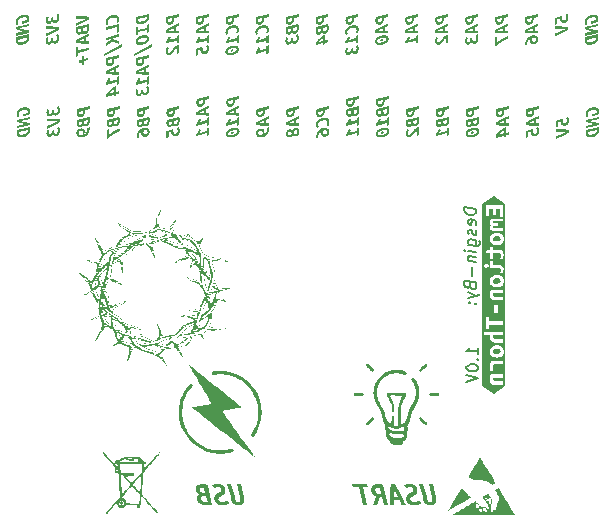
<source format=gbr>
%TF.GenerationSoftware,KiCad,Pcbnew,(7.0.0)*%
%TF.CreationDate,2023-05-15T16:57:03+08:00*%
%TF.ProjectId,Expansion,45787061-6e73-4696-9f6e-2e6b69636164,rev?*%
%TF.SameCoordinates,Original*%
%TF.FileFunction,Legend,Bot*%
%TF.FilePolarity,Positive*%
%FSLAX46Y46*%
G04 Gerber Fmt 4.6, Leading zero omitted, Abs format (unit mm)*
G04 Created by KiCad (PCBNEW (7.0.0)) date 2023-05-15 16:57:03*
%MOMM*%
%LPD*%
G01*
G04 APERTURE LIST*
%ADD10C,0.200000*%
%ADD11C,0.150000*%
G04 APERTURE END LIST*
D10*
G36*
X126076974Y-66963016D02*
G01*
X125705724Y-67052775D01*
X125705724Y-67098571D01*
X125705627Y-67113868D01*
X125705333Y-67129001D01*
X125704844Y-67143969D01*
X125704160Y-67158773D01*
X125703280Y-67173412D01*
X125702204Y-67187886D01*
X125700933Y-67202196D01*
X125699466Y-67216342D01*
X125697803Y-67230322D01*
X125695945Y-67244138D01*
X125693891Y-67257790D01*
X125691642Y-67271277D01*
X125689197Y-67284600D01*
X125686557Y-67297757D01*
X125683721Y-67310751D01*
X125680689Y-67323579D01*
X125679079Y-67329925D01*
X125675702Y-67342452D01*
X125672115Y-67354760D01*
X125668318Y-67366848D01*
X125664310Y-67378717D01*
X125660093Y-67390366D01*
X125653374Y-67407428D01*
X125646183Y-67423997D01*
X125638519Y-67440072D01*
X125630384Y-67455653D01*
X125621775Y-67470740D01*
X125612695Y-67485334D01*
X125603142Y-67499434D01*
X125596506Y-67508542D01*
X125586135Y-67521725D01*
X125575264Y-67534334D01*
X125563895Y-67546369D01*
X125552027Y-67557830D01*
X125539659Y-67568716D01*
X125526793Y-67579028D01*
X125513427Y-67588766D01*
X125499562Y-67597929D01*
X125485198Y-67606519D01*
X125470335Y-67614534D01*
X125465251Y-67617088D01*
X125449661Y-67624265D01*
X125433566Y-67630712D01*
X125416967Y-67636430D01*
X125399863Y-67641417D01*
X125382255Y-67645675D01*
X125370236Y-67648108D01*
X125357993Y-67650216D01*
X125345526Y-67652000D01*
X125332834Y-67653460D01*
X125319918Y-67654595D01*
X125306778Y-67655406D01*
X125293414Y-67655893D01*
X125279826Y-67656055D01*
X125263945Y-67655740D01*
X125248361Y-67654796D01*
X125233072Y-67653221D01*
X125218078Y-67651017D01*
X125203381Y-67648184D01*
X125188979Y-67644721D01*
X125174873Y-67640628D01*
X125161063Y-67635905D01*
X125147558Y-67630481D01*
X125134520Y-67624284D01*
X125121951Y-67617315D01*
X125109848Y-67609573D01*
X125098213Y-67601057D01*
X125087046Y-67591769D01*
X125076346Y-67581709D01*
X125066113Y-67570875D01*
X125063632Y-67568046D01*
X125054062Y-67556247D01*
X125045065Y-67543674D01*
X125036641Y-67530329D01*
X125028789Y-67516211D01*
X125023276Y-67505116D01*
X125018084Y-67493585D01*
X125013215Y-67481621D01*
X125008667Y-67469221D01*
X125004442Y-67456386D01*
X125001817Y-67447616D01*
X124998197Y-67434058D01*
X124994959Y-67420017D01*
X124992101Y-67405493D01*
X124989624Y-67390486D01*
X124987528Y-67374996D01*
X124985814Y-67359023D01*
X124984480Y-67342567D01*
X124983528Y-67325628D01*
X124982956Y-67308206D01*
X124982766Y-67290301D01*
X124982772Y-67286774D01*
X124982915Y-67272336D01*
X124983141Y-67262213D01*
X125158620Y-67262213D01*
X125158778Y-67274706D01*
X125159604Y-67292492D01*
X125161139Y-67309135D01*
X125163382Y-67324635D01*
X125166334Y-67338991D01*
X125169994Y-67352205D01*
X125174363Y-67364275D01*
X125181289Y-67378591D01*
X125189475Y-67390875D01*
X125198920Y-67401127D01*
X125204071Y-67405600D01*
X125215053Y-67413681D01*
X125226940Y-67420607D01*
X125239735Y-67426380D01*
X125253435Y-67430997D01*
X125268042Y-67434461D01*
X125283555Y-67436770D01*
X125295785Y-67437744D01*
X125308524Y-67438068D01*
X125315006Y-67437997D01*
X125327700Y-67437427D01*
X125340036Y-67436287D01*
X125357869Y-67433508D01*
X125374898Y-67429446D01*
X125391121Y-67424102D01*
X125406539Y-67417475D01*
X125421153Y-67409565D01*
X125434961Y-67400373D01*
X125447965Y-67389898D01*
X125460163Y-67378141D01*
X125471557Y-67365101D01*
X125481978Y-67350807D01*
X125491374Y-67335291D01*
X125497068Y-67324266D01*
X125502308Y-67312698D01*
X125507091Y-67300586D01*
X125511419Y-67287930D01*
X125515291Y-67274731D01*
X125518708Y-67260987D01*
X125521669Y-67246700D01*
X125524175Y-67231869D01*
X125526225Y-67216494D01*
X125527819Y-67200575D01*
X125528958Y-67184113D01*
X125529642Y-67167107D01*
X125529870Y-67149556D01*
X125529870Y-67096739D01*
X125164116Y-67181308D01*
X125163890Y-67182845D01*
X125162094Y-67195869D01*
X125160610Y-67208642D01*
X125159536Y-67221608D01*
X125159425Y-67223627D01*
X125158943Y-67235968D01*
X125158693Y-67249003D01*
X125158620Y-67262213D01*
X124983141Y-67262213D01*
X124983249Y-67257374D01*
X124983773Y-67241887D01*
X124984489Y-67225875D01*
X124985151Y-67213522D01*
X124985920Y-67200874D01*
X124986797Y-67187930D01*
X124987780Y-67174692D01*
X124988872Y-67161158D01*
X124989666Y-67151999D01*
X124990974Y-67138117D01*
X124992421Y-67124064D01*
X124994008Y-67109838D01*
X124995734Y-67095441D01*
X124997600Y-67080873D01*
X124999605Y-67066132D01*
X125001750Y-67051220D01*
X125004034Y-67036136D01*
X125006458Y-67020880D01*
X125009022Y-67005453D01*
X126076974Y-66746861D01*
X126076974Y-66963016D01*
G37*
G36*
X126076974Y-67763522D02*
G01*
X126068592Y-67766626D01*
X126056073Y-67771332D01*
X126043619Y-67776097D01*
X126031229Y-67780920D01*
X126018904Y-67785803D01*
X126006643Y-67790745D01*
X125994446Y-67795746D01*
X125982314Y-67800806D01*
X125970246Y-67805924D01*
X125958243Y-67811102D01*
X125946304Y-67816339D01*
X125938380Y-67819844D01*
X125926548Y-67825080D01*
X125914781Y-67830288D01*
X125903078Y-67835469D01*
X125891440Y-67840624D01*
X125879865Y-67845752D01*
X125868356Y-67850853D01*
X125856910Y-67855927D01*
X125845530Y-67860974D01*
X125834213Y-67865995D01*
X125822961Y-67870989D01*
X125822961Y-68180566D01*
X126076974Y-68173545D01*
X126076974Y-68391531D01*
X125919742Y-68391531D01*
X125903305Y-68391291D01*
X125886929Y-68391029D01*
X125870614Y-68390745D01*
X125854360Y-68390439D01*
X125838166Y-68390111D01*
X125822033Y-68389760D01*
X125805961Y-68389388D01*
X125789950Y-68388993D01*
X125774000Y-68388577D01*
X125758110Y-68388138D01*
X125742281Y-68387678D01*
X125726514Y-68387195D01*
X125710807Y-68386690D01*
X125695160Y-68386163D01*
X125679575Y-68385615D01*
X125664050Y-68385044D01*
X125648587Y-68384451D01*
X125633184Y-68383835D01*
X125617842Y-68383198D01*
X125602560Y-68382539D01*
X125587340Y-68381858D01*
X125572180Y-68381155D01*
X125557081Y-68380429D01*
X125542044Y-68379682D01*
X125527066Y-68378912D01*
X125512150Y-68378121D01*
X125497294Y-68377307D01*
X125482500Y-68376471D01*
X125467766Y-68375613D01*
X125453093Y-68374734D01*
X125438481Y-68373832D01*
X125423929Y-68372908D01*
X125409413Y-68371982D01*
X125394943Y-68371037D01*
X125380521Y-68370071D01*
X125366146Y-68369087D01*
X125351818Y-68368082D01*
X125337537Y-68367058D01*
X125323303Y-68366014D01*
X125309116Y-68364951D01*
X125294976Y-68363868D01*
X125280884Y-68362765D01*
X125266838Y-68361642D01*
X125252840Y-68360500D01*
X125238889Y-68359338D01*
X125224985Y-68358157D01*
X125211128Y-68356955D01*
X125197318Y-68355734D01*
X125183555Y-68354494D01*
X125169839Y-68353234D01*
X125156171Y-68351954D01*
X125142549Y-68350654D01*
X125128975Y-68349335D01*
X125115447Y-68347996D01*
X125101967Y-68346637D01*
X125088534Y-68345259D01*
X125075148Y-68343861D01*
X125061809Y-68342443D01*
X125048518Y-68341006D01*
X125035273Y-68339549D01*
X125022075Y-68338072D01*
X125008925Y-68336575D01*
X124995822Y-68335059D01*
X124982766Y-68333524D01*
X124982766Y-68173545D01*
X125189456Y-68173545D01*
X125194764Y-68173776D01*
X125208066Y-68174375D01*
X125221413Y-68175004D01*
X125234804Y-68175663D01*
X125248240Y-68176352D01*
X125261721Y-68177070D01*
X125275246Y-68177819D01*
X125288922Y-68178648D01*
X125303046Y-68179417D01*
X125317616Y-68180126D01*
X125332634Y-68180776D01*
X125344970Y-68181253D01*
X125357592Y-68181692D01*
X125370501Y-68182093D01*
X125373779Y-68182207D01*
X125387181Y-68182643D01*
X125401051Y-68183051D01*
X125415388Y-68183430D01*
X125430193Y-68183781D01*
X125445465Y-68184103D01*
X125461205Y-68184396D01*
X125477412Y-68184661D01*
X125489875Y-68184841D01*
X125498360Y-68184944D01*
X125511423Y-68185060D01*
X125524889Y-68185127D01*
X125538758Y-68185146D01*
X125553028Y-68185116D01*
X125567702Y-68185038D01*
X125582778Y-68184912D01*
X125598256Y-68184738D01*
X125614137Y-68184515D01*
X125630420Y-68184244D01*
X125647106Y-68183925D01*
X125647106Y-67951894D01*
X125635937Y-67956934D01*
X125619520Y-67964360D01*
X125603505Y-67971624D01*
X125587892Y-67978728D01*
X125572682Y-67985671D01*
X125557875Y-67992452D01*
X125543470Y-67999073D01*
X125529467Y-68005533D01*
X125515867Y-68011831D01*
X125502670Y-68017969D01*
X125489875Y-68023946D01*
X125485691Y-68025924D01*
X125473317Y-68031783D01*
X125461205Y-68037530D01*
X125449356Y-68043164D01*
X125437771Y-68048686D01*
X125426448Y-68054094D01*
X125411760Y-68061131D01*
X125397540Y-68067967D01*
X125383787Y-68074602D01*
X125370501Y-68081038D01*
X125360801Y-68085814D01*
X125348143Y-68092082D01*
X125335799Y-68098236D01*
X125323771Y-68104275D01*
X125312057Y-68110200D01*
X125300658Y-68116010D01*
X125289574Y-68121706D01*
X125276162Y-68128665D01*
X125273508Y-68130040D01*
X125260184Y-68136940D01*
X125246770Y-68143886D01*
X125233267Y-68150876D01*
X125222400Y-68156500D01*
X125211476Y-68162153D01*
X125200495Y-68167834D01*
X125189456Y-68173545D01*
X124982766Y-68173545D01*
X124982766Y-68103019D01*
X124996295Y-68094769D01*
X125009941Y-68086506D01*
X125023703Y-68078228D01*
X125037582Y-68069937D01*
X125051577Y-68061632D01*
X125065688Y-68053313D01*
X125079915Y-68044981D01*
X125094259Y-68036635D01*
X125108718Y-68028275D01*
X125123295Y-68019902D01*
X125137987Y-68011514D01*
X125152796Y-68003114D01*
X125167721Y-67994699D01*
X125182762Y-67986271D01*
X125197920Y-67977829D01*
X125213193Y-67969373D01*
X125228584Y-67960903D01*
X125244090Y-67952420D01*
X125259713Y-67943923D01*
X125275451Y-67935413D01*
X125291307Y-67926888D01*
X125307278Y-67918350D01*
X125323366Y-67909798D01*
X125339570Y-67901233D01*
X125355890Y-67892654D01*
X125372327Y-67884061D01*
X125388880Y-67875454D01*
X125405549Y-67866834D01*
X125422334Y-67858200D01*
X125439236Y-67849552D01*
X125456254Y-67840890D01*
X125473388Y-67832215D01*
X125490614Y-67823523D01*
X125507946Y-67814809D01*
X125525383Y-67806075D01*
X125542926Y-67797320D01*
X125560574Y-67788544D01*
X125578328Y-67779747D01*
X125596187Y-67770929D01*
X125614152Y-67762091D01*
X125632223Y-67753231D01*
X125650399Y-67744351D01*
X125668680Y-67735450D01*
X125687067Y-67726528D01*
X125705560Y-67717585D01*
X125724158Y-67708621D01*
X125742862Y-67699636D01*
X125761671Y-67690631D01*
X125780586Y-67681604D01*
X125799606Y-67672557D01*
X125818732Y-67663489D01*
X125837964Y-67654400D01*
X125857301Y-67645290D01*
X125876743Y-67636159D01*
X125896291Y-67627007D01*
X125915945Y-67617835D01*
X125935704Y-67608641D01*
X125955569Y-67599427D01*
X125975539Y-67590192D01*
X125995615Y-67580936D01*
X126015796Y-67571659D01*
X126036083Y-67562361D01*
X126056476Y-67553043D01*
X126076974Y-67543703D01*
X126076974Y-67763522D01*
G37*
G36*
X125901119Y-68812240D02*
G01*
X125265171Y-68963365D01*
X125272780Y-68952067D01*
X125280266Y-68940614D01*
X125287628Y-68929005D01*
X125294867Y-68917240D01*
X125301982Y-68905320D01*
X125308974Y-68893244D01*
X125315842Y-68881012D01*
X125322587Y-68868625D01*
X125329209Y-68856083D01*
X125335707Y-68843384D01*
X125339971Y-68834832D01*
X125346112Y-68822208D01*
X125351942Y-68809981D01*
X125357461Y-68798151D01*
X125362668Y-68786718D01*
X125369127Y-68772092D01*
X125375033Y-68758172D01*
X125380385Y-68744958D01*
X125385184Y-68732450D01*
X125389430Y-68720648D01*
X125212049Y-68669663D01*
X125207941Y-68681593D01*
X125203557Y-68693725D01*
X125198897Y-68706056D01*
X125193959Y-68718588D01*
X125188745Y-68731320D01*
X125183255Y-68744252D01*
X125177487Y-68757385D01*
X125171443Y-68770718D01*
X125165103Y-68784161D01*
X125158601Y-68797623D01*
X125151937Y-68811104D01*
X125145111Y-68824604D01*
X125138122Y-68838124D01*
X125130971Y-68851662D01*
X125123658Y-68865219D01*
X125116183Y-68878796D01*
X125108570Y-68892401D01*
X125100842Y-68905891D01*
X125092999Y-68919268D01*
X125085042Y-68932529D01*
X125076971Y-68945676D01*
X125068785Y-68958709D01*
X125060484Y-68971627D01*
X125052069Y-68984431D01*
X125043573Y-68997010D01*
X125035030Y-69009256D01*
X125026438Y-69021167D01*
X125017799Y-69032745D01*
X125009112Y-69043989D01*
X125000378Y-69054899D01*
X124991595Y-69065475D01*
X124982766Y-69075717D01*
X124982766Y-69246381D01*
X125901119Y-69028394D01*
X125901119Y-69244855D01*
X126076974Y-69202723D01*
X126076974Y-68541435D01*
X125901119Y-68583567D01*
X125901119Y-68812240D01*
G37*
G36*
X124963226Y-69945221D02*
G01*
X124963406Y-69958248D01*
X124963945Y-69970995D01*
X124964844Y-69983464D01*
X124966103Y-69995653D01*
X124968340Y-70011472D01*
X124971216Y-70026794D01*
X124974732Y-70041621D01*
X124978887Y-70055951D01*
X124983681Y-70069785D01*
X124988953Y-70083171D01*
X124994691Y-70096003D01*
X125000898Y-70108282D01*
X125007571Y-70120007D01*
X125014713Y-70131180D01*
X125022321Y-70141798D01*
X125030398Y-70151864D01*
X125038941Y-70161376D01*
X125047886Y-70170335D01*
X125057164Y-70178740D01*
X125066776Y-70186592D01*
X125076723Y-70193891D01*
X125087003Y-70200636D01*
X125097617Y-70206828D01*
X125108565Y-70212467D01*
X125119847Y-70217552D01*
X125131405Y-70222131D01*
X125143183Y-70226100D01*
X125155181Y-70229459D01*
X125167398Y-70232206D01*
X125179834Y-70234344D01*
X125192490Y-70235870D01*
X125205365Y-70236786D01*
X125218460Y-70237091D01*
X125232877Y-70236828D01*
X125247046Y-70236039D01*
X125260969Y-70234725D01*
X125274645Y-70232884D01*
X125288074Y-70230517D01*
X125301257Y-70227624D01*
X125314192Y-70224206D01*
X125326881Y-70220261D01*
X125339323Y-70215791D01*
X125351517Y-70210795D01*
X125359510Y-70207172D01*
X125371277Y-70201398D01*
X125382877Y-70195297D01*
X125394310Y-70188869D01*
X125405578Y-70182113D01*
X125416679Y-70175030D01*
X125427613Y-70167619D01*
X125438381Y-70159881D01*
X125448983Y-70151816D01*
X125459419Y-70143424D01*
X125469688Y-70134704D01*
X125476441Y-70128709D01*
X125486408Y-70119530D01*
X125496273Y-70110083D01*
X125506036Y-70100367D01*
X125515697Y-70090383D01*
X125525256Y-70080131D01*
X125534713Y-70069611D01*
X125544068Y-70058822D01*
X125553321Y-70047765D01*
X125562472Y-70036439D01*
X125571521Y-70024846D01*
X125577497Y-70016967D01*
X125586372Y-70005086D01*
X125595253Y-69993139D01*
X125604140Y-69981129D01*
X125613031Y-69969054D01*
X125621928Y-69956914D01*
X125630831Y-69944711D01*
X125639739Y-69932442D01*
X125648652Y-69920110D01*
X125657570Y-69907713D01*
X125666494Y-69895251D01*
X125672446Y-69886908D01*
X125681304Y-69874330D01*
X125690016Y-69862088D01*
X125698582Y-69850182D01*
X125707003Y-69838613D01*
X125715278Y-69827380D01*
X125723408Y-69816483D01*
X125731393Y-69805923D01*
X125739231Y-69795699D01*
X125746925Y-69785811D01*
X125758192Y-69771610D01*
X125769132Y-69758165D01*
X125779745Y-69745478D01*
X125790030Y-69733547D01*
X125796705Y-69726013D01*
X125806546Y-69715220D01*
X125816375Y-69704936D01*
X125826195Y-69695163D01*
X125836003Y-69685899D01*
X125845801Y-69677145D01*
X125855588Y-69668901D01*
X125865364Y-69661167D01*
X125878382Y-69651648D01*
X125891382Y-69643035D01*
X125901119Y-69637170D01*
X125901119Y-70122602D01*
X126076974Y-70080471D01*
X126076974Y-69375219D01*
X126059636Y-69377397D01*
X126042659Y-69379924D01*
X126026041Y-69382800D01*
X126009783Y-69386024D01*
X125993884Y-69389598D01*
X125978345Y-69393520D01*
X125963165Y-69397791D01*
X125948345Y-69402410D01*
X125933885Y-69407379D01*
X125919784Y-69412697D01*
X125910583Y-69416435D01*
X125897017Y-69422362D01*
X125883682Y-69428578D01*
X125870577Y-69435084D01*
X125857704Y-69441880D01*
X125845061Y-69448966D01*
X125832648Y-69456342D01*
X125820467Y-69464007D01*
X125808516Y-69471962D01*
X125796796Y-69480207D01*
X125785307Y-69488742D01*
X125777776Y-69494593D01*
X125766626Y-69503644D01*
X125755615Y-69512936D01*
X125744744Y-69522470D01*
X125734013Y-69532246D01*
X125723421Y-69542262D01*
X125712968Y-69552521D01*
X125702655Y-69563021D01*
X125692482Y-69573762D01*
X125682448Y-69584745D01*
X125672554Y-69595969D01*
X125666035Y-69603586D01*
X125656295Y-69615257D01*
X125646540Y-69627142D01*
X125636768Y-69639242D01*
X125626980Y-69651557D01*
X125617176Y-69664087D01*
X125607356Y-69676831D01*
X125597520Y-69689789D01*
X125587667Y-69702963D01*
X125577799Y-69716351D01*
X125567914Y-69729953D01*
X125561316Y-69739141D01*
X125550904Y-69753142D01*
X125540733Y-69766751D01*
X125530804Y-69779968D01*
X125521116Y-69792793D01*
X125511670Y-69805227D01*
X125502465Y-69817269D01*
X125493502Y-69828919D01*
X125484780Y-69840178D01*
X125476300Y-69851044D01*
X125468061Y-69861519D01*
X125462703Y-69868285D01*
X125454756Y-69878180D01*
X125446943Y-69887715D01*
X125436734Y-69899870D01*
X125426764Y-69911386D01*
X125417032Y-69922262D01*
X125407539Y-69932500D01*
X125398285Y-69942098D01*
X125389269Y-69951056D01*
X125384850Y-69955296D01*
X125373850Y-69965359D01*
X125362984Y-69974556D01*
X125352252Y-69982890D01*
X125341655Y-69990358D01*
X125331191Y-69996962D01*
X125318812Y-70003746D01*
X125316768Y-70004755D01*
X125304389Y-70010151D01*
X125291752Y-70014430D01*
X125278858Y-70017592D01*
X125265706Y-70019639D01*
X125252296Y-70020569D01*
X125247769Y-70020631D01*
X125232966Y-70019945D01*
X125219087Y-70017888D01*
X125206133Y-70014459D01*
X125194102Y-70009659D01*
X125182996Y-70003488D01*
X125172815Y-69995944D01*
X125169001Y-69992543D01*
X125160381Y-69982901D01*
X125153223Y-69971530D01*
X125147525Y-69958429D01*
X125144019Y-69946703D01*
X125141448Y-69933871D01*
X125139811Y-69919932D01*
X125139110Y-69904886D01*
X125139081Y-69900952D01*
X125139510Y-69885052D01*
X125140798Y-69868952D01*
X125142328Y-69856746D01*
X125144340Y-69844427D01*
X125146836Y-69831995D01*
X125149814Y-69819450D01*
X125153276Y-69806793D01*
X125157220Y-69794023D01*
X125161648Y-69781140D01*
X125166558Y-69768145D01*
X125171862Y-69755172D01*
X125177585Y-69742242D01*
X125183726Y-69729355D01*
X125190286Y-69716511D01*
X125197265Y-69703709D01*
X125204662Y-69690951D01*
X125212477Y-69678235D01*
X125220712Y-69665563D01*
X125229364Y-69652933D01*
X125238436Y-69640347D01*
X125244716Y-69631980D01*
X125100307Y-69561760D01*
X125091456Y-69573235D01*
X125082915Y-69584763D01*
X125074683Y-69596343D01*
X125066762Y-69607975D01*
X125059151Y-69619660D01*
X125051850Y-69631398D01*
X125044859Y-69643188D01*
X125038178Y-69655030D01*
X125031807Y-69666925D01*
X125025747Y-69678872D01*
X125019996Y-69690872D01*
X125014555Y-69702925D01*
X125009425Y-69715029D01*
X125004604Y-69727187D01*
X125000094Y-69739396D01*
X124995894Y-69751659D01*
X124991938Y-69763971D01*
X124988237Y-69776255D01*
X124984792Y-69788510D01*
X124981602Y-69800736D01*
X124978667Y-69812934D01*
X124975987Y-69825103D01*
X124973562Y-69837244D01*
X124971393Y-69849356D01*
X124969479Y-69861439D01*
X124967086Y-69879510D01*
X124965268Y-69897517D01*
X124964024Y-69915460D01*
X124963354Y-69933338D01*
X124963226Y-69945221D01*
G37*
G36*
X156561442Y-74793016D02*
G01*
X156190192Y-74882775D01*
X156190192Y-74928571D01*
X156190095Y-74943868D01*
X156189801Y-74959001D01*
X156189312Y-74973969D01*
X156188628Y-74988773D01*
X156187748Y-75003412D01*
X156186672Y-75017886D01*
X156185401Y-75032196D01*
X156183934Y-75046342D01*
X156182271Y-75060322D01*
X156180413Y-75074138D01*
X156178359Y-75087790D01*
X156176110Y-75101277D01*
X156173665Y-75114600D01*
X156171025Y-75127757D01*
X156168189Y-75140751D01*
X156165157Y-75153579D01*
X156163547Y-75159925D01*
X156160170Y-75172452D01*
X156156583Y-75184760D01*
X156152786Y-75196848D01*
X156148778Y-75208717D01*
X156144561Y-75220366D01*
X156137842Y-75237428D01*
X156130651Y-75253997D01*
X156122987Y-75270072D01*
X156114852Y-75285653D01*
X156106243Y-75300740D01*
X156097163Y-75315334D01*
X156087610Y-75329434D01*
X156080974Y-75338542D01*
X156070603Y-75351725D01*
X156059732Y-75364334D01*
X156048363Y-75376369D01*
X156036495Y-75387830D01*
X156024127Y-75398716D01*
X156011261Y-75409028D01*
X155997895Y-75418766D01*
X155984030Y-75427929D01*
X155969666Y-75436519D01*
X155954803Y-75444534D01*
X155949719Y-75447088D01*
X155934129Y-75454265D01*
X155918034Y-75460712D01*
X155901435Y-75466430D01*
X155884331Y-75471417D01*
X155866723Y-75475675D01*
X155854704Y-75478108D01*
X155842461Y-75480216D01*
X155829994Y-75482000D01*
X155817302Y-75483460D01*
X155804386Y-75484595D01*
X155791246Y-75485406D01*
X155777882Y-75485893D01*
X155764294Y-75486055D01*
X155748413Y-75485740D01*
X155732829Y-75484796D01*
X155717540Y-75483221D01*
X155702546Y-75481017D01*
X155687849Y-75478184D01*
X155673447Y-75474721D01*
X155659341Y-75470628D01*
X155645531Y-75465905D01*
X155632026Y-75460481D01*
X155618988Y-75454284D01*
X155606419Y-75447315D01*
X155594316Y-75439573D01*
X155582681Y-75431057D01*
X155571514Y-75421769D01*
X155560814Y-75411709D01*
X155550581Y-75400875D01*
X155548100Y-75398046D01*
X155538530Y-75386247D01*
X155529533Y-75373674D01*
X155521109Y-75360329D01*
X155513257Y-75346211D01*
X155507744Y-75335116D01*
X155502552Y-75323585D01*
X155497683Y-75311621D01*
X155493135Y-75299221D01*
X155488910Y-75286386D01*
X155486285Y-75277616D01*
X155482665Y-75264058D01*
X155479427Y-75250017D01*
X155476569Y-75235493D01*
X155474092Y-75220486D01*
X155471996Y-75204996D01*
X155470282Y-75189023D01*
X155468948Y-75172567D01*
X155467996Y-75155628D01*
X155467424Y-75138206D01*
X155467234Y-75120301D01*
X155467240Y-75116774D01*
X155467383Y-75102336D01*
X155467609Y-75092213D01*
X155643088Y-75092213D01*
X155643246Y-75104706D01*
X155644072Y-75122492D01*
X155645607Y-75139135D01*
X155647850Y-75154635D01*
X155650802Y-75168991D01*
X155654462Y-75182205D01*
X155658831Y-75194275D01*
X155665757Y-75208591D01*
X155673943Y-75220875D01*
X155683388Y-75231127D01*
X155688539Y-75235600D01*
X155699521Y-75243681D01*
X155711408Y-75250607D01*
X155724203Y-75256380D01*
X155737903Y-75260997D01*
X155752510Y-75264461D01*
X155768023Y-75266770D01*
X155780253Y-75267744D01*
X155792992Y-75268068D01*
X155799474Y-75267997D01*
X155812168Y-75267427D01*
X155824504Y-75266287D01*
X155842337Y-75263508D01*
X155859366Y-75259446D01*
X155875589Y-75254102D01*
X155891007Y-75247475D01*
X155905621Y-75239565D01*
X155919429Y-75230373D01*
X155932433Y-75219898D01*
X155944631Y-75208141D01*
X155956025Y-75195101D01*
X155966446Y-75180807D01*
X155975842Y-75165291D01*
X155981536Y-75154266D01*
X155986776Y-75142698D01*
X155991559Y-75130586D01*
X155995887Y-75117930D01*
X155999759Y-75104731D01*
X156003176Y-75090987D01*
X156006137Y-75076700D01*
X156008643Y-75061869D01*
X156010693Y-75046494D01*
X156012287Y-75030575D01*
X156013426Y-75014113D01*
X156014110Y-74997107D01*
X156014338Y-74979556D01*
X156014338Y-74926739D01*
X155648584Y-75011308D01*
X155648358Y-75012845D01*
X155646562Y-75025869D01*
X155645078Y-75038642D01*
X155644004Y-75051608D01*
X155643893Y-75053627D01*
X155643411Y-75065968D01*
X155643161Y-75079003D01*
X155643088Y-75092213D01*
X155467609Y-75092213D01*
X155467717Y-75087374D01*
X155468241Y-75071887D01*
X155468957Y-75055875D01*
X155469619Y-75043522D01*
X155470388Y-75030874D01*
X155471265Y-75017930D01*
X155472248Y-75004692D01*
X155473340Y-74991158D01*
X155474134Y-74981999D01*
X155475442Y-74968117D01*
X155476889Y-74954064D01*
X155478476Y-74939838D01*
X155480202Y-74925441D01*
X155482068Y-74910873D01*
X155484073Y-74896132D01*
X155486218Y-74881220D01*
X155488502Y-74866136D01*
X155490926Y-74850880D01*
X155493490Y-74835453D01*
X156561442Y-74576861D01*
X156561442Y-74793016D01*
G37*
G36*
X156561442Y-75593522D02*
G01*
X156553060Y-75596626D01*
X156540541Y-75601332D01*
X156528087Y-75606097D01*
X156515697Y-75610920D01*
X156503372Y-75615803D01*
X156491111Y-75620745D01*
X156478914Y-75625746D01*
X156466782Y-75630806D01*
X156454714Y-75635924D01*
X156442711Y-75641102D01*
X156430772Y-75646339D01*
X156422848Y-75649844D01*
X156411016Y-75655080D01*
X156399249Y-75660288D01*
X156387546Y-75665469D01*
X156375908Y-75670624D01*
X156364333Y-75675752D01*
X156352824Y-75680853D01*
X156341378Y-75685927D01*
X156329998Y-75690974D01*
X156318681Y-75695995D01*
X156307429Y-75700989D01*
X156307429Y-76010566D01*
X156561442Y-76003545D01*
X156561442Y-76221531D01*
X156404210Y-76221531D01*
X156387773Y-76221291D01*
X156371397Y-76221029D01*
X156355082Y-76220745D01*
X156338828Y-76220439D01*
X156322634Y-76220111D01*
X156306501Y-76219760D01*
X156290429Y-76219388D01*
X156274418Y-76218993D01*
X156258468Y-76218577D01*
X156242578Y-76218138D01*
X156226749Y-76217678D01*
X156210982Y-76217195D01*
X156195275Y-76216690D01*
X156179628Y-76216163D01*
X156164043Y-76215615D01*
X156148518Y-76215044D01*
X156133055Y-76214451D01*
X156117652Y-76213835D01*
X156102310Y-76213198D01*
X156087028Y-76212539D01*
X156071808Y-76211858D01*
X156056648Y-76211155D01*
X156041549Y-76210429D01*
X156026512Y-76209682D01*
X156011534Y-76208912D01*
X155996618Y-76208121D01*
X155981762Y-76207307D01*
X155966968Y-76206471D01*
X155952234Y-76205613D01*
X155937561Y-76204734D01*
X155922949Y-76203832D01*
X155908397Y-76202908D01*
X155893881Y-76201982D01*
X155879411Y-76201037D01*
X155864989Y-76200071D01*
X155850614Y-76199087D01*
X155836286Y-76198082D01*
X155822005Y-76197058D01*
X155807771Y-76196014D01*
X155793584Y-76194951D01*
X155779444Y-76193868D01*
X155765352Y-76192765D01*
X155751306Y-76191642D01*
X155737308Y-76190500D01*
X155723357Y-76189338D01*
X155709453Y-76188157D01*
X155695596Y-76186955D01*
X155681786Y-76185734D01*
X155668023Y-76184494D01*
X155654307Y-76183234D01*
X155640639Y-76181954D01*
X155627017Y-76180654D01*
X155613443Y-76179335D01*
X155599915Y-76177996D01*
X155586435Y-76176637D01*
X155573002Y-76175259D01*
X155559616Y-76173861D01*
X155546277Y-76172443D01*
X155532986Y-76171006D01*
X155519741Y-76169549D01*
X155506543Y-76168072D01*
X155493393Y-76166575D01*
X155480290Y-76165059D01*
X155467234Y-76163524D01*
X155467234Y-76003545D01*
X155673924Y-76003545D01*
X155679232Y-76003776D01*
X155692534Y-76004375D01*
X155705881Y-76005004D01*
X155719272Y-76005663D01*
X155732708Y-76006352D01*
X155746189Y-76007070D01*
X155759714Y-76007819D01*
X155773390Y-76008648D01*
X155787514Y-76009417D01*
X155802084Y-76010126D01*
X155817102Y-76010776D01*
X155829438Y-76011253D01*
X155842060Y-76011692D01*
X155854969Y-76012093D01*
X155858247Y-76012207D01*
X155871649Y-76012643D01*
X155885519Y-76013051D01*
X155899856Y-76013430D01*
X155914661Y-76013781D01*
X155929933Y-76014103D01*
X155945673Y-76014396D01*
X155961880Y-76014661D01*
X155974343Y-76014841D01*
X155982828Y-76014944D01*
X155995891Y-76015060D01*
X156009357Y-76015127D01*
X156023226Y-76015146D01*
X156037496Y-76015116D01*
X156052170Y-76015038D01*
X156067246Y-76014912D01*
X156082724Y-76014738D01*
X156098605Y-76014515D01*
X156114888Y-76014244D01*
X156131574Y-76013925D01*
X156131574Y-75781894D01*
X156120405Y-75786934D01*
X156103988Y-75794360D01*
X156087973Y-75801624D01*
X156072360Y-75808728D01*
X156057150Y-75815671D01*
X156042343Y-75822452D01*
X156027938Y-75829073D01*
X156013935Y-75835533D01*
X156000335Y-75841831D01*
X155987138Y-75847969D01*
X155974343Y-75853946D01*
X155970159Y-75855924D01*
X155957785Y-75861783D01*
X155945673Y-75867530D01*
X155933824Y-75873164D01*
X155922239Y-75878686D01*
X155910916Y-75884094D01*
X155896228Y-75891131D01*
X155882008Y-75897967D01*
X155868255Y-75904602D01*
X155854969Y-75911038D01*
X155845269Y-75915814D01*
X155832611Y-75922082D01*
X155820267Y-75928236D01*
X155808239Y-75934275D01*
X155796525Y-75940200D01*
X155785126Y-75946010D01*
X155774042Y-75951706D01*
X155760630Y-75958665D01*
X155757976Y-75960040D01*
X155744652Y-75966940D01*
X155731238Y-75973886D01*
X155717735Y-75980876D01*
X155706868Y-75986500D01*
X155695944Y-75992153D01*
X155684963Y-75997834D01*
X155673924Y-76003545D01*
X155467234Y-76003545D01*
X155467234Y-75933019D01*
X155480763Y-75924769D01*
X155494409Y-75916506D01*
X155508171Y-75908228D01*
X155522050Y-75899937D01*
X155536045Y-75891632D01*
X155550156Y-75883313D01*
X155564383Y-75874981D01*
X155578727Y-75866635D01*
X155593186Y-75858275D01*
X155607763Y-75849902D01*
X155622455Y-75841514D01*
X155637264Y-75833114D01*
X155652189Y-75824699D01*
X155667230Y-75816271D01*
X155682388Y-75807829D01*
X155697661Y-75799373D01*
X155713052Y-75790903D01*
X155728558Y-75782420D01*
X155744181Y-75773923D01*
X155759919Y-75765413D01*
X155775775Y-75756888D01*
X155791746Y-75748350D01*
X155807834Y-75739798D01*
X155824038Y-75731233D01*
X155840358Y-75722654D01*
X155856795Y-75714061D01*
X155873348Y-75705454D01*
X155890017Y-75696834D01*
X155906802Y-75688200D01*
X155923704Y-75679552D01*
X155940722Y-75670890D01*
X155957856Y-75662215D01*
X155975082Y-75653523D01*
X155992414Y-75644809D01*
X156009851Y-75636075D01*
X156027394Y-75627320D01*
X156045042Y-75618544D01*
X156062796Y-75609747D01*
X156080655Y-75600929D01*
X156098620Y-75592091D01*
X156116691Y-75583231D01*
X156134867Y-75574351D01*
X156153148Y-75565450D01*
X156171535Y-75556528D01*
X156190028Y-75547585D01*
X156208626Y-75538621D01*
X156227330Y-75529636D01*
X156246139Y-75520631D01*
X156265054Y-75511604D01*
X156284074Y-75502557D01*
X156303200Y-75493489D01*
X156322432Y-75484400D01*
X156341769Y-75475290D01*
X156361211Y-75466159D01*
X156380759Y-75457007D01*
X156400413Y-75447835D01*
X156420172Y-75438641D01*
X156440037Y-75429427D01*
X156460007Y-75420192D01*
X156480083Y-75410936D01*
X156500264Y-75401659D01*
X156520551Y-75392361D01*
X156540944Y-75383043D01*
X156561442Y-75373703D01*
X156561442Y-75593522D01*
G37*
G36*
X156332159Y-76395860D02*
G01*
X156339025Y-76406441D01*
X156345543Y-76417119D01*
X156351712Y-76427893D01*
X156357532Y-76438764D01*
X156363003Y-76449732D01*
X156369756Y-76464506D01*
X156375888Y-76479451D01*
X156381400Y-76494569D01*
X156386292Y-76509858D01*
X156387418Y-76513707D01*
X156391569Y-76529067D01*
X156395166Y-76544313D01*
X156398209Y-76559445D01*
X156400699Y-76574462D01*
X156402636Y-76589365D01*
X156404019Y-76604153D01*
X156404849Y-76618827D01*
X156405126Y-76633386D01*
X156404938Y-76648751D01*
X156404374Y-76663628D01*
X156403433Y-76678017D01*
X156402116Y-76691918D01*
X156400423Y-76705332D01*
X156398353Y-76718258D01*
X156395908Y-76730696D01*
X156393086Y-76742646D01*
X156386313Y-76765084D01*
X156378035Y-76785570D01*
X156368252Y-76804105D01*
X156356964Y-76820689D01*
X156344172Y-76835323D01*
X156329874Y-76848005D01*
X156314070Y-76858736D01*
X156296762Y-76867515D01*
X156277949Y-76874344D01*
X156257631Y-76879222D01*
X156235808Y-76882149D01*
X156212480Y-76883124D01*
X156197714Y-76882311D01*
X156183528Y-76879872D01*
X156169922Y-76875807D01*
X156156895Y-76870115D01*
X156144448Y-76862798D01*
X156132581Y-76853854D01*
X156121293Y-76843285D01*
X156110584Y-76831089D01*
X156100456Y-76817267D01*
X156090907Y-76801819D01*
X156084863Y-76790617D01*
X156079118Y-76778621D01*
X156073714Y-76765682D01*
X156068652Y-76751802D01*
X156063930Y-76736979D01*
X156059550Y-76721214D01*
X156055511Y-76704507D01*
X156051812Y-76686858D01*
X156048455Y-76668267D01*
X156045439Y-76648733D01*
X156042764Y-76628258D01*
X156040430Y-76606840D01*
X156038437Y-76584480D01*
X156036786Y-76561178D01*
X156035475Y-76536934D01*
X156034948Y-76524458D01*
X156034505Y-76511747D01*
X156034149Y-76498801D01*
X156033877Y-76485619D01*
X156015208Y-76491972D01*
X155996601Y-76498284D01*
X155978056Y-76504556D01*
X155959574Y-76510787D01*
X155941153Y-76516978D01*
X155922794Y-76523128D01*
X155904497Y-76529238D01*
X155886263Y-76535307D01*
X155868090Y-76541336D01*
X155849979Y-76547324D01*
X155831931Y-76553271D01*
X155813944Y-76559178D01*
X155796019Y-76565044D01*
X155778157Y-76570870D01*
X155760356Y-76576655D01*
X155742617Y-76582400D01*
X155724941Y-76588083D01*
X155707326Y-76593682D01*
X155689774Y-76599198D01*
X155672283Y-76604630D01*
X155654855Y-76609979D01*
X155637488Y-76615244D01*
X155620183Y-76620426D01*
X155602941Y-76625524D01*
X155585760Y-76630539D01*
X155568642Y-76635470D01*
X155551586Y-76640318D01*
X155534591Y-76645083D01*
X155517659Y-76649764D01*
X155500788Y-76654361D01*
X155483980Y-76658875D01*
X155467234Y-76663306D01*
X155467234Y-77234834D01*
X155643088Y-77192702D01*
X155643088Y-76795197D01*
X155658306Y-76790746D01*
X155673428Y-76786247D01*
X155688455Y-76781701D01*
X155703386Y-76777107D01*
X155718222Y-76772466D01*
X155732962Y-76767777D01*
X155747607Y-76763040D01*
X155762157Y-76758255D01*
X155776277Y-76753499D01*
X155789787Y-76748848D01*
X155802686Y-76744302D01*
X155814974Y-76739860D01*
X155826652Y-76735524D01*
X155840391Y-76730251D01*
X155853175Y-76725143D01*
X155858022Y-76723145D01*
X155859914Y-76741058D01*
X155862154Y-76758504D01*
X155864744Y-76775483D01*
X155867682Y-76791996D01*
X155870969Y-76808041D01*
X155874605Y-76823620D01*
X155878590Y-76838731D01*
X155882923Y-76853376D01*
X155887606Y-76867554D01*
X155892637Y-76881265D01*
X155896185Y-76890146D01*
X155901706Y-76903149D01*
X155907505Y-76915713D01*
X155913584Y-76927836D01*
X155919941Y-76939519D01*
X155926578Y-76950763D01*
X155933494Y-76961566D01*
X155940689Y-76971929D01*
X155948163Y-76981852D01*
X155955916Y-76991334D01*
X155966688Y-77003294D01*
X155969458Y-77006161D01*
X155980807Y-77017253D01*
X155992566Y-77027628D01*
X156004735Y-77037288D01*
X156017314Y-77046232D01*
X156030304Y-77054461D01*
X156043704Y-77061975D01*
X156057514Y-77068772D01*
X156071735Y-77074855D01*
X156086246Y-77080221D01*
X156100929Y-77084872D01*
X156115784Y-77088808D01*
X156130811Y-77092028D01*
X156146009Y-77094532D01*
X156161379Y-77096321D01*
X156176921Y-77097395D01*
X156192635Y-77097752D01*
X156214417Y-77097298D01*
X156235649Y-77095935D01*
X156256330Y-77093663D01*
X156276460Y-77090482D01*
X156296038Y-77086393D01*
X156315066Y-77081395D01*
X156333543Y-77075488D01*
X156351469Y-77068672D01*
X156368844Y-77060948D01*
X156385668Y-77052315D01*
X156401941Y-77042773D01*
X156417663Y-77032322D01*
X156432834Y-77020963D01*
X156447454Y-77008694D01*
X156461523Y-76995518D01*
X156475041Y-76981432D01*
X156487869Y-76966497D01*
X156499870Y-76950696D01*
X156511044Y-76934030D01*
X156521389Y-76916498D01*
X156530908Y-76898099D01*
X156539598Y-76878836D01*
X156547461Y-76858706D01*
X156554496Y-76837710D01*
X156560703Y-76815849D01*
X156566083Y-76793122D01*
X156570635Y-76769528D01*
X156572601Y-76757407D01*
X156574360Y-76745070D01*
X156575912Y-76732515D01*
X156577256Y-76719745D01*
X156578394Y-76706758D01*
X156579326Y-76693554D01*
X156580050Y-76680134D01*
X156580567Y-76666498D01*
X156580877Y-76652645D01*
X156580981Y-76638576D01*
X156580825Y-76622790D01*
X156580358Y-76607031D01*
X156579580Y-76591298D01*
X156578491Y-76575593D01*
X156577090Y-76559914D01*
X156575378Y-76544262D01*
X156573355Y-76528637D01*
X156571020Y-76513039D01*
X156568375Y-76497468D01*
X156565418Y-76481923D01*
X156563273Y-76471575D01*
X156559768Y-76456139D01*
X156555892Y-76440860D01*
X156551646Y-76425736D01*
X156547030Y-76410767D01*
X156542044Y-76395954D01*
X156536687Y-76381297D01*
X156530960Y-76366795D01*
X156524862Y-76352449D01*
X156518395Y-76338259D01*
X156511557Y-76324224D01*
X156506792Y-76314954D01*
X156332159Y-76395860D01*
G37*
G36*
X121064078Y-74793016D02*
G01*
X120692828Y-74882775D01*
X120692828Y-74928571D01*
X120692731Y-74943868D01*
X120692437Y-74959001D01*
X120691948Y-74973969D01*
X120691264Y-74988773D01*
X120690384Y-75003412D01*
X120689308Y-75017886D01*
X120688037Y-75032196D01*
X120686570Y-75046342D01*
X120684907Y-75060322D01*
X120683049Y-75074138D01*
X120680995Y-75087790D01*
X120678746Y-75101277D01*
X120676301Y-75114600D01*
X120673661Y-75127757D01*
X120670825Y-75140751D01*
X120667793Y-75153579D01*
X120666183Y-75159925D01*
X120662806Y-75172452D01*
X120659219Y-75184760D01*
X120655422Y-75196848D01*
X120651414Y-75208717D01*
X120647197Y-75220366D01*
X120640478Y-75237428D01*
X120633287Y-75253997D01*
X120625623Y-75270072D01*
X120617488Y-75285653D01*
X120608879Y-75300740D01*
X120599799Y-75315334D01*
X120590246Y-75329434D01*
X120583610Y-75338542D01*
X120573239Y-75351725D01*
X120562368Y-75364334D01*
X120550999Y-75376369D01*
X120539131Y-75387830D01*
X120526763Y-75398716D01*
X120513897Y-75409028D01*
X120500531Y-75418766D01*
X120486666Y-75427929D01*
X120472302Y-75436519D01*
X120457439Y-75444534D01*
X120452355Y-75447088D01*
X120436765Y-75454265D01*
X120420670Y-75460712D01*
X120404071Y-75466430D01*
X120386967Y-75471417D01*
X120369359Y-75475675D01*
X120357340Y-75478108D01*
X120345097Y-75480216D01*
X120332630Y-75482000D01*
X120319938Y-75483460D01*
X120307022Y-75484595D01*
X120293882Y-75485406D01*
X120280518Y-75485893D01*
X120266930Y-75486055D01*
X120251049Y-75485740D01*
X120235465Y-75484796D01*
X120220176Y-75483221D01*
X120205182Y-75481017D01*
X120190485Y-75478184D01*
X120176083Y-75474721D01*
X120161977Y-75470628D01*
X120148167Y-75465905D01*
X120134662Y-75460481D01*
X120121624Y-75454284D01*
X120109055Y-75447315D01*
X120096952Y-75439573D01*
X120085317Y-75431057D01*
X120074150Y-75421769D01*
X120063450Y-75411709D01*
X120053217Y-75400875D01*
X120050736Y-75398046D01*
X120041166Y-75386247D01*
X120032169Y-75373674D01*
X120023745Y-75360329D01*
X120015893Y-75346211D01*
X120010380Y-75335116D01*
X120005188Y-75323585D01*
X120000319Y-75311621D01*
X119995771Y-75299221D01*
X119991546Y-75286386D01*
X119988921Y-75277616D01*
X119985301Y-75264058D01*
X119982063Y-75250017D01*
X119979205Y-75235493D01*
X119976728Y-75220486D01*
X119974632Y-75204996D01*
X119972918Y-75189023D01*
X119971584Y-75172567D01*
X119970632Y-75155628D01*
X119970060Y-75138206D01*
X119969870Y-75120301D01*
X119969876Y-75116774D01*
X119970019Y-75102336D01*
X119970245Y-75092213D01*
X120145724Y-75092213D01*
X120145882Y-75104706D01*
X120146708Y-75122492D01*
X120148243Y-75139135D01*
X120150486Y-75154635D01*
X120153438Y-75168991D01*
X120157098Y-75182205D01*
X120161467Y-75194275D01*
X120168393Y-75208591D01*
X120176579Y-75220875D01*
X120186024Y-75231127D01*
X120191175Y-75235600D01*
X120202157Y-75243681D01*
X120214044Y-75250607D01*
X120226839Y-75256380D01*
X120240539Y-75260997D01*
X120255146Y-75264461D01*
X120270659Y-75266770D01*
X120282889Y-75267744D01*
X120295628Y-75268068D01*
X120302110Y-75267997D01*
X120314804Y-75267427D01*
X120327140Y-75266287D01*
X120344973Y-75263508D01*
X120362002Y-75259446D01*
X120378225Y-75254102D01*
X120393643Y-75247475D01*
X120408257Y-75239565D01*
X120422065Y-75230373D01*
X120435069Y-75219898D01*
X120447267Y-75208141D01*
X120458661Y-75195101D01*
X120469082Y-75180807D01*
X120478478Y-75165291D01*
X120484172Y-75154266D01*
X120489412Y-75142698D01*
X120494195Y-75130586D01*
X120498523Y-75117930D01*
X120502395Y-75104731D01*
X120505812Y-75090987D01*
X120508773Y-75076700D01*
X120511279Y-75061869D01*
X120513329Y-75046494D01*
X120514923Y-75030575D01*
X120516062Y-75014113D01*
X120516746Y-74997107D01*
X120516974Y-74979556D01*
X120516974Y-74926739D01*
X120151220Y-75011308D01*
X120150994Y-75012845D01*
X120149198Y-75025869D01*
X120147714Y-75038642D01*
X120146640Y-75051608D01*
X120146529Y-75053627D01*
X120146047Y-75065968D01*
X120145797Y-75079003D01*
X120145724Y-75092213D01*
X119970245Y-75092213D01*
X119970353Y-75087374D01*
X119970877Y-75071887D01*
X119971593Y-75055875D01*
X119972255Y-75043522D01*
X119973024Y-75030874D01*
X119973901Y-75017930D01*
X119974884Y-75004692D01*
X119975976Y-74991158D01*
X119976770Y-74981999D01*
X119978078Y-74968117D01*
X119979525Y-74954064D01*
X119981112Y-74939838D01*
X119982838Y-74925441D01*
X119984704Y-74910873D01*
X119986709Y-74896132D01*
X119988854Y-74881220D01*
X119991138Y-74866136D01*
X119993562Y-74850880D01*
X119996126Y-74835453D01*
X121064078Y-74576861D01*
X121064078Y-74793016D01*
G37*
G36*
X121049289Y-75461526D02*
G01*
X121052996Y-75474656D01*
X121056445Y-75488345D01*
X121059636Y-75502591D01*
X121062099Y-75514890D01*
X121064383Y-75527576D01*
X121065250Y-75532762D01*
X121067323Y-75545683D01*
X121069263Y-75558545D01*
X121071068Y-75571348D01*
X121072739Y-75584091D01*
X121074276Y-75596774D01*
X121075679Y-75609398D01*
X121076709Y-75619477D01*
X121077890Y-75631876D01*
X121078952Y-75644051D01*
X121080068Y-75658365D01*
X121081012Y-75672358D01*
X121081785Y-75686029D01*
X121082214Y-75694883D01*
X121082751Y-75707591D01*
X121083214Y-75721549D01*
X121083502Y-75734572D01*
X121083617Y-75748311D01*
X121083511Y-75764034D01*
X121083192Y-75779528D01*
X121082662Y-75794793D01*
X121081919Y-75809829D01*
X121080963Y-75824637D01*
X121079796Y-75839215D01*
X121078416Y-75853564D01*
X121076824Y-75867684D01*
X121075020Y-75881576D01*
X121073003Y-75895238D01*
X121070774Y-75908671D01*
X121068333Y-75921876D01*
X121065679Y-75934851D01*
X121062813Y-75947598D01*
X121059735Y-75960115D01*
X121056445Y-75972404D01*
X121054726Y-75978479D01*
X121051168Y-75990443D01*
X121047447Y-76002159D01*
X121041561Y-76019268D01*
X121035311Y-76035818D01*
X121028696Y-76051811D01*
X121021715Y-76067246D01*
X121014370Y-76082122D01*
X121006660Y-76096440D01*
X120998585Y-76110200D01*
X120990145Y-76123402D01*
X120981340Y-76136046D01*
X120975233Y-76144162D01*
X120965781Y-76155857D01*
X120955981Y-76166977D01*
X120945832Y-76177524D01*
X120935334Y-76187496D01*
X120924487Y-76196894D01*
X120913291Y-76205717D01*
X120901746Y-76213967D01*
X120889853Y-76221642D01*
X120877611Y-76228743D01*
X120865020Y-76235270D01*
X120856410Y-76239337D01*
X120843268Y-76244945D01*
X120829852Y-76249963D01*
X120816163Y-76254390D01*
X120802200Y-76258227D01*
X120787963Y-76261474D01*
X120773452Y-76264131D01*
X120758668Y-76266197D01*
X120743610Y-76267673D01*
X120728278Y-76268558D01*
X120712673Y-76268853D01*
X120703155Y-76268722D01*
X120689249Y-76268033D01*
X120675789Y-76266754D01*
X120662774Y-76264885D01*
X120650204Y-76262425D01*
X120638080Y-76259375D01*
X120626401Y-76255735D01*
X120611522Y-76249963D01*
X120597435Y-76243141D01*
X120584140Y-76235270D01*
X120574611Y-76228673D01*
X120562356Y-76218768D01*
X120550616Y-76207593D01*
X120542149Y-76198379D01*
X120533972Y-76188452D01*
X120526085Y-76177811D01*
X120518488Y-76166456D01*
X120511180Y-76154387D01*
X120504162Y-76141605D01*
X120497434Y-76128108D01*
X120491824Y-76141919D01*
X120485985Y-76155185D01*
X120479917Y-76167908D01*
X120473620Y-76180086D01*
X120467095Y-76191721D01*
X120460340Y-76202812D01*
X120453356Y-76213360D01*
X120442451Y-76228161D01*
X120431031Y-76241739D01*
X120419095Y-76254093D01*
X120406644Y-76265223D01*
X120393679Y-76275130D01*
X120380198Y-76283813D01*
X120371015Y-76289026D01*
X120357151Y-76296215D01*
X120343179Y-76302647D01*
X120329101Y-76308322D01*
X120314915Y-76313240D01*
X120300622Y-76317402D01*
X120286221Y-76320807D01*
X120271713Y-76323456D01*
X120257098Y-76325348D01*
X120242376Y-76326483D01*
X120227546Y-76326861D01*
X120223254Y-76326837D01*
X120210620Y-76326475D01*
X120194344Y-76325315D01*
X120178716Y-76323383D01*
X120163737Y-76320679D01*
X120149407Y-76317201D01*
X120135726Y-76312951D01*
X120122693Y-76307927D01*
X120110309Y-76302131D01*
X120098436Y-76295720D01*
X120087087Y-76288698D01*
X120076263Y-76281065D01*
X120065964Y-76272822D01*
X120056189Y-76263968D01*
X120046940Y-76254504D01*
X120038215Y-76244429D01*
X120030014Y-76233743D01*
X120022282Y-76222476D01*
X120015112Y-76210655D01*
X120008505Y-76198280D01*
X120002461Y-76185353D01*
X119996980Y-76171872D01*
X119992061Y-76157837D01*
X119987706Y-76143250D01*
X119983914Y-76128108D01*
X119983049Y-76124259D01*
X119979868Y-76108581D01*
X119977769Y-76096529D01*
X119975918Y-76084224D01*
X119974313Y-76071667D01*
X119972955Y-76058857D01*
X119971844Y-76045796D01*
X119970980Y-76032482D01*
X119970363Y-76018916D01*
X119969993Y-76005098D01*
X119969870Y-75991027D01*
X119969934Y-75980766D01*
X119970039Y-75975151D01*
X120145724Y-75975151D01*
X120145816Y-75983620D01*
X120146551Y-75999849D01*
X120148020Y-76015133D01*
X120150224Y-76029473D01*
X120153163Y-76042868D01*
X120156836Y-76055319D01*
X120162460Y-76069554D01*
X120169233Y-76082313D01*
X120175649Y-76091400D01*
X120185185Y-76101056D01*
X120196406Y-76108818D01*
X120209311Y-76114687D01*
X120223901Y-76118663D01*
X120236786Y-76120481D01*
X120250749Y-76121086D01*
X120253673Y-76121066D01*
X120267876Y-76120346D01*
X120281377Y-76118597D01*
X120294178Y-76115820D01*
X120306279Y-76112014D01*
X120317678Y-76107180D01*
X120330433Y-76100020D01*
X120334468Y-76097338D01*
X120345984Y-76088705D01*
X120356621Y-76079192D01*
X120366378Y-76068798D01*
X120375254Y-76057525D01*
X120383251Y-76045371D01*
X120384480Y-76043283D01*
X120391377Y-76030388D01*
X120396503Y-76019167D01*
X120401061Y-76007514D01*
X120405054Y-75995429D01*
X120408479Y-75982911D01*
X120411338Y-75969961D01*
X120412300Y-75964687D01*
X120414431Y-75951441D01*
X120416176Y-75938105D01*
X120417532Y-75924679D01*
X120418501Y-75911164D01*
X120419083Y-75897559D01*
X120419229Y-75887224D01*
X120595131Y-75887224D01*
X120595343Y-75901171D01*
X120595979Y-75914619D01*
X120597039Y-75927568D01*
X120598523Y-75940018D01*
X120601161Y-75955841D01*
X120604553Y-75970777D01*
X120608698Y-75984826D01*
X120613597Y-75997987D01*
X120619250Y-76010261D01*
X120622450Y-76016029D01*
X120629958Y-76026447D01*
X120638946Y-76035377D01*
X120649412Y-76042819D01*
X120661357Y-76048772D01*
X120674781Y-76053237D01*
X120689684Y-76056214D01*
X120701831Y-76057470D01*
X120714810Y-76057889D01*
X120718359Y-76057864D01*
X120732174Y-76057285D01*
X120745379Y-76055932D01*
X120757973Y-76053807D01*
X120769956Y-76050909D01*
X120784076Y-76046200D01*
X120797242Y-76040283D01*
X120809454Y-76033159D01*
X120814085Y-76030063D01*
X120825109Y-76021947D01*
X120835343Y-76013295D01*
X120844787Y-76004106D01*
X120853441Y-75994381D01*
X120861304Y-75984118D01*
X120868378Y-75973319D01*
X120871002Y-75968910D01*
X120877143Y-75957711D01*
X120882689Y-75946257D01*
X120887638Y-75934550D01*
X120891991Y-75922590D01*
X120895748Y-75910377D01*
X120898908Y-75897909D01*
X120899980Y-75892905D01*
X120902358Y-75880687D01*
X120904641Y-75866577D01*
X120906301Y-75853067D01*
X120907338Y-75840158D01*
X120907762Y-75825858D01*
X120907746Y-75817730D01*
X120907648Y-75804696D01*
X120907460Y-75792304D01*
X120907116Y-75778279D01*
X120906644Y-75765177D01*
X120905930Y-75751058D01*
X120905190Y-75739903D01*
X120904035Y-75726298D01*
X120902690Y-75714143D01*
X120900740Y-75700989D01*
X120595131Y-75773040D01*
X120595131Y-75887224D01*
X120419229Y-75887224D01*
X120419276Y-75883866D01*
X120419276Y-75817004D01*
X120151220Y-75876844D01*
X120150142Y-75883003D01*
X120148389Y-75896217D01*
X120147270Y-75909129D01*
X120146640Y-75921418D01*
X120146240Y-75934393D01*
X120145953Y-75947674D01*
X120145782Y-75961260D01*
X120145724Y-75975151D01*
X119970039Y-75975151D01*
X119970172Y-75968035D01*
X119970585Y-75954486D01*
X119971079Y-75942221D01*
X119971701Y-75929356D01*
X119971941Y-75924956D01*
X119972789Y-75911629D01*
X119973830Y-75898109D01*
X119975064Y-75884395D01*
X119976492Y-75870488D01*
X119978113Y-75856388D01*
X119979493Y-75844513D01*
X119981268Y-75830145D01*
X119983171Y-75815647D01*
X119984856Y-75803468D01*
X119986630Y-75791199D01*
X119988493Y-75778841D01*
X119989662Y-75771494D01*
X119991718Y-75759416D01*
X119994362Y-75745198D01*
X119997199Y-75731281D01*
X120000229Y-75717664D01*
X120003453Y-75704347D01*
X121046675Y-75453082D01*
X121049289Y-75461526D01*
G37*
G36*
X121064078Y-76466385D02*
G01*
X121049083Y-76470459D01*
X121034019Y-76474742D01*
X121018887Y-76479236D01*
X121003685Y-76483940D01*
X120988413Y-76488853D01*
X120973073Y-76493977D01*
X120957664Y-76499310D01*
X120942185Y-76504853D01*
X120926637Y-76510606D01*
X120911020Y-76516569D01*
X120895334Y-76522742D01*
X120879579Y-76529125D01*
X120863754Y-76535717D01*
X120847861Y-76542520D01*
X120831898Y-76549532D01*
X120815866Y-76556755D01*
X120799786Y-76564171D01*
X120783756Y-76571691D01*
X120767777Y-76579312D01*
X120751847Y-76587037D01*
X120735968Y-76594864D01*
X120720139Y-76602793D01*
X120704360Y-76610825D01*
X120688630Y-76618960D01*
X120672951Y-76627197D01*
X120657323Y-76635537D01*
X120641744Y-76643980D01*
X120626215Y-76652524D01*
X120610736Y-76661172D01*
X120595308Y-76669922D01*
X120579929Y-76678775D01*
X120564601Y-76687730D01*
X120549354Y-76696767D01*
X120534218Y-76705867D01*
X120519195Y-76715028D01*
X120504284Y-76724252D01*
X120489485Y-76733537D01*
X120474799Y-76742885D01*
X120460224Y-76752294D01*
X120445761Y-76761766D01*
X120431411Y-76771299D01*
X120417173Y-76780895D01*
X120403046Y-76790553D01*
X120389032Y-76800272D01*
X120375130Y-76810054D01*
X120361340Y-76819898D01*
X120347662Y-76829803D01*
X120334097Y-76839771D01*
X120320696Y-76849753D01*
X120307511Y-76859702D01*
X120294544Y-76869617D01*
X120281794Y-76879499D01*
X120269261Y-76889347D01*
X120256946Y-76899162D01*
X120244847Y-76908944D01*
X120232965Y-76918692D01*
X120221300Y-76928407D01*
X120209852Y-76938088D01*
X120198622Y-76947736D01*
X120187608Y-76957351D01*
X120176812Y-76966932D01*
X120166232Y-76976480D01*
X120155870Y-76985995D01*
X120145724Y-76995476D01*
X120145724Y-76501495D01*
X119969870Y-76545458D01*
X119969870Y-77303222D01*
X120119468Y-77264754D01*
X120129600Y-77253013D01*
X120140531Y-77240918D01*
X120152261Y-77228469D01*
X120164792Y-77215666D01*
X120173589Y-77206934D01*
X120182742Y-77198045D01*
X120192251Y-77188998D01*
X120202115Y-77179793D01*
X120212334Y-77170431D01*
X120222909Y-77160912D01*
X120233839Y-77151235D01*
X120245125Y-77141401D01*
X120256765Y-77131410D01*
X120268762Y-77121261D01*
X120281014Y-77111030D01*
X120293501Y-77100791D01*
X120306221Y-77090546D01*
X120319175Y-77080293D01*
X120332363Y-77070033D01*
X120345784Y-77059766D01*
X120359439Y-77049492D01*
X120373328Y-77039211D01*
X120387451Y-77028922D01*
X120401807Y-77018626D01*
X120416397Y-77008324D01*
X120431221Y-76998014D01*
X120446279Y-76987696D01*
X120461570Y-76977372D01*
X120477096Y-76967041D01*
X120492855Y-76956702D01*
X120508770Y-76946438D01*
X120524840Y-76936252D01*
X120541065Y-76926144D01*
X120557445Y-76916116D01*
X120573981Y-76906166D01*
X120590671Y-76896295D01*
X120607516Y-76886503D01*
X120624517Y-76876789D01*
X120641672Y-76867154D01*
X120658983Y-76857598D01*
X120676448Y-76848120D01*
X120694069Y-76838721D01*
X120711844Y-76829401D01*
X120729775Y-76820160D01*
X120747861Y-76810997D01*
X120766101Y-76801913D01*
X120784403Y-76793024D01*
X120802747Y-76784368D01*
X120821135Y-76775946D01*
X120839565Y-76767757D01*
X120858038Y-76759803D01*
X120876554Y-76752082D01*
X120895113Y-76744595D01*
X120913715Y-76737342D01*
X120932360Y-76730322D01*
X120951048Y-76723536D01*
X120969779Y-76716984D01*
X120988553Y-76710666D01*
X121007370Y-76704581D01*
X121026229Y-76698730D01*
X121045132Y-76693113D01*
X121064078Y-76687730D01*
X121064078Y-76466385D01*
G37*
G36*
X126135130Y-74793016D02*
G01*
X125763880Y-74882775D01*
X125763880Y-74928571D01*
X125763783Y-74943868D01*
X125763489Y-74959001D01*
X125763000Y-74973969D01*
X125762316Y-74988773D01*
X125761436Y-75003412D01*
X125760360Y-75017886D01*
X125759089Y-75032196D01*
X125757622Y-75046342D01*
X125755959Y-75060322D01*
X125754101Y-75074138D01*
X125752047Y-75087790D01*
X125749798Y-75101277D01*
X125747353Y-75114600D01*
X125744713Y-75127757D01*
X125741877Y-75140751D01*
X125738845Y-75153579D01*
X125737235Y-75159925D01*
X125733858Y-75172452D01*
X125730271Y-75184760D01*
X125726474Y-75196848D01*
X125722466Y-75208717D01*
X125718249Y-75220366D01*
X125711530Y-75237428D01*
X125704339Y-75253997D01*
X125696675Y-75270072D01*
X125688540Y-75285653D01*
X125679931Y-75300740D01*
X125670851Y-75315334D01*
X125661298Y-75329434D01*
X125654662Y-75338542D01*
X125644291Y-75351725D01*
X125633420Y-75364334D01*
X125622051Y-75376369D01*
X125610183Y-75387830D01*
X125597815Y-75398716D01*
X125584949Y-75409028D01*
X125571583Y-75418766D01*
X125557718Y-75427929D01*
X125543354Y-75436519D01*
X125528491Y-75444534D01*
X125523407Y-75447088D01*
X125507817Y-75454265D01*
X125491722Y-75460712D01*
X125475123Y-75466430D01*
X125458019Y-75471417D01*
X125440411Y-75475675D01*
X125428392Y-75478108D01*
X125416149Y-75480216D01*
X125403682Y-75482000D01*
X125390990Y-75483460D01*
X125378074Y-75484595D01*
X125364934Y-75485406D01*
X125351570Y-75485893D01*
X125337982Y-75486055D01*
X125322101Y-75485740D01*
X125306517Y-75484796D01*
X125291228Y-75483221D01*
X125276234Y-75481017D01*
X125261537Y-75478184D01*
X125247135Y-75474721D01*
X125233029Y-75470628D01*
X125219219Y-75465905D01*
X125205714Y-75460481D01*
X125192676Y-75454284D01*
X125180107Y-75447315D01*
X125168004Y-75439573D01*
X125156369Y-75431057D01*
X125145202Y-75421769D01*
X125134502Y-75411709D01*
X125124269Y-75400875D01*
X125121788Y-75398046D01*
X125112218Y-75386247D01*
X125103221Y-75373674D01*
X125094797Y-75360329D01*
X125086945Y-75346211D01*
X125081432Y-75335116D01*
X125076240Y-75323585D01*
X125071371Y-75311621D01*
X125066823Y-75299221D01*
X125062598Y-75286386D01*
X125059973Y-75277616D01*
X125056353Y-75264058D01*
X125053115Y-75250017D01*
X125050257Y-75235493D01*
X125047780Y-75220486D01*
X125045684Y-75204996D01*
X125043970Y-75189023D01*
X125042636Y-75172567D01*
X125041684Y-75155628D01*
X125041112Y-75138206D01*
X125040922Y-75120301D01*
X125040928Y-75116774D01*
X125041071Y-75102336D01*
X125041297Y-75092213D01*
X125216776Y-75092213D01*
X125216934Y-75104706D01*
X125217760Y-75122492D01*
X125219295Y-75139135D01*
X125221538Y-75154635D01*
X125224490Y-75168991D01*
X125228150Y-75182205D01*
X125232519Y-75194275D01*
X125239445Y-75208591D01*
X125247631Y-75220875D01*
X125257076Y-75231127D01*
X125262227Y-75235600D01*
X125273209Y-75243681D01*
X125285096Y-75250607D01*
X125297891Y-75256380D01*
X125311591Y-75260997D01*
X125326198Y-75264461D01*
X125341711Y-75266770D01*
X125353941Y-75267744D01*
X125366680Y-75268068D01*
X125373162Y-75267997D01*
X125385856Y-75267427D01*
X125398192Y-75266287D01*
X125416025Y-75263508D01*
X125433054Y-75259446D01*
X125449277Y-75254102D01*
X125464695Y-75247475D01*
X125479309Y-75239565D01*
X125493117Y-75230373D01*
X125506121Y-75219898D01*
X125518319Y-75208141D01*
X125529713Y-75195101D01*
X125540134Y-75180807D01*
X125549530Y-75165291D01*
X125555224Y-75154266D01*
X125560464Y-75142698D01*
X125565247Y-75130586D01*
X125569575Y-75117930D01*
X125573447Y-75104731D01*
X125576864Y-75090987D01*
X125579825Y-75076700D01*
X125582331Y-75061869D01*
X125584381Y-75046494D01*
X125585975Y-75030575D01*
X125587114Y-75014113D01*
X125587798Y-74997107D01*
X125588026Y-74979556D01*
X125588026Y-74926739D01*
X125222272Y-75011308D01*
X125222046Y-75012845D01*
X125220250Y-75025869D01*
X125218766Y-75038642D01*
X125217692Y-75051608D01*
X125217581Y-75053627D01*
X125217099Y-75065968D01*
X125216849Y-75079003D01*
X125216776Y-75092213D01*
X125041297Y-75092213D01*
X125041405Y-75087374D01*
X125041929Y-75071887D01*
X125042645Y-75055875D01*
X125043307Y-75043522D01*
X125044076Y-75030874D01*
X125044953Y-75017930D01*
X125045936Y-75004692D01*
X125047028Y-74991158D01*
X125047822Y-74981999D01*
X125049130Y-74968117D01*
X125050577Y-74954064D01*
X125052164Y-74939838D01*
X125053890Y-74925441D01*
X125055756Y-74910873D01*
X125057761Y-74896132D01*
X125059906Y-74881220D01*
X125062190Y-74866136D01*
X125064614Y-74850880D01*
X125067178Y-74835453D01*
X126135130Y-74576861D01*
X126135130Y-74793016D01*
G37*
G36*
X126120341Y-75461526D02*
G01*
X126124048Y-75474656D01*
X126127497Y-75488345D01*
X126130688Y-75502591D01*
X126133151Y-75514890D01*
X126135435Y-75527576D01*
X126136302Y-75532762D01*
X126138375Y-75545683D01*
X126140315Y-75558545D01*
X126142120Y-75571348D01*
X126143791Y-75584091D01*
X126145328Y-75596774D01*
X126146731Y-75609398D01*
X126147761Y-75619477D01*
X126148942Y-75631876D01*
X126150004Y-75644051D01*
X126151120Y-75658365D01*
X126152064Y-75672358D01*
X126152837Y-75686029D01*
X126153266Y-75694883D01*
X126153803Y-75707591D01*
X126154266Y-75721549D01*
X126154554Y-75734572D01*
X126154669Y-75748311D01*
X126154563Y-75764034D01*
X126154244Y-75779528D01*
X126153714Y-75794793D01*
X126152971Y-75809829D01*
X126152015Y-75824637D01*
X126150848Y-75839215D01*
X126149468Y-75853564D01*
X126147876Y-75867684D01*
X126146072Y-75881576D01*
X126144055Y-75895238D01*
X126141826Y-75908671D01*
X126139385Y-75921876D01*
X126136731Y-75934851D01*
X126133865Y-75947598D01*
X126130787Y-75960115D01*
X126127497Y-75972404D01*
X126125778Y-75978479D01*
X126122220Y-75990443D01*
X126118499Y-76002159D01*
X126112613Y-76019268D01*
X126106363Y-76035818D01*
X126099748Y-76051811D01*
X126092767Y-76067246D01*
X126085422Y-76082122D01*
X126077712Y-76096440D01*
X126069637Y-76110200D01*
X126061197Y-76123402D01*
X126052392Y-76136046D01*
X126046285Y-76144162D01*
X126036833Y-76155857D01*
X126027033Y-76166977D01*
X126016884Y-76177524D01*
X126006386Y-76187496D01*
X125995539Y-76196894D01*
X125984343Y-76205717D01*
X125972798Y-76213967D01*
X125960905Y-76221642D01*
X125948663Y-76228743D01*
X125936072Y-76235270D01*
X125927462Y-76239337D01*
X125914320Y-76244945D01*
X125900904Y-76249963D01*
X125887215Y-76254390D01*
X125873252Y-76258227D01*
X125859015Y-76261474D01*
X125844504Y-76264131D01*
X125829720Y-76266197D01*
X125814662Y-76267673D01*
X125799330Y-76268558D01*
X125783725Y-76268853D01*
X125774207Y-76268722D01*
X125760301Y-76268033D01*
X125746841Y-76266754D01*
X125733826Y-76264885D01*
X125721256Y-76262425D01*
X125709132Y-76259375D01*
X125697453Y-76255735D01*
X125682574Y-76249963D01*
X125668487Y-76243141D01*
X125655192Y-76235270D01*
X125645663Y-76228673D01*
X125633408Y-76218768D01*
X125621668Y-76207593D01*
X125613201Y-76198379D01*
X125605024Y-76188452D01*
X125597137Y-76177811D01*
X125589540Y-76166456D01*
X125582232Y-76154387D01*
X125575214Y-76141605D01*
X125568486Y-76128108D01*
X125562876Y-76141919D01*
X125557037Y-76155185D01*
X125550969Y-76167908D01*
X125544672Y-76180086D01*
X125538147Y-76191721D01*
X125531392Y-76202812D01*
X125524408Y-76213360D01*
X125513503Y-76228161D01*
X125502083Y-76241739D01*
X125490147Y-76254093D01*
X125477696Y-76265223D01*
X125464731Y-76275130D01*
X125451250Y-76283813D01*
X125442067Y-76289026D01*
X125428203Y-76296215D01*
X125414231Y-76302647D01*
X125400153Y-76308322D01*
X125385967Y-76313240D01*
X125371674Y-76317402D01*
X125357273Y-76320807D01*
X125342765Y-76323456D01*
X125328150Y-76325348D01*
X125313428Y-76326483D01*
X125298598Y-76326861D01*
X125294306Y-76326837D01*
X125281672Y-76326475D01*
X125265396Y-76325315D01*
X125249768Y-76323383D01*
X125234789Y-76320679D01*
X125220459Y-76317201D01*
X125206778Y-76312951D01*
X125193745Y-76307927D01*
X125181361Y-76302131D01*
X125169488Y-76295720D01*
X125158139Y-76288698D01*
X125147315Y-76281065D01*
X125137016Y-76272822D01*
X125127241Y-76263968D01*
X125117992Y-76254504D01*
X125109267Y-76244429D01*
X125101066Y-76233743D01*
X125093334Y-76222476D01*
X125086164Y-76210655D01*
X125079557Y-76198280D01*
X125073513Y-76185353D01*
X125068032Y-76171872D01*
X125063113Y-76157837D01*
X125058758Y-76143250D01*
X125054966Y-76128108D01*
X125054101Y-76124259D01*
X125050920Y-76108581D01*
X125048821Y-76096529D01*
X125046970Y-76084224D01*
X125045365Y-76071667D01*
X125044007Y-76058857D01*
X125042896Y-76045796D01*
X125042032Y-76032482D01*
X125041415Y-76018916D01*
X125041045Y-76005098D01*
X125040922Y-75991027D01*
X125040986Y-75980766D01*
X125041091Y-75975151D01*
X125216776Y-75975151D01*
X125216868Y-75983620D01*
X125217603Y-75999849D01*
X125219072Y-76015133D01*
X125221276Y-76029473D01*
X125224215Y-76042868D01*
X125227888Y-76055319D01*
X125233512Y-76069554D01*
X125240285Y-76082313D01*
X125246701Y-76091400D01*
X125256237Y-76101056D01*
X125267458Y-76108818D01*
X125280363Y-76114687D01*
X125294953Y-76118663D01*
X125307838Y-76120481D01*
X125321801Y-76121086D01*
X125324725Y-76121066D01*
X125338928Y-76120346D01*
X125352429Y-76118597D01*
X125365230Y-76115820D01*
X125377331Y-76112014D01*
X125388730Y-76107180D01*
X125401485Y-76100020D01*
X125405520Y-76097338D01*
X125417036Y-76088705D01*
X125427673Y-76079192D01*
X125437430Y-76068798D01*
X125446306Y-76057525D01*
X125454303Y-76045371D01*
X125455532Y-76043283D01*
X125462429Y-76030388D01*
X125467555Y-76019167D01*
X125472113Y-76007514D01*
X125476106Y-75995429D01*
X125479531Y-75982911D01*
X125482390Y-75969961D01*
X125483352Y-75964687D01*
X125485483Y-75951441D01*
X125487228Y-75938105D01*
X125488584Y-75924679D01*
X125489553Y-75911164D01*
X125490135Y-75897559D01*
X125490281Y-75887224D01*
X125666183Y-75887224D01*
X125666395Y-75901171D01*
X125667031Y-75914619D01*
X125668091Y-75927568D01*
X125669575Y-75940018D01*
X125672213Y-75955841D01*
X125675605Y-75970777D01*
X125679750Y-75984826D01*
X125684649Y-75997987D01*
X125690302Y-76010261D01*
X125693502Y-76016029D01*
X125701010Y-76026447D01*
X125709998Y-76035377D01*
X125720464Y-76042819D01*
X125732409Y-76048772D01*
X125745833Y-76053237D01*
X125760736Y-76056214D01*
X125772883Y-76057470D01*
X125785862Y-76057889D01*
X125789411Y-76057864D01*
X125803226Y-76057285D01*
X125816431Y-76055932D01*
X125829025Y-76053807D01*
X125841008Y-76050909D01*
X125855128Y-76046200D01*
X125868294Y-76040283D01*
X125880506Y-76033159D01*
X125885137Y-76030063D01*
X125896161Y-76021947D01*
X125906395Y-76013295D01*
X125915839Y-76004106D01*
X125924493Y-75994381D01*
X125932356Y-75984118D01*
X125939430Y-75973319D01*
X125942054Y-75968910D01*
X125948195Y-75957711D01*
X125953741Y-75946257D01*
X125958690Y-75934550D01*
X125963043Y-75922590D01*
X125966800Y-75910377D01*
X125969960Y-75897909D01*
X125971032Y-75892905D01*
X125973410Y-75880687D01*
X125975693Y-75866577D01*
X125977353Y-75853067D01*
X125978390Y-75840158D01*
X125978814Y-75825858D01*
X125978798Y-75817730D01*
X125978700Y-75804696D01*
X125978512Y-75792304D01*
X125978168Y-75778279D01*
X125977696Y-75765177D01*
X125976982Y-75751058D01*
X125976242Y-75739903D01*
X125975087Y-75726298D01*
X125973742Y-75714143D01*
X125971792Y-75700989D01*
X125666183Y-75773040D01*
X125666183Y-75887224D01*
X125490281Y-75887224D01*
X125490328Y-75883866D01*
X125490328Y-75817004D01*
X125222272Y-75876844D01*
X125221194Y-75883003D01*
X125219441Y-75896217D01*
X125218322Y-75909129D01*
X125217692Y-75921418D01*
X125217292Y-75934393D01*
X125217005Y-75947674D01*
X125216834Y-75961260D01*
X125216776Y-75975151D01*
X125041091Y-75975151D01*
X125041224Y-75968035D01*
X125041637Y-75954486D01*
X125042131Y-75942221D01*
X125042753Y-75929356D01*
X125042993Y-75924956D01*
X125043841Y-75911629D01*
X125044882Y-75898109D01*
X125046116Y-75884395D01*
X125047544Y-75870488D01*
X125049165Y-75856388D01*
X125050545Y-75844513D01*
X125052320Y-75830145D01*
X125054223Y-75815647D01*
X125055908Y-75803468D01*
X125057682Y-75791199D01*
X125059545Y-75778841D01*
X125060714Y-75771494D01*
X125062770Y-75759416D01*
X125065414Y-75745198D01*
X125068251Y-75731281D01*
X125071281Y-75717664D01*
X125074505Y-75704347D01*
X126117727Y-75453082D01*
X126120341Y-75461526D01*
G37*
G36*
X125905847Y-76395860D02*
G01*
X125912713Y-76406441D01*
X125919231Y-76417119D01*
X125925400Y-76427893D01*
X125931220Y-76438764D01*
X125936691Y-76449732D01*
X125943444Y-76464506D01*
X125949576Y-76479451D01*
X125955088Y-76494569D01*
X125959980Y-76509858D01*
X125961106Y-76513707D01*
X125965257Y-76529067D01*
X125968854Y-76544313D01*
X125971897Y-76559445D01*
X125974387Y-76574462D01*
X125976324Y-76589365D01*
X125977707Y-76604153D01*
X125978537Y-76618827D01*
X125978814Y-76633386D01*
X125978626Y-76648751D01*
X125978062Y-76663628D01*
X125977121Y-76678017D01*
X125975804Y-76691918D01*
X125974111Y-76705332D01*
X125972041Y-76718258D01*
X125969596Y-76730696D01*
X125966774Y-76742646D01*
X125960001Y-76765084D01*
X125951723Y-76785570D01*
X125941940Y-76804105D01*
X125930652Y-76820689D01*
X125917860Y-76835323D01*
X125903562Y-76848005D01*
X125887758Y-76858736D01*
X125870450Y-76867515D01*
X125851637Y-76874344D01*
X125831319Y-76879222D01*
X125809496Y-76882149D01*
X125786168Y-76883124D01*
X125771402Y-76882311D01*
X125757216Y-76879872D01*
X125743610Y-76875807D01*
X125730583Y-76870115D01*
X125718136Y-76862798D01*
X125706269Y-76853854D01*
X125694981Y-76843285D01*
X125684272Y-76831089D01*
X125674144Y-76817267D01*
X125664595Y-76801819D01*
X125658551Y-76790617D01*
X125652806Y-76778621D01*
X125647402Y-76765682D01*
X125642340Y-76751802D01*
X125637618Y-76736979D01*
X125633238Y-76721214D01*
X125629199Y-76704507D01*
X125625500Y-76686858D01*
X125622143Y-76668267D01*
X125619127Y-76648733D01*
X125616452Y-76628258D01*
X125614118Y-76606840D01*
X125612125Y-76584480D01*
X125610474Y-76561178D01*
X125609163Y-76536934D01*
X125608636Y-76524458D01*
X125608193Y-76511747D01*
X125607837Y-76498801D01*
X125607565Y-76485619D01*
X125588896Y-76491972D01*
X125570289Y-76498284D01*
X125551744Y-76504556D01*
X125533262Y-76510787D01*
X125514841Y-76516978D01*
X125496482Y-76523128D01*
X125478185Y-76529238D01*
X125459951Y-76535307D01*
X125441778Y-76541336D01*
X125423667Y-76547324D01*
X125405619Y-76553271D01*
X125387632Y-76559178D01*
X125369707Y-76565044D01*
X125351845Y-76570870D01*
X125334044Y-76576655D01*
X125316305Y-76582400D01*
X125298629Y-76588083D01*
X125281014Y-76593682D01*
X125263462Y-76599198D01*
X125245971Y-76604630D01*
X125228543Y-76609979D01*
X125211176Y-76615244D01*
X125193871Y-76620426D01*
X125176629Y-76625524D01*
X125159448Y-76630539D01*
X125142330Y-76635470D01*
X125125274Y-76640318D01*
X125108279Y-76645083D01*
X125091347Y-76649764D01*
X125074476Y-76654361D01*
X125057668Y-76658875D01*
X125040922Y-76663306D01*
X125040922Y-77234834D01*
X125216776Y-77192702D01*
X125216776Y-76795197D01*
X125231994Y-76790746D01*
X125247116Y-76786247D01*
X125262143Y-76781701D01*
X125277074Y-76777107D01*
X125291910Y-76772466D01*
X125306650Y-76767777D01*
X125321295Y-76763040D01*
X125335845Y-76758255D01*
X125349965Y-76753499D01*
X125363475Y-76748848D01*
X125376374Y-76744302D01*
X125388662Y-76739860D01*
X125400340Y-76735524D01*
X125414079Y-76730251D01*
X125426863Y-76725143D01*
X125431710Y-76723145D01*
X125433602Y-76741058D01*
X125435842Y-76758504D01*
X125438432Y-76775483D01*
X125441370Y-76791996D01*
X125444657Y-76808041D01*
X125448293Y-76823620D01*
X125452278Y-76838731D01*
X125456611Y-76853376D01*
X125461294Y-76867554D01*
X125466325Y-76881265D01*
X125469873Y-76890146D01*
X125475394Y-76903149D01*
X125481193Y-76915713D01*
X125487272Y-76927836D01*
X125493629Y-76939519D01*
X125500266Y-76950763D01*
X125507182Y-76961566D01*
X125514377Y-76971929D01*
X125521851Y-76981852D01*
X125529604Y-76991334D01*
X125540376Y-77003294D01*
X125543146Y-77006161D01*
X125554495Y-77017253D01*
X125566254Y-77027628D01*
X125578423Y-77037288D01*
X125591002Y-77046232D01*
X125603992Y-77054461D01*
X125617392Y-77061975D01*
X125631202Y-77068772D01*
X125645423Y-77074855D01*
X125659934Y-77080221D01*
X125674617Y-77084872D01*
X125689472Y-77088808D01*
X125704499Y-77092028D01*
X125719697Y-77094532D01*
X125735067Y-77096321D01*
X125750609Y-77097395D01*
X125766323Y-77097752D01*
X125788105Y-77097298D01*
X125809337Y-77095935D01*
X125830018Y-77093663D01*
X125850148Y-77090482D01*
X125869726Y-77086393D01*
X125888754Y-77081395D01*
X125907231Y-77075488D01*
X125925157Y-77068672D01*
X125942532Y-77060948D01*
X125959356Y-77052315D01*
X125975629Y-77042773D01*
X125991351Y-77032322D01*
X126006522Y-77020963D01*
X126021142Y-77008694D01*
X126035211Y-76995518D01*
X126048729Y-76981432D01*
X126061557Y-76966497D01*
X126073558Y-76950696D01*
X126084732Y-76934030D01*
X126095077Y-76916498D01*
X126104596Y-76898099D01*
X126113286Y-76878836D01*
X126121149Y-76858706D01*
X126128184Y-76837710D01*
X126134391Y-76815849D01*
X126139771Y-76793122D01*
X126144323Y-76769528D01*
X126146289Y-76757407D01*
X126148048Y-76745070D01*
X126149600Y-76732515D01*
X126150944Y-76719745D01*
X126152082Y-76706758D01*
X126153014Y-76693554D01*
X126153738Y-76680134D01*
X126154255Y-76666498D01*
X126154565Y-76652645D01*
X126154669Y-76638576D01*
X126154513Y-76622790D01*
X126154046Y-76607031D01*
X126153268Y-76591298D01*
X126152179Y-76575593D01*
X126150778Y-76559914D01*
X126149066Y-76544262D01*
X126147043Y-76528637D01*
X126144708Y-76513039D01*
X126142063Y-76497468D01*
X126139106Y-76481923D01*
X126136961Y-76471575D01*
X126133456Y-76456139D01*
X126129580Y-76440860D01*
X126125334Y-76425736D01*
X126120718Y-76410767D01*
X126115732Y-76395954D01*
X126110375Y-76381297D01*
X126104648Y-76366795D01*
X126098550Y-76352449D01*
X126092083Y-76338259D01*
X126085245Y-76324224D01*
X126080480Y-76314954D01*
X125905847Y-76395860D01*
G37*
G36*
X136219078Y-66963016D02*
G01*
X135847828Y-67052775D01*
X135847828Y-67098571D01*
X135847731Y-67113868D01*
X135847437Y-67129001D01*
X135846948Y-67143969D01*
X135846264Y-67158773D01*
X135845384Y-67173412D01*
X135844308Y-67187886D01*
X135843037Y-67202196D01*
X135841570Y-67216342D01*
X135839907Y-67230322D01*
X135838049Y-67244138D01*
X135835995Y-67257790D01*
X135833746Y-67271277D01*
X135831301Y-67284600D01*
X135828661Y-67297757D01*
X135825825Y-67310751D01*
X135822793Y-67323579D01*
X135821183Y-67329925D01*
X135817806Y-67342452D01*
X135814219Y-67354760D01*
X135810422Y-67366848D01*
X135806414Y-67378717D01*
X135802197Y-67390366D01*
X135795478Y-67407428D01*
X135788287Y-67423997D01*
X135780623Y-67440072D01*
X135772488Y-67455653D01*
X135763879Y-67470740D01*
X135754799Y-67485334D01*
X135745246Y-67499434D01*
X135738610Y-67508542D01*
X135728239Y-67521725D01*
X135717368Y-67534334D01*
X135705999Y-67546369D01*
X135694131Y-67557830D01*
X135681763Y-67568716D01*
X135668897Y-67579028D01*
X135655531Y-67588766D01*
X135641666Y-67597929D01*
X135627302Y-67606519D01*
X135612439Y-67614534D01*
X135607355Y-67617088D01*
X135591765Y-67624265D01*
X135575670Y-67630712D01*
X135559071Y-67636430D01*
X135541967Y-67641417D01*
X135524359Y-67645675D01*
X135512340Y-67648108D01*
X135500097Y-67650216D01*
X135487630Y-67652000D01*
X135474938Y-67653460D01*
X135462022Y-67654595D01*
X135448882Y-67655406D01*
X135435518Y-67655893D01*
X135421930Y-67656055D01*
X135406049Y-67655740D01*
X135390465Y-67654796D01*
X135375176Y-67653221D01*
X135360182Y-67651017D01*
X135345485Y-67648184D01*
X135331083Y-67644721D01*
X135316977Y-67640628D01*
X135303167Y-67635905D01*
X135289662Y-67630481D01*
X135276624Y-67624284D01*
X135264055Y-67617315D01*
X135251952Y-67609573D01*
X135240317Y-67601057D01*
X135229150Y-67591769D01*
X135218450Y-67581709D01*
X135208217Y-67570875D01*
X135205736Y-67568046D01*
X135196166Y-67556247D01*
X135187169Y-67543674D01*
X135178745Y-67530329D01*
X135170893Y-67516211D01*
X135165380Y-67505116D01*
X135160188Y-67493585D01*
X135155319Y-67481621D01*
X135150771Y-67469221D01*
X135146546Y-67456386D01*
X135143921Y-67447616D01*
X135140301Y-67434058D01*
X135137063Y-67420017D01*
X135134205Y-67405493D01*
X135131728Y-67390486D01*
X135129632Y-67374996D01*
X135127918Y-67359023D01*
X135126584Y-67342567D01*
X135125632Y-67325628D01*
X135125060Y-67308206D01*
X135124870Y-67290301D01*
X135124876Y-67286774D01*
X135125019Y-67272336D01*
X135125245Y-67262213D01*
X135300724Y-67262213D01*
X135300882Y-67274706D01*
X135301708Y-67292492D01*
X135303243Y-67309135D01*
X135305486Y-67324635D01*
X135308438Y-67338991D01*
X135312098Y-67352205D01*
X135316467Y-67364275D01*
X135323393Y-67378591D01*
X135331579Y-67390875D01*
X135341024Y-67401127D01*
X135346175Y-67405600D01*
X135357157Y-67413681D01*
X135369044Y-67420607D01*
X135381839Y-67426380D01*
X135395539Y-67430997D01*
X135410146Y-67434461D01*
X135425659Y-67436770D01*
X135437889Y-67437744D01*
X135450628Y-67438068D01*
X135457110Y-67437997D01*
X135469804Y-67437427D01*
X135482140Y-67436287D01*
X135499973Y-67433508D01*
X135517002Y-67429446D01*
X135533225Y-67424102D01*
X135548643Y-67417475D01*
X135563257Y-67409565D01*
X135577065Y-67400373D01*
X135590069Y-67389898D01*
X135602267Y-67378141D01*
X135613661Y-67365101D01*
X135624082Y-67350807D01*
X135633478Y-67335291D01*
X135639172Y-67324266D01*
X135644412Y-67312698D01*
X135649195Y-67300586D01*
X135653523Y-67287930D01*
X135657395Y-67274731D01*
X135660812Y-67260987D01*
X135663773Y-67246700D01*
X135666279Y-67231869D01*
X135668329Y-67216494D01*
X135669923Y-67200575D01*
X135671062Y-67184113D01*
X135671746Y-67167107D01*
X135671974Y-67149556D01*
X135671974Y-67096739D01*
X135306220Y-67181308D01*
X135305994Y-67182845D01*
X135304198Y-67195869D01*
X135302714Y-67208642D01*
X135301640Y-67221608D01*
X135301529Y-67223627D01*
X135301047Y-67235968D01*
X135300797Y-67249003D01*
X135300724Y-67262213D01*
X135125245Y-67262213D01*
X135125353Y-67257374D01*
X135125877Y-67241887D01*
X135126593Y-67225875D01*
X135127255Y-67213522D01*
X135128024Y-67200874D01*
X135128901Y-67187930D01*
X135129884Y-67174692D01*
X135130976Y-67161158D01*
X135131770Y-67151999D01*
X135133078Y-67138117D01*
X135134525Y-67124064D01*
X135136112Y-67109838D01*
X135137838Y-67095441D01*
X135139704Y-67080873D01*
X135141709Y-67066132D01*
X135143854Y-67051220D01*
X135146138Y-67036136D01*
X135148562Y-67020880D01*
X135151126Y-67005453D01*
X136219078Y-66746861D01*
X136219078Y-66963016D01*
G37*
G36*
X136204289Y-67631526D02*
G01*
X136207996Y-67644656D01*
X136211445Y-67658345D01*
X136214636Y-67672591D01*
X136217099Y-67684890D01*
X136219383Y-67697576D01*
X136220250Y-67702762D01*
X136222323Y-67715683D01*
X136224263Y-67728545D01*
X136226068Y-67741348D01*
X136227739Y-67754091D01*
X136229276Y-67766774D01*
X136230679Y-67779398D01*
X136231709Y-67789477D01*
X136232890Y-67801876D01*
X136233952Y-67814051D01*
X136235068Y-67828365D01*
X136236012Y-67842358D01*
X136236785Y-67856029D01*
X136237214Y-67864883D01*
X136237751Y-67877591D01*
X136238214Y-67891549D01*
X136238502Y-67904572D01*
X136238617Y-67918311D01*
X136238511Y-67934034D01*
X136238192Y-67949528D01*
X136237662Y-67964793D01*
X136236919Y-67979829D01*
X136235963Y-67994637D01*
X136234796Y-68009215D01*
X136233416Y-68023564D01*
X136231824Y-68037684D01*
X136230020Y-68051576D01*
X136228003Y-68065238D01*
X136225774Y-68078671D01*
X136223333Y-68091876D01*
X136220679Y-68104851D01*
X136217813Y-68117598D01*
X136214735Y-68130115D01*
X136211445Y-68142404D01*
X136209726Y-68148479D01*
X136206168Y-68160443D01*
X136202447Y-68172159D01*
X136196561Y-68189268D01*
X136190311Y-68205818D01*
X136183696Y-68221811D01*
X136176715Y-68237246D01*
X136169370Y-68252122D01*
X136161660Y-68266440D01*
X136153585Y-68280200D01*
X136145145Y-68293402D01*
X136136340Y-68306046D01*
X136130233Y-68314162D01*
X136120781Y-68325857D01*
X136110981Y-68336977D01*
X136100832Y-68347524D01*
X136090334Y-68357496D01*
X136079487Y-68366894D01*
X136068291Y-68375717D01*
X136056746Y-68383967D01*
X136044853Y-68391642D01*
X136032611Y-68398743D01*
X136020020Y-68405270D01*
X136011410Y-68409337D01*
X135998268Y-68414945D01*
X135984852Y-68419963D01*
X135971163Y-68424390D01*
X135957200Y-68428227D01*
X135942963Y-68431474D01*
X135928452Y-68434131D01*
X135913668Y-68436197D01*
X135898610Y-68437673D01*
X135883278Y-68438558D01*
X135867673Y-68438853D01*
X135858155Y-68438722D01*
X135844249Y-68438033D01*
X135830789Y-68436754D01*
X135817774Y-68434885D01*
X135805204Y-68432425D01*
X135793080Y-68429375D01*
X135781401Y-68425735D01*
X135766522Y-68419963D01*
X135752435Y-68413141D01*
X135739140Y-68405270D01*
X135729611Y-68398673D01*
X135717356Y-68388768D01*
X135705616Y-68377593D01*
X135697149Y-68368379D01*
X135688972Y-68358452D01*
X135681085Y-68347811D01*
X135673488Y-68336456D01*
X135666180Y-68324387D01*
X135659162Y-68311605D01*
X135652434Y-68298108D01*
X135646824Y-68311919D01*
X135640985Y-68325185D01*
X135634917Y-68337908D01*
X135628620Y-68350086D01*
X135622095Y-68361721D01*
X135615340Y-68372812D01*
X135608356Y-68383360D01*
X135597451Y-68398161D01*
X135586031Y-68411739D01*
X135574095Y-68424093D01*
X135561644Y-68435223D01*
X135548679Y-68445130D01*
X135535198Y-68453813D01*
X135526015Y-68459026D01*
X135512151Y-68466215D01*
X135498179Y-68472647D01*
X135484101Y-68478322D01*
X135469915Y-68483240D01*
X135455622Y-68487402D01*
X135441221Y-68490807D01*
X135426713Y-68493456D01*
X135412098Y-68495348D01*
X135397376Y-68496483D01*
X135382546Y-68496861D01*
X135378254Y-68496837D01*
X135365620Y-68496475D01*
X135349344Y-68495315D01*
X135333716Y-68493383D01*
X135318737Y-68490679D01*
X135304407Y-68487201D01*
X135290726Y-68482951D01*
X135277693Y-68477927D01*
X135265309Y-68472131D01*
X135253436Y-68465720D01*
X135242087Y-68458698D01*
X135231263Y-68451065D01*
X135220964Y-68442822D01*
X135211189Y-68433968D01*
X135201940Y-68424504D01*
X135193215Y-68414429D01*
X135185014Y-68403743D01*
X135177282Y-68392476D01*
X135170112Y-68380655D01*
X135163505Y-68368280D01*
X135157461Y-68355353D01*
X135151980Y-68341872D01*
X135147061Y-68327837D01*
X135142706Y-68313250D01*
X135138914Y-68298108D01*
X135138049Y-68294259D01*
X135134868Y-68278581D01*
X135132769Y-68266529D01*
X135130918Y-68254224D01*
X135129313Y-68241667D01*
X135127955Y-68228857D01*
X135126844Y-68215796D01*
X135125980Y-68202482D01*
X135125363Y-68188916D01*
X135124993Y-68175098D01*
X135124870Y-68161027D01*
X135124934Y-68150766D01*
X135125039Y-68145151D01*
X135300724Y-68145151D01*
X135300816Y-68153620D01*
X135301551Y-68169849D01*
X135303020Y-68185133D01*
X135305224Y-68199473D01*
X135308163Y-68212868D01*
X135311836Y-68225319D01*
X135317460Y-68239554D01*
X135324233Y-68252313D01*
X135330649Y-68261400D01*
X135340185Y-68271056D01*
X135351406Y-68278818D01*
X135364311Y-68284687D01*
X135378901Y-68288663D01*
X135391786Y-68290481D01*
X135405749Y-68291086D01*
X135408673Y-68291066D01*
X135422876Y-68290346D01*
X135436377Y-68288597D01*
X135449178Y-68285820D01*
X135461279Y-68282014D01*
X135472678Y-68277180D01*
X135485433Y-68270020D01*
X135489468Y-68267338D01*
X135500984Y-68258705D01*
X135511621Y-68249192D01*
X135521378Y-68238798D01*
X135530254Y-68227525D01*
X135538251Y-68215371D01*
X135539480Y-68213283D01*
X135546377Y-68200388D01*
X135551503Y-68189167D01*
X135556061Y-68177514D01*
X135560054Y-68165429D01*
X135563479Y-68152911D01*
X135566338Y-68139961D01*
X135567300Y-68134687D01*
X135569431Y-68121441D01*
X135571176Y-68108105D01*
X135572532Y-68094679D01*
X135573501Y-68081164D01*
X135574083Y-68067559D01*
X135574229Y-68057224D01*
X135750131Y-68057224D01*
X135750343Y-68071171D01*
X135750979Y-68084619D01*
X135752039Y-68097568D01*
X135753523Y-68110018D01*
X135756161Y-68125841D01*
X135759553Y-68140777D01*
X135763698Y-68154826D01*
X135768597Y-68167987D01*
X135774250Y-68180261D01*
X135777450Y-68186029D01*
X135784958Y-68196447D01*
X135793946Y-68205377D01*
X135804412Y-68212819D01*
X135816357Y-68218772D01*
X135829781Y-68223237D01*
X135844684Y-68226214D01*
X135856831Y-68227470D01*
X135869810Y-68227889D01*
X135873359Y-68227864D01*
X135887174Y-68227285D01*
X135900379Y-68225932D01*
X135912973Y-68223807D01*
X135924956Y-68220909D01*
X135939076Y-68216200D01*
X135952242Y-68210283D01*
X135964454Y-68203159D01*
X135969085Y-68200063D01*
X135980109Y-68191947D01*
X135990343Y-68183295D01*
X135999787Y-68174106D01*
X136008441Y-68164381D01*
X136016304Y-68154118D01*
X136023378Y-68143319D01*
X136026002Y-68138910D01*
X136032143Y-68127711D01*
X136037689Y-68116257D01*
X136042638Y-68104550D01*
X136046991Y-68092590D01*
X136050748Y-68080377D01*
X136053908Y-68067909D01*
X136054980Y-68062905D01*
X136057358Y-68050687D01*
X136059641Y-68036577D01*
X136061301Y-68023067D01*
X136062338Y-68010158D01*
X136062762Y-67995858D01*
X136062746Y-67987730D01*
X136062648Y-67974696D01*
X136062460Y-67962304D01*
X136062116Y-67948279D01*
X136061644Y-67935177D01*
X136060930Y-67921058D01*
X136060190Y-67909903D01*
X136059035Y-67896298D01*
X136057690Y-67884143D01*
X136055740Y-67870989D01*
X135750131Y-67943040D01*
X135750131Y-68057224D01*
X135574229Y-68057224D01*
X135574276Y-68053866D01*
X135574276Y-67987004D01*
X135306220Y-68046844D01*
X135305142Y-68053003D01*
X135303389Y-68066217D01*
X135302270Y-68079129D01*
X135301640Y-68091418D01*
X135301240Y-68104393D01*
X135300953Y-68117674D01*
X135300782Y-68131260D01*
X135300724Y-68145151D01*
X135125039Y-68145151D01*
X135125172Y-68138035D01*
X135125585Y-68124486D01*
X135126079Y-68112221D01*
X135126701Y-68099356D01*
X135126941Y-68094956D01*
X135127789Y-68081629D01*
X135128830Y-68068109D01*
X135130064Y-68054395D01*
X135131492Y-68040488D01*
X135133113Y-68026388D01*
X135134493Y-68014513D01*
X135136268Y-68000145D01*
X135138171Y-67985647D01*
X135139856Y-67973468D01*
X135141630Y-67961199D01*
X135143493Y-67948841D01*
X135144662Y-67941494D01*
X135146718Y-67929416D01*
X135149362Y-67915198D01*
X135152199Y-67901281D01*
X135155229Y-67887664D01*
X135158453Y-67874347D01*
X136201675Y-67623082D01*
X136204289Y-67631526D01*
G37*
G36*
X135642970Y-69111132D02*
G01*
X135650119Y-69125929D01*
X135657714Y-69139979D01*
X135665754Y-69153284D01*
X135674239Y-69165843D01*
X135683170Y-69177656D01*
X135692547Y-69188723D01*
X135702369Y-69199044D01*
X135712636Y-69208619D01*
X135723349Y-69217448D01*
X135734507Y-69225531D01*
X135742193Y-69230505D01*
X135753973Y-69237435D01*
X135765957Y-69243682D01*
X135778145Y-69249249D01*
X135790536Y-69254133D01*
X135803132Y-69258336D01*
X135815931Y-69261857D01*
X135828935Y-69264697D01*
X135842142Y-69266856D01*
X135855553Y-69268332D01*
X135869169Y-69269128D01*
X135878359Y-69269279D01*
X135894602Y-69268893D01*
X135910816Y-69267733D01*
X135922958Y-69266357D01*
X135935084Y-69264546D01*
X135947194Y-69262300D01*
X135959288Y-69259619D01*
X135971366Y-69256504D01*
X135983427Y-69252954D01*
X135995473Y-69248969D01*
X136007502Y-69244549D01*
X136019416Y-69239688D01*
X136031115Y-69234263D01*
X136042600Y-69228275D01*
X136053870Y-69221723D01*
X136064925Y-69214608D01*
X136075766Y-69206929D01*
X136086392Y-69198687D01*
X136096803Y-69189881D01*
X136107000Y-69180512D01*
X136116982Y-69170579D01*
X136123517Y-69163644D01*
X136133072Y-69152808D01*
X136142272Y-69141365D01*
X136151118Y-69129316D01*
X136159610Y-69116661D01*
X136167748Y-69103399D01*
X136175531Y-69089530D01*
X136182960Y-69075056D01*
X136190035Y-69059974D01*
X136196756Y-69044287D01*
X136203123Y-69027993D01*
X136207171Y-69016793D01*
X136212790Y-68999500D01*
X136216230Y-68987583D01*
X136219424Y-68975357D01*
X136222372Y-68962820D01*
X136225074Y-68949974D01*
X136227531Y-68936817D01*
X136229742Y-68923350D01*
X136231707Y-68909574D01*
X136233427Y-68895487D01*
X136234901Y-68881090D01*
X136236129Y-68866383D01*
X136237112Y-68851366D01*
X136237849Y-68836038D01*
X136238341Y-68820401D01*
X136238586Y-68804454D01*
X136238617Y-68796364D01*
X136238461Y-68780288D01*
X136237994Y-68764346D01*
X136237216Y-68748539D01*
X136236127Y-68732865D01*
X136234726Y-68717326D01*
X136233014Y-68701921D01*
X136230991Y-68686650D01*
X136228656Y-68671514D01*
X136226011Y-68656511D01*
X136223054Y-68641643D01*
X136220909Y-68631805D01*
X136217442Y-68617204D01*
X136213568Y-68602711D01*
X136209285Y-68588324D01*
X136204595Y-68574046D01*
X136199496Y-68559874D01*
X136193990Y-68545810D01*
X136188076Y-68531853D01*
X136181754Y-68518003D01*
X136175024Y-68504261D01*
X136167887Y-68490626D01*
X136162902Y-68481596D01*
X135994069Y-68555479D01*
X136001387Y-68568044D01*
X136008380Y-68581163D01*
X136015049Y-68594835D01*
X136021393Y-68609060D01*
X136027414Y-68623839D01*
X136031716Y-68635286D01*
X136035836Y-68647044D01*
X136039773Y-68659114D01*
X136043528Y-68671495D01*
X136046965Y-68684061D01*
X136050065Y-68696686D01*
X136052826Y-68709370D01*
X136055249Y-68722113D01*
X136057334Y-68734915D01*
X136059081Y-68747776D01*
X136060489Y-68760697D01*
X136061560Y-68773676D01*
X136062292Y-68786714D01*
X136062687Y-68799812D01*
X136062762Y-68808576D01*
X136062614Y-68820855D01*
X136062013Y-68835962D01*
X136060951Y-68850801D01*
X136059426Y-68865371D01*
X136057438Y-68879673D01*
X136054989Y-68893707D01*
X136053298Y-68901999D01*
X136049924Y-68915477D01*
X136045910Y-68928433D01*
X136041254Y-68940867D01*
X136035957Y-68952779D01*
X136030020Y-68964170D01*
X136023441Y-68975039D01*
X136020630Y-68979241D01*
X136013132Y-68989407D01*
X136004948Y-68998918D01*
X135996078Y-69007773D01*
X135986522Y-69015972D01*
X135976281Y-69023516D01*
X135965354Y-69030403D01*
X135960791Y-69032974D01*
X135948822Y-69038779D01*
X135936003Y-69043600D01*
X135922334Y-69047437D01*
X135907816Y-69050290D01*
X135895589Y-69051865D01*
X135882819Y-69052809D01*
X135869505Y-69053124D01*
X135856336Y-69052636D01*
X135843849Y-69051171D01*
X135828259Y-69047698D01*
X135813881Y-69042489D01*
X135800715Y-69035543D01*
X135788760Y-69026861D01*
X135778018Y-69016442D01*
X135768486Y-69004287D01*
X135764175Y-68997559D01*
X135758173Y-68986817D01*
X135752762Y-68975312D01*
X135747941Y-68963046D01*
X135743710Y-68950017D01*
X135740070Y-68936227D01*
X135737020Y-68921674D01*
X135734560Y-68906360D01*
X135732691Y-68890283D01*
X135731412Y-68873444D01*
X135730723Y-68855843D01*
X135730592Y-68843686D01*
X135730592Y-68771634D01*
X135554737Y-68815598D01*
X135554737Y-68905357D01*
X135554469Y-68918674D01*
X135553664Y-68932291D01*
X135552322Y-68946208D01*
X135550444Y-68960426D01*
X135548468Y-68972504D01*
X135547104Y-68979851D01*
X135544341Y-68992120D01*
X135541010Y-69004120D01*
X135537113Y-69015853D01*
X135532650Y-69027316D01*
X135527620Y-69038512D01*
X135522024Y-69049439D01*
X135519627Y-69053735D01*
X135513135Y-69064210D01*
X135504577Y-69075974D01*
X135495182Y-69086857D01*
X135484949Y-69096861D01*
X135473880Y-69105984D01*
X135468031Y-69110216D01*
X135455441Y-69117686D01*
X135444080Y-69122731D01*
X135431929Y-69126702D01*
X135418987Y-69129600D01*
X135405256Y-69131425D01*
X135390735Y-69132176D01*
X135387736Y-69132198D01*
X135375214Y-69131578D01*
X135360621Y-69129058D01*
X135347206Y-69124601D01*
X135334968Y-69118206D01*
X135323908Y-69109872D01*
X135314026Y-69099601D01*
X135308662Y-69092508D01*
X135300746Y-69079657D01*
X135295380Y-69068592D01*
X135290872Y-69056830D01*
X135287222Y-69044373D01*
X135284432Y-69031218D01*
X135282500Y-69017367D01*
X135281426Y-69002820D01*
X135281185Y-68991453D01*
X135281595Y-68976881D01*
X135282825Y-68961787D01*
X135284399Y-68949336D01*
X135286498Y-68936552D01*
X135289122Y-68923433D01*
X135292270Y-68909981D01*
X135295943Y-68896194D01*
X135297977Y-68889176D01*
X135302337Y-68875132D01*
X135307174Y-68861088D01*
X135312488Y-68847044D01*
X135318279Y-68833000D01*
X135324548Y-68818956D01*
X135331293Y-68804912D01*
X135338515Y-68790868D01*
X135346215Y-68776824D01*
X135189594Y-68722480D01*
X135182466Y-68736403D01*
X135175623Y-68750466D01*
X135169064Y-68764668D01*
X135162789Y-68779009D01*
X135156799Y-68793490D01*
X135151093Y-68808111D01*
X135145672Y-68822871D01*
X135140535Y-68837771D01*
X135135683Y-68852810D01*
X135131115Y-68867988D01*
X135128228Y-68878185D01*
X135124136Y-68893425D01*
X135120446Y-68908460D01*
X135117159Y-68923292D01*
X135114275Y-68937920D01*
X135111792Y-68952343D01*
X135109713Y-68966563D01*
X135108036Y-68980579D01*
X135106761Y-68994391D01*
X135105889Y-69007999D01*
X135105420Y-69021404D01*
X135105330Y-69030226D01*
X135105564Y-69046360D01*
X135106265Y-69062245D01*
X135107434Y-69077882D01*
X135109070Y-69093271D01*
X135111174Y-69108413D01*
X135113745Y-69123306D01*
X135116784Y-69137951D01*
X135120290Y-69152348D01*
X135124264Y-69166401D01*
X135128705Y-69180016D01*
X135133614Y-69193192D01*
X135138990Y-69205928D01*
X135144834Y-69218227D01*
X135151145Y-69230086D01*
X135157923Y-69241506D01*
X135165170Y-69252487D01*
X135172807Y-69263030D01*
X135180912Y-69272981D01*
X135189484Y-69282340D01*
X135198524Y-69291108D01*
X135208031Y-69299285D01*
X135218006Y-69306869D01*
X135228449Y-69313863D01*
X135239358Y-69320265D01*
X135250764Y-69326061D01*
X135262695Y-69331084D01*
X135275150Y-69335334D01*
X135288131Y-69338812D01*
X135301636Y-69341517D01*
X135315665Y-69343449D01*
X135330220Y-69344608D01*
X135345299Y-69344994D01*
X135363164Y-69344498D01*
X135380697Y-69343009D01*
X135397897Y-69340527D01*
X135414765Y-69337052D01*
X135431300Y-69332584D01*
X135447501Y-69327123D01*
X135463371Y-69320670D01*
X135478907Y-69313224D01*
X135494111Y-69304785D01*
X135508982Y-69295353D01*
X135518711Y-69288513D01*
X135532876Y-69277409D01*
X135546521Y-69265161D01*
X135555328Y-69256361D01*
X135563904Y-69247053D01*
X135572249Y-69237236D01*
X135580362Y-69226912D01*
X135588244Y-69216080D01*
X135595894Y-69204739D01*
X135603314Y-69192891D01*
X135610501Y-69180535D01*
X135617458Y-69167670D01*
X135624183Y-69154298D01*
X135630676Y-69140417D01*
X135636939Y-69126028D01*
X135642970Y-69111132D01*
G37*
G36*
X141290130Y-66963016D02*
G01*
X140918880Y-67052775D01*
X140918880Y-67098571D01*
X140918783Y-67113868D01*
X140918489Y-67129001D01*
X140918000Y-67143969D01*
X140917316Y-67158773D01*
X140916436Y-67173412D01*
X140915360Y-67187886D01*
X140914089Y-67202196D01*
X140912622Y-67216342D01*
X140910959Y-67230322D01*
X140909101Y-67244138D01*
X140907047Y-67257790D01*
X140904798Y-67271277D01*
X140902353Y-67284600D01*
X140899713Y-67297757D01*
X140896877Y-67310751D01*
X140893845Y-67323579D01*
X140892235Y-67329925D01*
X140888858Y-67342452D01*
X140885271Y-67354760D01*
X140881474Y-67366848D01*
X140877466Y-67378717D01*
X140873249Y-67390366D01*
X140866530Y-67407428D01*
X140859339Y-67423997D01*
X140851675Y-67440072D01*
X140843540Y-67455653D01*
X140834931Y-67470740D01*
X140825851Y-67485334D01*
X140816298Y-67499434D01*
X140809662Y-67508542D01*
X140799291Y-67521725D01*
X140788420Y-67534334D01*
X140777051Y-67546369D01*
X140765183Y-67557830D01*
X140752815Y-67568716D01*
X140739949Y-67579028D01*
X140726583Y-67588766D01*
X140712718Y-67597929D01*
X140698354Y-67606519D01*
X140683491Y-67614534D01*
X140678407Y-67617088D01*
X140662817Y-67624265D01*
X140646722Y-67630712D01*
X140630123Y-67636430D01*
X140613019Y-67641417D01*
X140595411Y-67645675D01*
X140583392Y-67648108D01*
X140571149Y-67650216D01*
X140558682Y-67652000D01*
X140545990Y-67653460D01*
X140533074Y-67654595D01*
X140519934Y-67655406D01*
X140506570Y-67655893D01*
X140492982Y-67656055D01*
X140477101Y-67655740D01*
X140461517Y-67654796D01*
X140446228Y-67653221D01*
X140431234Y-67651017D01*
X140416537Y-67648184D01*
X140402135Y-67644721D01*
X140388029Y-67640628D01*
X140374219Y-67635905D01*
X140360714Y-67630481D01*
X140347676Y-67624284D01*
X140335107Y-67617315D01*
X140323004Y-67609573D01*
X140311369Y-67601057D01*
X140300202Y-67591769D01*
X140289502Y-67581709D01*
X140279269Y-67570875D01*
X140276788Y-67568046D01*
X140267218Y-67556247D01*
X140258221Y-67543674D01*
X140249797Y-67530329D01*
X140241945Y-67516211D01*
X140236432Y-67505116D01*
X140231240Y-67493585D01*
X140226371Y-67481621D01*
X140221823Y-67469221D01*
X140217598Y-67456386D01*
X140214973Y-67447616D01*
X140211353Y-67434058D01*
X140208115Y-67420017D01*
X140205257Y-67405493D01*
X140202780Y-67390486D01*
X140200684Y-67374996D01*
X140198970Y-67359023D01*
X140197636Y-67342567D01*
X140196684Y-67325628D01*
X140196112Y-67308206D01*
X140195922Y-67290301D01*
X140195928Y-67286774D01*
X140196071Y-67272336D01*
X140196297Y-67262213D01*
X140371776Y-67262213D01*
X140371934Y-67274706D01*
X140372760Y-67292492D01*
X140374295Y-67309135D01*
X140376538Y-67324635D01*
X140379490Y-67338991D01*
X140383150Y-67352205D01*
X140387519Y-67364275D01*
X140394445Y-67378591D01*
X140402631Y-67390875D01*
X140412076Y-67401127D01*
X140417227Y-67405600D01*
X140428209Y-67413681D01*
X140440096Y-67420607D01*
X140452891Y-67426380D01*
X140466591Y-67430997D01*
X140481198Y-67434461D01*
X140496711Y-67436770D01*
X140508941Y-67437744D01*
X140521680Y-67438068D01*
X140528162Y-67437997D01*
X140540856Y-67437427D01*
X140553192Y-67436287D01*
X140571025Y-67433508D01*
X140588054Y-67429446D01*
X140604277Y-67424102D01*
X140619695Y-67417475D01*
X140634309Y-67409565D01*
X140648117Y-67400373D01*
X140661121Y-67389898D01*
X140673319Y-67378141D01*
X140684713Y-67365101D01*
X140695134Y-67350807D01*
X140704530Y-67335291D01*
X140710224Y-67324266D01*
X140715464Y-67312698D01*
X140720247Y-67300586D01*
X140724575Y-67287930D01*
X140728447Y-67274731D01*
X140731864Y-67260987D01*
X140734825Y-67246700D01*
X140737331Y-67231869D01*
X140739381Y-67216494D01*
X140740975Y-67200575D01*
X140742114Y-67184113D01*
X140742798Y-67167107D01*
X140743026Y-67149556D01*
X140743026Y-67096739D01*
X140377272Y-67181308D01*
X140377046Y-67182845D01*
X140375250Y-67195869D01*
X140373766Y-67208642D01*
X140372692Y-67221608D01*
X140372581Y-67223627D01*
X140372099Y-67235968D01*
X140371849Y-67249003D01*
X140371776Y-67262213D01*
X140196297Y-67262213D01*
X140196405Y-67257374D01*
X140196929Y-67241887D01*
X140197645Y-67225875D01*
X140198307Y-67213522D01*
X140199076Y-67200874D01*
X140199953Y-67187930D01*
X140200936Y-67174692D01*
X140202028Y-67161158D01*
X140202822Y-67151999D01*
X140204130Y-67138117D01*
X140205577Y-67124064D01*
X140207164Y-67109838D01*
X140208890Y-67095441D01*
X140210756Y-67080873D01*
X140212761Y-67066132D01*
X140214906Y-67051220D01*
X140217190Y-67036136D01*
X140219614Y-67020880D01*
X140222178Y-67005453D01*
X141290130Y-66746861D01*
X141290130Y-66963016D01*
G37*
G36*
X141309669Y-68060887D02*
G01*
X141309430Y-68044259D01*
X141308714Y-68028033D01*
X141307520Y-68012209D01*
X141305848Y-67996788D01*
X141303699Y-67981769D01*
X141301072Y-67967153D01*
X141297967Y-67952940D01*
X141294385Y-67939129D01*
X141290325Y-67925720D01*
X141285787Y-67912714D01*
X141282497Y-67904267D01*
X141277201Y-67891940D01*
X141271502Y-67880031D01*
X141265401Y-67868541D01*
X141258898Y-67857469D01*
X141251992Y-67846817D01*
X141244683Y-67836582D01*
X141236972Y-67826767D01*
X141228859Y-67817370D01*
X141220343Y-67808391D01*
X141211424Y-67799831D01*
X141205255Y-67794357D01*
X141195685Y-67786479D01*
X141185749Y-67778987D01*
X141175449Y-67771882D01*
X141164783Y-67765163D01*
X141153753Y-67758830D01*
X141142358Y-67752884D01*
X141130598Y-67747324D01*
X141118473Y-67742151D01*
X141105983Y-67737364D01*
X141093128Y-67732963D01*
X141084355Y-67730244D01*
X141070885Y-67726479D01*
X141057153Y-67723085D01*
X141043158Y-67720060D01*
X141028899Y-67717407D01*
X141014378Y-67715123D01*
X140999594Y-67713210D01*
X140984547Y-67711667D01*
X140969236Y-67710494D01*
X140953663Y-67709692D01*
X140937827Y-67709260D01*
X140927124Y-67709178D01*
X140910666Y-67709319D01*
X140894189Y-67709741D01*
X140877693Y-67710444D01*
X140861178Y-67711429D01*
X140844644Y-67712696D01*
X140828091Y-67714244D01*
X140811518Y-67716073D01*
X140794927Y-67718184D01*
X140778317Y-67720577D01*
X140761687Y-67723250D01*
X140745039Y-67726206D01*
X140728371Y-67729442D01*
X140711684Y-67732960D01*
X140694978Y-67736760D01*
X140678253Y-67740841D01*
X140661509Y-67745204D01*
X140644822Y-67749848D01*
X140628341Y-67754773D01*
X140612068Y-67759980D01*
X140596003Y-67765468D01*
X140580145Y-67771238D01*
X140564494Y-67777289D01*
X140549052Y-67783622D01*
X140533816Y-67790236D01*
X140518788Y-67797131D01*
X140503968Y-67804308D01*
X140489355Y-67811767D01*
X140474950Y-67819507D01*
X140460752Y-67827528D01*
X140446762Y-67835831D01*
X140432979Y-67844415D01*
X140419404Y-67853281D01*
X140406053Y-67862472D01*
X140393019Y-67871957D01*
X140380302Y-67881735D01*
X140367903Y-67891807D01*
X140355821Y-67902171D01*
X140344056Y-67912830D01*
X140332608Y-67923781D01*
X140321478Y-67935026D01*
X140310664Y-67946564D01*
X140300168Y-67958396D01*
X140289990Y-67970521D01*
X140280128Y-67982940D01*
X140270584Y-67995652D01*
X140261357Y-68008657D01*
X140252447Y-68021955D01*
X140243854Y-68035547D01*
X140235684Y-68049433D01*
X140228040Y-68063611D01*
X140220924Y-68078083D01*
X140214335Y-68092849D01*
X140208273Y-68107908D01*
X140202738Y-68123260D01*
X140197731Y-68138906D01*
X140193250Y-68154845D01*
X140189297Y-68171077D01*
X140185870Y-68187603D01*
X140182971Y-68204422D01*
X140180599Y-68221534D01*
X140178754Y-68238940D01*
X140177436Y-68256640D01*
X140176646Y-68274632D01*
X140176382Y-68292918D01*
X140176549Y-68306843D01*
X140177050Y-68320376D01*
X140177885Y-68333519D01*
X140179054Y-68346270D01*
X140180556Y-68358630D01*
X140182904Y-68373530D01*
X140185774Y-68387819D01*
X140187068Y-68393363D01*
X140190379Y-68406841D01*
X140193824Y-68419797D01*
X140197403Y-68432231D01*
X140201116Y-68444144D01*
X140205750Y-68457750D01*
X140210576Y-68470605D01*
X140215564Y-68482759D01*
X140220680Y-68494032D01*
X140226811Y-68506072D01*
X140233118Y-68516914D01*
X140238664Y-68525254D01*
X140246451Y-68536114D01*
X140254263Y-68546697D01*
X140260646Y-68554869D01*
X140415740Y-68474269D01*
X140407641Y-68462991D01*
X140399944Y-68451102D01*
X140392650Y-68438603D01*
X140385758Y-68425492D01*
X140379269Y-68411769D01*
X140374368Y-68400351D01*
X140370860Y-68391531D01*
X140366496Y-68379214D01*
X140362713Y-68366077D01*
X140359512Y-68352118D01*
X140356893Y-68337340D01*
X140354856Y-68321741D01*
X140353710Y-68309503D01*
X140352892Y-68296804D01*
X140352401Y-68283643D01*
X140352237Y-68270020D01*
X140352698Y-68254071D01*
X140354083Y-68238507D01*
X140356391Y-68223330D01*
X140359621Y-68208540D01*
X140363775Y-68194136D01*
X140368852Y-68180118D01*
X140374852Y-68166487D01*
X140381775Y-68153242D01*
X140389621Y-68140383D01*
X140398390Y-68127911D01*
X140404749Y-68119811D01*
X140414853Y-68107972D01*
X140425472Y-68096498D01*
X140436606Y-68085389D01*
X140448255Y-68074645D01*
X140460419Y-68064266D01*
X140473099Y-68054252D01*
X140486294Y-68044603D01*
X140500004Y-68035318D01*
X140514229Y-68026399D01*
X140528970Y-68017844D01*
X140539083Y-68012344D01*
X140554520Y-68004466D01*
X140570263Y-67996974D01*
X140586312Y-67989869D01*
X140602667Y-67983150D01*
X140619328Y-67976817D01*
X140636294Y-67970871D01*
X140653567Y-67965311D01*
X140671146Y-67960137D01*
X140683035Y-67956903D01*
X140695059Y-67953840D01*
X140707220Y-67950950D01*
X140719517Y-67948230D01*
X140731827Y-67945680D01*
X140744104Y-67943293D01*
X140756347Y-67941071D01*
X140768557Y-67939014D01*
X140780733Y-67937121D01*
X140792876Y-67935393D01*
X140811028Y-67933110D01*
X140829104Y-67931197D01*
X140847106Y-67929654D01*
X140865032Y-67928481D01*
X140882884Y-67927679D01*
X140900660Y-67927247D01*
X140912469Y-67927165D01*
X140927606Y-67927396D01*
X140942296Y-67928089D01*
X140956538Y-67929244D01*
X140970334Y-67930862D01*
X140983682Y-67932941D01*
X140996583Y-67935483D01*
X141001618Y-67936629D01*
X141013782Y-67939980D01*
X141025469Y-67943928D01*
X141038865Y-67949452D01*
X141051573Y-67955834D01*
X141063594Y-67963076D01*
X141071227Y-67968381D01*
X141081974Y-67977117D01*
X141091778Y-67986842D01*
X141100636Y-67997554D01*
X141108550Y-68009253D01*
X141115520Y-68021940D01*
X141117633Y-68026388D01*
X141122295Y-68038056D01*
X141126166Y-68050544D01*
X141129247Y-68063852D01*
X141131539Y-68077980D01*
X141133040Y-68092927D01*
X141133672Y-68105476D01*
X141133814Y-68115232D01*
X141133645Y-68130168D01*
X141133138Y-68144637D01*
X141132293Y-68158640D01*
X141131109Y-68172175D01*
X141129588Y-68185244D01*
X141127728Y-68197846D01*
X141125531Y-68209981D01*
X141122075Y-68225434D01*
X141118017Y-68240058D01*
X141114580Y-68250481D01*
X141109671Y-68263838D01*
X141104715Y-68276584D01*
X141099711Y-68288720D01*
X141094659Y-68300245D01*
X141088277Y-68313793D01*
X141081821Y-68326387D01*
X141075290Y-68338027D01*
X141073975Y-68340240D01*
X141233954Y-68364970D01*
X141240909Y-68353001D01*
X141247730Y-68339992D01*
X141254419Y-68325943D01*
X141259347Y-68314724D01*
X141264200Y-68302920D01*
X141268978Y-68290532D01*
X141273681Y-68277558D01*
X141278309Y-68263999D01*
X141282862Y-68249855D01*
X141285855Y-68240101D01*
X141290111Y-68225089D01*
X141293948Y-68209707D01*
X141297367Y-68193955D01*
X141300367Y-68177833D01*
X141302948Y-68161340D01*
X141305111Y-68144477D01*
X141306855Y-68127244D01*
X141308181Y-68109641D01*
X141309088Y-68091667D01*
X141309576Y-68073323D01*
X141309669Y-68060887D01*
G37*
G36*
X141114275Y-68812240D02*
G01*
X140478327Y-68963365D01*
X140485936Y-68952067D01*
X140493422Y-68940614D01*
X140500784Y-68929005D01*
X140508023Y-68917240D01*
X140515138Y-68905320D01*
X140522130Y-68893244D01*
X140528998Y-68881012D01*
X140535743Y-68868625D01*
X140542365Y-68856083D01*
X140548863Y-68843384D01*
X140553127Y-68834832D01*
X140559268Y-68822208D01*
X140565098Y-68809981D01*
X140570617Y-68798151D01*
X140575824Y-68786718D01*
X140582283Y-68772092D01*
X140588189Y-68758172D01*
X140593541Y-68744958D01*
X140598340Y-68732450D01*
X140602586Y-68720648D01*
X140425205Y-68669663D01*
X140421097Y-68681593D01*
X140416713Y-68693725D01*
X140412053Y-68706056D01*
X140407115Y-68718588D01*
X140401901Y-68731320D01*
X140396411Y-68744252D01*
X140390643Y-68757385D01*
X140384599Y-68770718D01*
X140378259Y-68784161D01*
X140371757Y-68797623D01*
X140365093Y-68811104D01*
X140358267Y-68824604D01*
X140351278Y-68838124D01*
X140344127Y-68851662D01*
X140336814Y-68865219D01*
X140329339Y-68878796D01*
X140321726Y-68892401D01*
X140313998Y-68905891D01*
X140306155Y-68919268D01*
X140298198Y-68932529D01*
X140290127Y-68945676D01*
X140281941Y-68958709D01*
X140273640Y-68971627D01*
X140265225Y-68984431D01*
X140256729Y-68997010D01*
X140248186Y-69009256D01*
X140239594Y-69021167D01*
X140230955Y-69032745D01*
X140222268Y-69043989D01*
X140213534Y-69054899D01*
X140204751Y-69065475D01*
X140195922Y-69075717D01*
X140195922Y-69246381D01*
X141114275Y-69028394D01*
X141114275Y-69244855D01*
X141290130Y-69202723D01*
X141290130Y-68541435D01*
X141114275Y-68583567D01*
X141114275Y-68812240D01*
G37*
G36*
X140714022Y-69985521D02*
G01*
X140721171Y-70000318D01*
X140728766Y-70014369D01*
X140736806Y-70027674D01*
X140745291Y-70040232D01*
X140754222Y-70052045D01*
X140763599Y-70063112D01*
X140773421Y-70073433D01*
X140783688Y-70083008D01*
X140794401Y-70091837D01*
X140805559Y-70099921D01*
X140813245Y-70104895D01*
X140825025Y-70111824D01*
X140837009Y-70118072D01*
X140849197Y-70123638D01*
X140861588Y-70128522D01*
X140874184Y-70132725D01*
X140886983Y-70136247D01*
X140899987Y-70139087D01*
X140913194Y-70141245D01*
X140926605Y-70142722D01*
X140940221Y-70143517D01*
X140949411Y-70143668D01*
X140965654Y-70143282D01*
X140981868Y-70142123D01*
X140994010Y-70140746D01*
X141006136Y-70138935D01*
X141018246Y-70136689D01*
X141030340Y-70134008D01*
X141042418Y-70130893D01*
X141054479Y-70127343D01*
X141066525Y-70123358D01*
X141078554Y-70118939D01*
X141090468Y-70114077D01*
X141102167Y-70108653D01*
X141113652Y-70102664D01*
X141124922Y-70096113D01*
X141135977Y-70088997D01*
X141146818Y-70081318D01*
X141157444Y-70073076D01*
X141167855Y-70064270D01*
X141178052Y-70054901D01*
X141188034Y-70044968D01*
X141194569Y-70038033D01*
X141204124Y-70027197D01*
X141213324Y-70015755D01*
X141222170Y-70003705D01*
X141230662Y-69991050D01*
X141238800Y-69977788D01*
X141246583Y-69963920D01*
X141254012Y-69949445D01*
X141261087Y-69934364D01*
X141267808Y-69918676D01*
X141274175Y-69902382D01*
X141278223Y-69891182D01*
X141283842Y-69873889D01*
X141287282Y-69861973D01*
X141290476Y-69849746D01*
X141293424Y-69837210D01*
X141296126Y-69824363D01*
X141298583Y-69811207D01*
X141300794Y-69797740D01*
X141302759Y-69783963D01*
X141304479Y-69769876D01*
X141305953Y-69755479D01*
X141307181Y-69740772D01*
X141308164Y-69725755D01*
X141308901Y-69710428D01*
X141309393Y-69694790D01*
X141309638Y-69678843D01*
X141309669Y-69670753D01*
X141309513Y-69654677D01*
X141309046Y-69638736D01*
X141308268Y-69622928D01*
X141307179Y-69607255D01*
X141305778Y-69591716D01*
X141304066Y-69576311D01*
X141302043Y-69561040D01*
X141299708Y-69545903D01*
X141297063Y-69530901D01*
X141294106Y-69516032D01*
X141291961Y-69506195D01*
X141288494Y-69491594D01*
X141284620Y-69477100D01*
X141280337Y-69462714D01*
X141275647Y-69448435D01*
X141270548Y-69434263D01*
X141265042Y-69420199D01*
X141259128Y-69406242D01*
X141252806Y-69392393D01*
X141246076Y-69378650D01*
X141238939Y-69365016D01*
X141233954Y-69355985D01*
X141065121Y-69429869D01*
X141072439Y-69442434D01*
X141079432Y-69455552D01*
X141086101Y-69469224D01*
X141092445Y-69483449D01*
X141098466Y-69498228D01*
X141102768Y-69509675D01*
X141106888Y-69521433D01*
X141110825Y-69533503D01*
X141114580Y-69545884D01*
X141118017Y-69558450D01*
X141121117Y-69571075D01*
X141123878Y-69583759D01*
X141126301Y-69596502D01*
X141128386Y-69609305D01*
X141130133Y-69622166D01*
X141131541Y-69635086D01*
X141132612Y-69648065D01*
X141133344Y-69661104D01*
X141133739Y-69674201D01*
X141133814Y-69682965D01*
X141133666Y-69695244D01*
X141133065Y-69710351D01*
X141132003Y-69725190D01*
X141130478Y-69739761D01*
X141128490Y-69754063D01*
X141126041Y-69768097D01*
X141124350Y-69776388D01*
X141120976Y-69789866D01*
X141116962Y-69802822D01*
X141112306Y-69815256D01*
X141107009Y-69827169D01*
X141101072Y-69838560D01*
X141094493Y-69849428D01*
X141091682Y-69853630D01*
X141084184Y-69863797D01*
X141076000Y-69873308D01*
X141067130Y-69882163D01*
X141057574Y-69890362D01*
X141047333Y-69897905D01*
X141036406Y-69904792D01*
X141031843Y-69907363D01*
X141019874Y-69913168D01*
X141007055Y-69917989D01*
X140993386Y-69921827D01*
X140978868Y-69924680D01*
X140966641Y-69926254D01*
X140953871Y-69927199D01*
X140940557Y-69927513D01*
X140927388Y-69927025D01*
X140914901Y-69925560D01*
X140899311Y-69922087D01*
X140884933Y-69916878D01*
X140871767Y-69909932D01*
X140859812Y-69901250D01*
X140849070Y-69890832D01*
X140839538Y-69878677D01*
X140835227Y-69871948D01*
X140829225Y-69861206D01*
X140823814Y-69849702D01*
X140818993Y-69837435D01*
X140814762Y-69824407D01*
X140811122Y-69810616D01*
X140808072Y-69796064D01*
X140805612Y-69780749D01*
X140803743Y-69764672D01*
X140802464Y-69747833D01*
X140801775Y-69730232D01*
X140801644Y-69718075D01*
X140801644Y-69646024D01*
X140625789Y-69689987D01*
X140625789Y-69779747D01*
X140625521Y-69793063D01*
X140624716Y-69806680D01*
X140623374Y-69820598D01*
X140621496Y-69834816D01*
X140619520Y-69846894D01*
X140618156Y-69854241D01*
X140615393Y-69866509D01*
X140612062Y-69878510D01*
X140608165Y-69890242D01*
X140603702Y-69901706D01*
X140598672Y-69912901D01*
X140593076Y-69923828D01*
X140590679Y-69928124D01*
X140584187Y-69938599D01*
X140575629Y-69950363D01*
X140566234Y-69961247D01*
X140556001Y-69971250D01*
X140544932Y-69980374D01*
X140539083Y-69984605D01*
X140526493Y-69992076D01*
X140515132Y-69997120D01*
X140502981Y-70001092D01*
X140490039Y-70003990D01*
X140476308Y-70005814D01*
X140461787Y-70006566D01*
X140458788Y-70006587D01*
X140446266Y-70005967D01*
X140431673Y-70003448D01*
X140418258Y-69998990D01*
X140406020Y-69992595D01*
X140394960Y-69984262D01*
X140385078Y-69973991D01*
X140379714Y-69966898D01*
X140371798Y-69954046D01*
X140366432Y-69942981D01*
X140361924Y-69931220D01*
X140358274Y-69918762D01*
X140355484Y-69905608D01*
X140353552Y-69891757D01*
X140352478Y-69877210D01*
X140352237Y-69865842D01*
X140352647Y-69851270D01*
X140353877Y-69836176D01*
X140355451Y-69823726D01*
X140357550Y-69810941D01*
X140360174Y-69797823D01*
X140363322Y-69784370D01*
X140366995Y-69770584D01*
X140369029Y-69763565D01*
X140373389Y-69749521D01*
X140378226Y-69735478D01*
X140383540Y-69721434D01*
X140389331Y-69707390D01*
X140395600Y-69693346D01*
X140402345Y-69679302D01*
X140409567Y-69665258D01*
X140417267Y-69651214D01*
X140260646Y-69596870D01*
X140253518Y-69610793D01*
X140246675Y-69624855D01*
X140240116Y-69639057D01*
X140233841Y-69653399D01*
X140227851Y-69667880D01*
X140222145Y-69682500D01*
X140216724Y-69697260D01*
X140211587Y-69712160D01*
X140206735Y-69727199D01*
X140202167Y-69742378D01*
X140199280Y-69752575D01*
X140195188Y-69767814D01*
X140191498Y-69782850D01*
X140188211Y-69797681D01*
X140185327Y-69812309D01*
X140182844Y-69826733D01*
X140180765Y-69840953D01*
X140179088Y-69854969D01*
X140177813Y-69868781D01*
X140176941Y-69882389D01*
X140176472Y-69895793D01*
X140176382Y-69904616D01*
X140176616Y-69920749D01*
X140177317Y-69936634D01*
X140178486Y-69952272D01*
X140180122Y-69967661D01*
X140182226Y-69982802D01*
X140184797Y-69997695D01*
X140187836Y-70012340D01*
X140191342Y-70026737D01*
X140195316Y-70040791D01*
X140199757Y-70054405D01*
X140204666Y-70067581D01*
X140210042Y-70080318D01*
X140215886Y-70092616D01*
X140222197Y-70104475D01*
X140228975Y-70115895D01*
X140236222Y-70126877D01*
X140243859Y-70137419D01*
X140251964Y-70147370D01*
X140260536Y-70156730D01*
X140269576Y-70165498D01*
X140279083Y-70173674D01*
X140289058Y-70181259D01*
X140299501Y-70188252D01*
X140310410Y-70194654D01*
X140321816Y-70200450D01*
X140333747Y-70205473D01*
X140346202Y-70209724D01*
X140359183Y-70213201D01*
X140372688Y-70215906D01*
X140386717Y-70217838D01*
X140401272Y-70218997D01*
X140416351Y-70219384D01*
X140434216Y-70218887D01*
X140451749Y-70217398D01*
X140468949Y-70214916D01*
X140485817Y-70211441D01*
X140502352Y-70206973D01*
X140518553Y-70201513D01*
X140534423Y-70195059D01*
X140549959Y-70187613D01*
X140565163Y-70179174D01*
X140580034Y-70169742D01*
X140589763Y-70162903D01*
X140603928Y-70151798D01*
X140617573Y-70139550D01*
X140626380Y-70130750D01*
X140634956Y-70121442D01*
X140643301Y-70111626D01*
X140651414Y-70101302D01*
X140659296Y-70090469D01*
X140666946Y-70079129D01*
X140674366Y-70067280D01*
X140681553Y-70054924D01*
X140688510Y-70042060D01*
X140695235Y-70028687D01*
X140701728Y-70014806D01*
X140707991Y-70000418D01*
X140714022Y-69985521D01*
G37*
G36*
X133683552Y-66963016D02*
G01*
X133312302Y-67052775D01*
X133312302Y-67098571D01*
X133312205Y-67113868D01*
X133311911Y-67129001D01*
X133311422Y-67143969D01*
X133310738Y-67158773D01*
X133309858Y-67173412D01*
X133308782Y-67187886D01*
X133307511Y-67202196D01*
X133306044Y-67216342D01*
X133304381Y-67230322D01*
X133302523Y-67244138D01*
X133300469Y-67257790D01*
X133298220Y-67271277D01*
X133295775Y-67284600D01*
X133293135Y-67297757D01*
X133290299Y-67310751D01*
X133287267Y-67323579D01*
X133285657Y-67329925D01*
X133282280Y-67342452D01*
X133278693Y-67354760D01*
X133274896Y-67366848D01*
X133270888Y-67378717D01*
X133266671Y-67390366D01*
X133259952Y-67407428D01*
X133252761Y-67423997D01*
X133245097Y-67440072D01*
X133236962Y-67455653D01*
X133228353Y-67470740D01*
X133219273Y-67485334D01*
X133209720Y-67499434D01*
X133203084Y-67508542D01*
X133192713Y-67521725D01*
X133181842Y-67534334D01*
X133170473Y-67546369D01*
X133158605Y-67557830D01*
X133146237Y-67568716D01*
X133133371Y-67579028D01*
X133120005Y-67588766D01*
X133106140Y-67597929D01*
X133091776Y-67606519D01*
X133076913Y-67614534D01*
X133071829Y-67617088D01*
X133056239Y-67624265D01*
X133040144Y-67630712D01*
X133023545Y-67636430D01*
X133006441Y-67641417D01*
X132988833Y-67645675D01*
X132976814Y-67648108D01*
X132964571Y-67650216D01*
X132952104Y-67652000D01*
X132939412Y-67653460D01*
X132926496Y-67654595D01*
X132913356Y-67655406D01*
X132899992Y-67655893D01*
X132886404Y-67656055D01*
X132870523Y-67655740D01*
X132854939Y-67654796D01*
X132839650Y-67653221D01*
X132824656Y-67651017D01*
X132809959Y-67648184D01*
X132795557Y-67644721D01*
X132781451Y-67640628D01*
X132767641Y-67635905D01*
X132754136Y-67630481D01*
X132741098Y-67624284D01*
X132728529Y-67617315D01*
X132716426Y-67609573D01*
X132704791Y-67601057D01*
X132693624Y-67591769D01*
X132682924Y-67581709D01*
X132672691Y-67570875D01*
X132670210Y-67568046D01*
X132660640Y-67556247D01*
X132651643Y-67543674D01*
X132643219Y-67530329D01*
X132635367Y-67516211D01*
X132629854Y-67505116D01*
X132624662Y-67493585D01*
X132619793Y-67481621D01*
X132615245Y-67469221D01*
X132611020Y-67456386D01*
X132608395Y-67447616D01*
X132604775Y-67434058D01*
X132601537Y-67420017D01*
X132598679Y-67405493D01*
X132596202Y-67390486D01*
X132594106Y-67374996D01*
X132592392Y-67359023D01*
X132591058Y-67342567D01*
X132590106Y-67325628D01*
X132589534Y-67308206D01*
X132589344Y-67290301D01*
X132589350Y-67286774D01*
X132589493Y-67272336D01*
X132589719Y-67262213D01*
X132765198Y-67262213D01*
X132765356Y-67274706D01*
X132766182Y-67292492D01*
X132767717Y-67309135D01*
X132769960Y-67324635D01*
X132772912Y-67338991D01*
X132776572Y-67352205D01*
X132780941Y-67364275D01*
X132787867Y-67378591D01*
X132796053Y-67390875D01*
X132805498Y-67401127D01*
X132810649Y-67405600D01*
X132821631Y-67413681D01*
X132833518Y-67420607D01*
X132846313Y-67426380D01*
X132860013Y-67430997D01*
X132874620Y-67434461D01*
X132890133Y-67436770D01*
X132902363Y-67437744D01*
X132915102Y-67438068D01*
X132921584Y-67437997D01*
X132934278Y-67437427D01*
X132946614Y-67436287D01*
X132964447Y-67433508D01*
X132981476Y-67429446D01*
X132997699Y-67424102D01*
X133013117Y-67417475D01*
X133027731Y-67409565D01*
X133041539Y-67400373D01*
X133054543Y-67389898D01*
X133066741Y-67378141D01*
X133078135Y-67365101D01*
X133088556Y-67350807D01*
X133097952Y-67335291D01*
X133103646Y-67324266D01*
X133108886Y-67312698D01*
X133113669Y-67300586D01*
X133117997Y-67287930D01*
X133121869Y-67274731D01*
X133125286Y-67260987D01*
X133128247Y-67246700D01*
X133130753Y-67231869D01*
X133132803Y-67216494D01*
X133134397Y-67200575D01*
X133135536Y-67184113D01*
X133136220Y-67167107D01*
X133136448Y-67149556D01*
X133136448Y-67096739D01*
X132770694Y-67181308D01*
X132770468Y-67182845D01*
X132768672Y-67195869D01*
X132767188Y-67208642D01*
X132766114Y-67221608D01*
X132766003Y-67223627D01*
X132765521Y-67235968D01*
X132765271Y-67249003D01*
X132765198Y-67262213D01*
X132589719Y-67262213D01*
X132589827Y-67257374D01*
X132590351Y-67241887D01*
X132591067Y-67225875D01*
X132591729Y-67213522D01*
X132592498Y-67200874D01*
X132593375Y-67187930D01*
X132594358Y-67174692D01*
X132595450Y-67161158D01*
X132596244Y-67151999D01*
X132597552Y-67138117D01*
X132598999Y-67124064D01*
X132600586Y-67109838D01*
X132602312Y-67095441D01*
X132604178Y-67080873D01*
X132606183Y-67066132D01*
X132608328Y-67051220D01*
X132610612Y-67036136D01*
X132613036Y-67020880D01*
X132615600Y-67005453D01*
X133683552Y-66746861D01*
X133683552Y-66963016D01*
G37*
G36*
X133703091Y-68060887D02*
G01*
X133702852Y-68044259D01*
X133702136Y-68028033D01*
X133700942Y-68012209D01*
X133699270Y-67996788D01*
X133697121Y-67981769D01*
X133694494Y-67967153D01*
X133691389Y-67952940D01*
X133687807Y-67939129D01*
X133683747Y-67925720D01*
X133679209Y-67912714D01*
X133675919Y-67904267D01*
X133670623Y-67891940D01*
X133664924Y-67880031D01*
X133658823Y-67868541D01*
X133652320Y-67857469D01*
X133645414Y-67846817D01*
X133638105Y-67836582D01*
X133630394Y-67826767D01*
X133622281Y-67817370D01*
X133613765Y-67808391D01*
X133604846Y-67799831D01*
X133598677Y-67794357D01*
X133589107Y-67786479D01*
X133579171Y-67778987D01*
X133568871Y-67771882D01*
X133558205Y-67765163D01*
X133547175Y-67758830D01*
X133535780Y-67752884D01*
X133524020Y-67747324D01*
X133511895Y-67742151D01*
X133499405Y-67737364D01*
X133486550Y-67732963D01*
X133477777Y-67730244D01*
X133464307Y-67726479D01*
X133450575Y-67723085D01*
X133436580Y-67720060D01*
X133422321Y-67717407D01*
X133407800Y-67715123D01*
X133393016Y-67713210D01*
X133377969Y-67711667D01*
X133362658Y-67710494D01*
X133347085Y-67709692D01*
X133331249Y-67709260D01*
X133320546Y-67709178D01*
X133304088Y-67709319D01*
X133287611Y-67709741D01*
X133271115Y-67710444D01*
X133254600Y-67711429D01*
X133238066Y-67712696D01*
X133221513Y-67714244D01*
X133204940Y-67716073D01*
X133188349Y-67718184D01*
X133171739Y-67720577D01*
X133155109Y-67723250D01*
X133138461Y-67726206D01*
X133121793Y-67729442D01*
X133105106Y-67732960D01*
X133088400Y-67736760D01*
X133071675Y-67740841D01*
X133054931Y-67745204D01*
X133038244Y-67749848D01*
X133021763Y-67754773D01*
X133005490Y-67759980D01*
X132989425Y-67765468D01*
X132973567Y-67771238D01*
X132957916Y-67777289D01*
X132942474Y-67783622D01*
X132927238Y-67790236D01*
X132912210Y-67797131D01*
X132897390Y-67804308D01*
X132882777Y-67811767D01*
X132868372Y-67819507D01*
X132854174Y-67827528D01*
X132840184Y-67835831D01*
X132826401Y-67844415D01*
X132812826Y-67853281D01*
X132799475Y-67862472D01*
X132786441Y-67871957D01*
X132773724Y-67881735D01*
X132761325Y-67891807D01*
X132749243Y-67902171D01*
X132737478Y-67912830D01*
X132726030Y-67923781D01*
X132714900Y-67935026D01*
X132704086Y-67946564D01*
X132693590Y-67958396D01*
X132683412Y-67970521D01*
X132673550Y-67982940D01*
X132664006Y-67995652D01*
X132654779Y-68008657D01*
X132645869Y-68021955D01*
X132637276Y-68035547D01*
X132629106Y-68049433D01*
X132621462Y-68063611D01*
X132614346Y-68078083D01*
X132607757Y-68092849D01*
X132601695Y-68107908D01*
X132596160Y-68123260D01*
X132591153Y-68138906D01*
X132586672Y-68154845D01*
X132582719Y-68171077D01*
X132579292Y-68187603D01*
X132576393Y-68204422D01*
X132574021Y-68221534D01*
X132572176Y-68238940D01*
X132570858Y-68256640D01*
X132570068Y-68274632D01*
X132569804Y-68292918D01*
X132569971Y-68306843D01*
X132570472Y-68320376D01*
X132571307Y-68333519D01*
X132572476Y-68346270D01*
X132573978Y-68358630D01*
X132576326Y-68373530D01*
X132579196Y-68387819D01*
X132580490Y-68393363D01*
X132583801Y-68406841D01*
X132587246Y-68419797D01*
X132590825Y-68432231D01*
X132594538Y-68444144D01*
X132599172Y-68457750D01*
X132603998Y-68470605D01*
X132608986Y-68482759D01*
X132614102Y-68494032D01*
X132620233Y-68506072D01*
X132626540Y-68516914D01*
X132632086Y-68525254D01*
X132639873Y-68536114D01*
X132647685Y-68546697D01*
X132654068Y-68554869D01*
X132809162Y-68474269D01*
X132801063Y-68462991D01*
X132793366Y-68451102D01*
X132786072Y-68438603D01*
X132779180Y-68425492D01*
X132772691Y-68411769D01*
X132767790Y-68400351D01*
X132764282Y-68391531D01*
X132759918Y-68379214D01*
X132756135Y-68366077D01*
X132752934Y-68352118D01*
X132750315Y-68337340D01*
X132748278Y-68321741D01*
X132747132Y-68309503D01*
X132746314Y-68296804D01*
X132745823Y-68283643D01*
X132745659Y-68270020D01*
X132746120Y-68254071D01*
X132747505Y-68238507D01*
X132749813Y-68223330D01*
X132753043Y-68208540D01*
X132757197Y-68194136D01*
X132762274Y-68180118D01*
X132768274Y-68166487D01*
X132775197Y-68153242D01*
X132783043Y-68140383D01*
X132791812Y-68127911D01*
X132798171Y-68119811D01*
X132808275Y-68107972D01*
X132818894Y-68096498D01*
X132830028Y-68085389D01*
X132841677Y-68074645D01*
X132853841Y-68064266D01*
X132866521Y-68054252D01*
X132879716Y-68044603D01*
X132893426Y-68035318D01*
X132907651Y-68026399D01*
X132922392Y-68017844D01*
X132932505Y-68012344D01*
X132947942Y-68004466D01*
X132963685Y-67996974D01*
X132979734Y-67989869D01*
X132996089Y-67983150D01*
X133012750Y-67976817D01*
X133029716Y-67970871D01*
X133046989Y-67965311D01*
X133064568Y-67960137D01*
X133076457Y-67956903D01*
X133088481Y-67953840D01*
X133100642Y-67950950D01*
X133112939Y-67948230D01*
X133125249Y-67945680D01*
X133137526Y-67943293D01*
X133149769Y-67941071D01*
X133161979Y-67939014D01*
X133174155Y-67937121D01*
X133186298Y-67935393D01*
X133204450Y-67933110D01*
X133222526Y-67931197D01*
X133240528Y-67929654D01*
X133258454Y-67928481D01*
X133276306Y-67927679D01*
X133294082Y-67927247D01*
X133305891Y-67927165D01*
X133321028Y-67927396D01*
X133335718Y-67928089D01*
X133349960Y-67929244D01*
X133363756Y-67930862D01*
X133377104Y-67932941D01*
X133390005Y-67935483D01*
X133395040Y-67936629D01*
X133407204Y-67939980D01*
X133418891Y-67943928D01*
X133432287Y-67949452D01*
X133444995Y-67955834D01*
X133457016Y-67963076D01*
X133464649Y-67968381D01*
X133475396Y-67977117D01*
X133485200Y-67986842D01*
X133494058Y-67997554D01*
X133501972Y-68009253D01*
X133508942Y-68021940D01*
X133511055Y-68026388D01*
X133515717Y-68038056D01*
X133519588Y-68050544D01*
X133522669Y-68063852D01*
X133524961Y-68077980D01*
X133526462Y-68092927D01*
X133527094Y-68105476D01*
X133527236Y-68115232D01*
X133527067Y-68130168D01*
X133526560Y-68144637D01*
X133525715Y-68158640D01*
X133524531Y-68172175D01*
X133523010Y-68185244D01*
X133521150Y-68197846D01*
X133518953Y-68209981D01*
X133515497Y-68225434D01*
X133511439Y-68240058D01*
X133508002Y-68250481D01*
X133503093Y-68263838D01*
X133498137Y-68276584D01*
X133493133Y-68288720D01*
X133488081Y-68300245D01*
X133481699Y-68313793D01*
X133475243Y-68326387D01*
X133468712Y-68338027D01*
X133467397Y-68340240D01*
X133627376Y-68364970D01*
X133634331Y-68353001D01*
X133641152Y-68339992D01*
X133647841Y-68325943D01*
X133652769Y-68314724D01*
X133657622Y-68302920D01*
X133662400Y-68290532D01*
X133667103Y-68277558D01*
X133671731Y-68263999D01*
X133676284Y-68249855D01*
X133679277Y-68240101D01*
X133683533Y-68225089D01*
X133687370Y-68209707D01*
X133690789Y-68193955D01*
X133693789Y-68177833D01*
X133696370Y-68161340D01*
X133698533Y-68144477D01*
X133700277Y-68127244D01*
X133701603Y-68109641D01*
X133702510Y-68091667D01*
X133702998Y-68073323D01*
X133703091Y-68060887D01*
G37*
G36*
X133507697Y-68812240D02*
G01*
X132871749Y-68963365D01*
X132879358Y-68952067D01*
X132886844Y-68940614D01*
X132894206Y-68929005D01*
X132901445Y-68917240D01*
X132908560Y-68905320D01*
X132915552Y-68893244D01*
X132922420Y-68881012D01*
X132929165Y-68868625D01*
X132935787Y-68856083D01*
X132942285Y-68843384D01*
X132946549Y-68834832D01*
X132952690Y-68822208D01*
X132958520Y-68809981D01*
X132964039Y-68798151D01*
X132969246Y-68786718D01*
X132975705Y-68772092D01*
X132981611Y-68758172D01*
X132986963Y-68744958D01*
X132991762Y-68732450D01*
X132996008Y-68720648D01*
X132818627Y-68669663D01*
X132814519Y-68681593D01*
X132810135Y-68693725D01*
X132805475Y-68706056D01*
X132800537Y-68718588D01*
X132795323Y-68731320D01*
X132789833Y-68744252D01*
X132784065Y-68757385D01*
X132778021Y-68770718D01*
X132771681Y-68784161D01*
X132765179Y-68797623D01*
X132758515Y-68811104D01*
X132751689Y-68824604D01*
X132744700Y-68838124D01*
X132737549Y-68851662D01*
X132730236Y-68865219D01*
X132722761Y-68878796D01*
X132715148Y-68892401D01*
X132707420Y-68905891D01*
X132699577Y-68919268D01*
X132691620Y-68932529D01*
X132683549Y-68945676D01*
X132675363Y-68958709D01*
X132667062Y-68971627D01*
X132658647Y-68984431D01*
X132650151Y-68997010D01*
X132641608Y-69009256D01*
X132633016Y-69021167D01*
X132624377Y-69032745D01*
X132615690Y-69043989D01*
X132606956Y-69054899D01*
X132598173Y-69065475D01*
X132589344Y-69075717D01*
X132589344Y-69246381D01*
X133507697Y-69028394D01*
X133507697Y-69244855D01*
X133683552Y-69202723D01*
X133683552Y-68541435D01*
X133507697Y-68583567D01*
X133507697Y-68812240D01*
G37*
G36*
X133507697Y-69686629D02*
G01*
X132871749Y-69837754D01*
X132879358Y-69826456D01*
X132886844Y-69815003D01*
X132894206Y-69803394D01*
X132901445Y-69791630D01*
X132908560Y-69779709D01*
X132915552Y-69767633D01*
X132922420Y-69755402D01*
X132929165Y-69743015D01*
X132935787Y-69730472D01*
X132942285Y-69717773D01*
X132946549Y-69709221D01*
X132952690Y-69696597D01*
X132958520Y-69684370D01*
X132964039Y-69672540D01*
X132969246Y-69661107D01*
X132975705Y-69646482D01*
X132981611Y-69632562D01*
X132986963Y-69619348D01*
X132991762Y-69606840D01*
X132996008Y-69595038D01*
X132818627Y-69544052D01*
X132814519Y-69555983D01*
X132810135Y-69568114D01*
X132805475Y-69580445D01*
X132800537Y-69592977D01*
X132795323Y-69605709D01*
X132789833Y-69618642D01*
X132784065Y-69631774D01*
X132778021Y-69645108D01*
X132771681Y-69658551D01*
X132765179Y-69672013D01*
X132758515Y-69685494D01*
X132751689Y-69698994D01*
X132744700Y-69712513D01*
X132737549Y-69726051D01*
X132730236Y-69739609D01*
X132722761Y-69753185D01*
X132715148Y-69766790D01*
X132707420Y-69780281D01*
X132699577Y-69793657D01*
X132691620Y-69806919D01*
X132683549Y-69820066D01*
X132675363Y-69833098D01*
X132667062Y-69846016D01*
X132658647Y-69858820D01*
X132650151Y-69871400D01*
X132641608Y-69883645D01*
X132633016Y-69895557D01*
X132624377Y-69907134D01*
X132615690Y-69918378D01*
X132606956Y-69929288D01*
X132598173Y-69939864D01*
X132589344Y-69950106D01*
X132589344Y-70120771D01*
X133507697Y-69902784D01*
X133507697Y-70119244D01*
X133683552Y-70077112D01*
X133683552Y-69415825D01*
X133507697Y-69457957D01*
X133507697Y-69686629D01*
G37*
G36*
X148954864Y-74793016D02*
G01*
X148583614Y-74882775D01*
X148583614Y-74928571D01*
X148583517Y-74943868D01*
X148583223Y-74959001D01*
X148582734Y-74973969D01*
X148582050Y-74988773D01*
X148581170Y-75003412D01*
X148580094Y-75017886D01*
X148578823Y-75032196D01*
X148577356Y-75046342D01*
X148575693Y-75060322D01*
X148573835Y-75074138D01*
X148571781Y-75087790D01*
X148569532Y-75101277D01*
X148567087Y-75114600D01*
X148564447Y-75127757D01*
X148561611Y-75140751D01*
X148558579Y-75153579D01*
X148556969Y-75159925D01*
X148553592Y-75172452D01*
X148550005Y-75184760D01*
X148546208Y-75196848D01*
X148542200Y-75208717D01*
X148537983Y-75220366D01*
X148531264Y-75237428D01*
X148524073Y-75253997D01*
X148516409Y-75270072D01*
X148508274Y-75285653D01*
X148499665Y-75300740D01*
X148490585Y-75315334D01*
X148481032Y-75329434D01*
X148474396Y-75338542D01*
X148464025Y-75351725D01*
X148453154Y-75364334D01*
X148441785Y-75376369D01*
X148429917Y-75387830D01*
X148417549Y-75398716D01*
X148404683Y-75409028D01*
X148391317Y-75418766D01*
X148377452Y-75427929D01*
X148363088Y-75436519D01*
X148348225Y-75444534D01*
X148343141Y-75447088D01*
X148327551Y-75454265D01*
X148311456Y-75460712D01*
X148294857Y-75466430D01*
X148277753Y-75471417D01*
X148260145Y-75475675D01*
X148248126Y-75478108D01*
X148235883Y-75480216D01*
X148223416Y-75482000D01*
X148210724Y-75483460D01*
X148197808Y-75484595D01*
X148184668Y-75485406D01*
X148171304Y-75485893D01*
X148157716Y-75486055D01*
X148141835Y-75485740D01*
X148126251Y-75484796D01*
X148110962Y-75483221D01*
X148095968Y-75481017D01*
X148081271Y-75478184D01*
X148066869Y-75474721D01*
X148052763Y-75470628D01*
X148038953Y-75465905D01*
X148025448Y-75460481D01*
X148012410Y-75454284D01*
X147999841Y-75447315D01*
X147987738Y-75439573D01*
X147976103Y-75431057D01*
X147964936Y-75421769D01*
X147954236Y-75411709D01*
X147944003Y-75400875D01*
X147941522Y-75398046D01*
X147931952Y-75386247D01*
X147922955Y-75373674D01*
X147914531Y-75360329D01*
X147906679Y-75346211D01*
X147901166Y-75335116D01*
X147895974Y-75323585D01*
X147891105Y-75311621D01*
X147886557Y-75299221D01*
X147882332Y-75286386D01*
X147879707Y-75277616D01*
X147876087Y-75264058D01*
X147872849Y-75250017D01*
X147869991Y-75235493D01*
X147867514Y-75220486D01*
X147865418Y-75204996D01*
X147863704Y-75189023D01*
X147862370Y-75172567D01*
X147861418Y-75155628D01*
X147860846Y-75138206D01*
X147860656Y-75120301D01*
X147860662Y-75116774D01*
X147860805Y-75102336D01*
X147861031Y-75092213D01*
X148036510Y-75092213D01*
X148036668Y-75104706D01*
X148037494Y-75122492D01*
X148039029Y-75139135D01*
X148041272Y-75154635D01*
X148044224Y-75168991D01*
X148047884Y-75182205D01*
X148052253Y-75194275D01*
X148059179Y-75208591D01*
X148067365Y-75220875D01*
X148076810Y-75231127D01*
X148081961Y-75235600D01*
X148092943Y-75243681D01*
X148104830Y-75250607D01*
X148117625Y-75256380D01*
X148131325Y-75260997D01*
X148145932Y-75264461D01*
X148161445Y-75266770D01*
X148173675Y-75267744D01*
X148186414Y-75268068D01*
X148192896Y-75267997D01*
X148205590Y-75267427D01*
X148217926Y-75266287D01*
X148235759Y-75263508D01*
X148252788Y-75259446D01*
X148269011Y-75254102D01*
X148284429Y-75247475D01*
X148299043Y-75239565D01*
X148312851Y-75230373D01*
X148325855Y-75219898D01*
X148338053Y-75208141D01*
X148349447Y-75195101D01*
X148359868Y-75180807D01*
X148369264Y-75165291D01*
X148374958Y-75154266D01*
X148380198Y-75142698D01*
X148384981Y-75130586D01*
X148389309Y-75117930D01*
X148393181Y-75104731D01*
X148396598Y-75090987D01*
X148399559Y-75076700D01*
X148402065Y-75061869D01*
X148404115Y-75046494D01*
X148405709Y-75030575D01*
X148406848Y-75014113D01*
X148407532Y-74997107D01*
X148407760Y-74979556D01*
X148407760Y-74926739D01*
X148042006Y-75011308D01*
X148041780Y-75012845D01*
X148039984Y-75025869D01*
X148038500Y-75038642D01*
X148037426Y-75051608D01*
X148037315Y-75053627D01*
X148036833Y-75065968D01*
X148036583Y-75079003D01*
X148036510Y-75092213D01*
X147861031Y-75092213D01*
X147861139Y-75087374D01*
X147861663Y-75071887D01*
X147862379Y-75055875D01*
X147863041Y-75043522D01*
X147863810Y-75030874D01*
X147864687Y-75017930D01*
X147865670Y-75004692D01*
X147866762Y-74991158D01*
X147867556Y-74981999D01*
X147868864Y-74968117D01*
X147870311Y-74954064D01*
X147871898Y-74939838D01*
X147873624Y-74925441D01*
X147875490Y-74910873D01*
X147877495Y-74896132D01*
X147879640Y-74881220D01*
X147881924Y-74866136D01*
X147884348Y-74850880D01*
X147886912Y-74835453D01*
X148954864Y-74576861D01*
X148954864Y-74793016D01*
G37*
G36*
X148940075Y-75461526D02*
G01*
X148943782Y-75474656D01*
X148947231Y-75488345D01*
X148950422Y-75502591D01*
X148952885Y-75514890D01*
X148955169Y-75527576D01*
X148956036Y-75532762D01*
X148958109Y-75545683D01*
X148960049Y-75558545D01*
X148961854Y-75571348D01*
X148963525Y-75584091D01*
X148965062Y-75596774D01*
X148966465Y-75609398D01*
X148967495Y-75619477D01*
X148968676Y-75631876D01*
X148969738Y-75644051D01*
X148970854Y-75658365D01*
X148971798Y-75672358D01*
X148972571Y-75686029D01*
X148973000Y-75694883D01*
X148973537Y-75707591D01*
X148974000Y-75721549D01*
X148974288Y-75734572D01*
X148974403Y-75748311D01*
X148974297Y-75764034D01*
X148973978Y-75779528D01*
X148973448Y-75794793D01*
X148972705Y-75809829D01*
X148971749Y-75824637D01*
X148970582Y-75839215D01*
X148969202Y-75853564D01*
X148967610Y-75867684D01*
X148965806Y-75881576D01*
X148963789Y-75895238D01*
X148961560Y-75908671D01*
X148959119Y-75921876D01*
X148956465Y-75934851D01*
X148953599Y-75947598D01*
X148950521Y-75960115D01*
X148947231Y-75972404D01*
X148945512Y-75978479D01*
X148941954Y-75990443D01*
X148938233Y-76002159D01*
X148932347Y-76019268D01*
X148926097Y-76035818D01*
X148919482Y-76051811D01*
X148912501Y-76067246D01*
X148905156Y-76082122D01*
X148897446Y-76096440D01*
X148889371Y-76110200D01*
X148880931Y-76123402D01*
X148872126Y-76136046D01*
X148866019Y-76144162D01*
X148856567Y-76155857D01*
X148846767Y-76166977D01*
X148836618Y-76177524D01*
X148826120Y-76187496D01*
X148815273Y-76196894D01*
X148804077Y-76205717D01*
X148792532Y-76213967D01*
X148780639Y-76221642D01*
X148768397Y-76228743D01*
X148755806Y-76235270D01*
X148747196Y-76239337D01*
X148734054Y-76244945D01*
X148720638Y-76249963D01*
X148706949Y-76254390D01*
X148692986Y-76258227D01*
X148678749Y-76261474D01*
X148664238Y-76264131D01*
X148649454Y-76266197D01*
X148634396Y-76267673D01*
X148619064Y-76268558D01*
X148603459Y-76268853D01*
X148593941Y-76268722D01*
X148580035Y-76268033D01*
X148566575Y-76266754D01*
X148553560Y-76264885D01*
X148540990Y-76262425D01*
X148528866Y-76259375D01*
X148517187Y-76255735D01*
X148502308Y-76249963D01*
X148488221Y-76243141D01*
X148474926Y-76235270D01*
X148465397Y-76228673D01*
X148453142Y-76218768D01*
X148441402Y-76207593D01*
X148432935Y-76198379D01*
X148424758Y-76188452D01*
X148416871Y-76177811D01*
X148409274Y-76166456D01*
X148401966Y-76154387D01*
X148394948Y-76141605D01*
X148388220Y-76128108D01*
X148382610Y-76141919D01*
X148376771Y-76155185D01*
X148370703Y-76167908D01*
X148364406Y-76180086D01*
X148357881Y-76191721D01*
X148351126Y-76202812D01*
X148344142Y-76213360D01*
X148333237Y-76228161D01*
X148321817Y-76241739D01*
X148309881Y-76254093D01*
X148297430Y-76265223D01*
X148284465Y-76275130D01*
X148270984Y-76283813D01*
X148261801Y-76289026D01*
X148247937Y-76296215D01*
X148233965Y-76302647D01*
X148219887Y-76308322D01*
X148205701Y-76313240D01*
X148191408Y-76317402D01*
X148177007Y-76320807D01*
X148162499Y-76323456D01*
X148147884Y-76325348D01*
X148133162Y-76326483D01*
X148118332Y-76326861D01*
X148114040Y-76326837D01*
X148101406Y-76326475D01*
X148085130Y-76325315D01*
X148069502Y-76323383D01*
X148054523Y-76320679D01*
X148040193Y-76317201D01*
X148026512Y-76312951D01*
X148013479Y-76307927D01*
X148001095Y-76302131D01*
X147989222Y-76295720D01*
X147977873Y-76288698D01*
X147967049Y-76281065D01*
X147956750Y-76272822D01*
X147946975Y-76263968D01*
X147937726Y-76254504D01*
X147929001Y-76244429D01*
X147920800Y-76233743D01*
X147913068Y-76222476D01*
X147905898Y-76210655D01*
X147899291Y-76198280D01*
X147893247Y-76185353D01*
X147887766Y-76171872D01*
X147882847Y-76157837D01*
X147878492Y-76143250D01*
X147874700Y-76128108D01*
X147873835Y-76124259D01*
X147870654Y-76108581D01*
X147868555Y-76096529D01*
X147866704Y-76084224D01*
X147865099Y-76071667D01*
X147863741Y-76058857D01*
X147862630Y-76045796D01*
X147861766Y-76032482D01*
X147861149Y-76018916D01*
X147860779Y-76005098D01*
X147860656Y-75991027D01*
X147860720Y-75980766D01*
X147860825Y-75975151D01*
X148036510Y-75975151D01*
X148036602Y-75983620D01*
X148037337Y-75999849D01*
X148038806Y-76015133D01*
X148041010Y-76029473D01*
X148043949Y-76042868D01*
X148047622Y-76055319D01*
X148053246Y-76069554D01*
X148060019Y-76082313D01*
X148066435Y-76091400D01*
X148075971Y-76101056D01*
X148087192Y-76108818D01*
X148100097Y-76114687D01*
X148114687Y-76118663D01*
X148127572Y-76120481D01*
X148141535Y-76121086D01*
X148144459Y-76121066D01*
X148158662Y-76120346D01*
X148172163Y-76118597D01*
X148184964Y-76115820D01*
X148197065Y-76112014D01*
X148208464Y-76107180D01*
X148221219Y-76100020D01*
X148225254Y-76097338D01*
X148236770Y-76088705D01*
X148247407Y-76079192D01*
X148257164Y-76068798D01*
X148266040Y-76057525D01*
X148274037Y-76045371D01*
X148275266Y-76043283D01*
X148282163Y-76030388D01*
X148287289Y-76019167D01*
X148291847Y-76007514D01*
X148295840Y-75995429D01*
X148299265Y-75982911D01*
X148302124Y-75969961D01*
X148303086Y-75964687D01*
X148305217Y-75951441D01*
X148306962Y-75938105D01*
X148308318Y-75924679D01*
X148309287Y-75911164D01*
X148309869Y-75897559D01*
X148310015Y-75887224D01*
X148485917Y-75887224D01*
X148486129Y-75901171D01*
X148486765Y-75914619D01*
X148487825Y-75927568D01*
X148489309Y-75940018D01*
X148491947Y-75955841D01*
X148495339Y-75970777D01*
X148499484Y-75984826D01*
X148504383Y-75997987D01*
X148510036Y-76010261D01*
X148513236Y-76016029D01*
X148520744Y-76026447D01*
X148529732Y-76035377D01*
X148540198Y-76042819D01*
X148552143Y-76048772D01*
X148565567Y-76053237D01*
X148580470Y-76056214D01*
X148592617Y-76057470D01*
X148605596Y-76057889D01*
X148609145Y-76057864D01*
X148622960Y-76057285D01*
X148636165Y-76055932D01*
X148648759Y-76053807D01*
X148660742Y-76050909D01*
X148674862Y-76046200D01*
X148688028Y-76040283D01*
X148700240Y-76033159D01*
X148704871Y-76030063D01*
X148715895Y-76021947D01*
X148726129Y-76013295D01*
X148735573Y-76004106D01*
X148744227Y-75994381D01*
X148752090Y-75984118D01*
X148759164Y-75973319D01*
X148761788Y-75968910D01*
X148767929Y-75957711D01*
X148773475Y-75946257D01*
X148778424Y-75934550D01*
X148782777Y-75922590D01*
X148786534Y-75910377D01*
X148789694Y-75897909D01*
X148790766Y-75892905D01*
X148793144Y-75880687D01*
X148795427Y-75866577D01*
X148797087Y-75853067D01*
X148798124Y-75840158D01*
X148798548Y-75825858D01*
X148798532Y-75817730D01*
X148798434Y-75804696D01*
X148798246Y-75792304D01*
X148797902Y-75778279D01*
X148797430Y-75765177D01*
X148796716Y-75751058D01*
X148795976Y-75739903D01*
X148794821Y-75726298D01*
X148793476Y-75714143D01*
X148791526Y-75700989D01*
X148485917Y-75773040D01*
X148485917Y-75887224D01*
X148310015Y-75887224D01*
X148310062Y-75883866D01*
X148310062Y-75817004D01*
X148042006Y-75876844D01*
X148040928Y-75883003D01*
X148039175Y-75896217D01*
X148038056Y-75909129D01*
X148037426Y-75921418D01*
X148037026Y-75934393D01*
X148036739Y-75947674D01*
X148036568Y-75961260D01*
X148036510Y-75975151D01*
X147860825Y-75975151D01*
X147860958Y-75968035D01*
X147861371Y-75954486D01*
X147861865Y-75942221D01*
X147862487Y-75929356D01*
X147862727Y-75924956D01*
X147863575Y-75911629D01*
X147864616Y-75898109D01*
X147865850Y-75884395D01*
X147867278Y-75870488D01*
X147868899Y-75856388D01*
X147870279Y-75844513D01*
X147872054Y-75830145D01*
X147873957Y-75815647D01*
X147875642Y-75803468D01*
X147877416Y-75791199D01*
X147879279Y-75778841D01*
X147880448Y-75771494D01*
X147882504Y-75759416D01*
X147885148Y-75745198D01*
X147887985Y-75731281D01*
X147891015Y-75717664D01*
X147894239Y-75704347D01*
X148937461Y-75453082D01*
X148940075Y-75461526D01*
G37*
G36*
X148779009Y-76642240D02*
G01*
X148143061Y-76793365D01*
X148150670Y-76782067D01*
X148158156Y-76770614D01*
X148165518Y-76759005D01*
X148172757Y-76747240D01*
X148179872Y-76735320D01*
X148186864Y-76723244D01*
X148193732Y-76711012D01*
X148200477Y-76698625D01*
X148207099Y-76686083D01*
X148213597Y-76673384D01*
X148217861Y-76664832D01*
X148224002Y-76652208D01*
X148229832Y-76639981D01*
X148235351Y-76628151D01*
X148240558Y-76616718D01*
X148247017Y-76602092D01*
X148252923Y-76588172D01*
X148258275Y-76574958D01*
X148263074Y-76562450D01*
X148267320Y-76550648D01*
X148089939Y-76499663D01*
X148085831Y-76511593D01*
X148081447Y-76523725D01*
X148076787Y-76536056D01*
X148071849Y-76548588D01*
X148066635Y-76561320D01*
X148061145Y-76574252D01*
X148055377Y-76587385D01*
X148049333Y-76600718D01*
X148042993Y-76614161D01*
X148036491Y-76627623D01*
X148029827Y-76641104D01*
X148023001Y-76654604D01*
X148016012Y-76668124D01*
X148008861Y-76681662D01*
X148001548Y-76695219D01*
X147994073Y-76708796D01*
X147986460Y-76722401D01*
X147978732Y-76735891D01*
X147970889Y-76749268D01*
X147962932Y-76762529D01*
X147954861Y-76775676D01*
X147946675Y-76788709D01*
X147938374Y-76801627D01*
X147929959Y-76814431D01*
X147921463Y-76827010D01*
X147912920Y-76839256D01*
X147904328Y-76851167D01*
X147895689Y-76862745D01*
X147887002Y-76873989D01*
X147878268Y-76884899D01*
X147869485Y-76895475D01*
X147860656Y-76905717D01*
X147860656Y-77076381D01*
X148779009Y-76858394D01*
X148779009Y-77074855D01*
X148954864Y-77032723D01*
X148954864Y-76371435D01*
X148779009Y-76413567D01*
X148779009Y-76642240D01*
G37*
G36*
X131158217Y-108341263D02*
G01*
X131188657Y-108340801D01*
X131218064Y-108339415D01*
X131246436Y-108337107D01*
X131273774Y-108333874D01*
X131300078Y-108329718D01*
X131325347Y-108324639D01*
X131349583Y-108318636D01*
X131372784Y-108311709D01*
X131394951Y-108303859D01*
X131416084Y-108295085D01*
X131436182Y-108285388D01*
X131455246Y-108274767D01*
X131473276Y-108263223D01*
X131490272Y-108250755D01*
X131506234Y-108237364D01*
X131521161Y-108223049D01*
X131535121Y-108207849D01*
X131548181Y-108191923D01*
X131560339Y-108175273D01*
X131571598Y-108157897D01*
X131581955Y-108139797D01*
X131591412Y-108120971D01*
X131599968Y-108101420D01*
X131607623Y-108081144D01*
X131614378Y-108060143D01*
X131620232Y-108038417D01*
X131625186Y-108015965D01*
X131629239Y-107992789D01*
X131632391Y-107968888D01*
X131634643Y-107944261D01*
X131635994Y-107918909D01*
X131636444Y-107892833D01*
X131636148Y-107870964D01*
X131635259Y-107848589D01*
X131633778Y-107825706D01*
X131631704Y-107802318D01*
X131629038Y-107778423D01*
X131625779Y-107754021D01*
X131621928Y-107729112D01*
X131617485Y-107703697D01*
X131612449Y-107677775D01*
X131606820Y-107651347D01*
X131602739Y-107633447D01*
X131343841Y-106559267D01*
X130997993Y-106559267D01*
X131253960Y-107645659D01*
X131258315Y-107665947D01*
X131262527Y-107685902D01*
X131266596Y-107705522D01*
X131270522Y-107724809D01*
X131275045Y-107747512D01*
X131279361Y-107769734D01*
X131283179Y-107791373D01*
X131286207Y-107812324D01*
X131288446Y-107832589D01*
X131289894Y-107852166D01*
X131290585Y-107874139D01*
X131290596Y-107877201D01*
X131289986Y-107898000D01*
X131288154Y-107917654D01*
X131284147Y-107940611D01*
X131278231Y-107961780D01*
X131270408Y-107981159D01*
X131260676Y-107998750D01*
X131251517Y-108011535D01*
X131237578Y-108025467D01*
X131220491Y-108037037D01*
X131200255Y-108046246D01*
X131176871Y-108053094D01*
X131155896Y-108056872D01*
X131132907Y-108059139D01*
X131107903Y-108059895D01*
X131085239Y-108059242D01*
X131063779Y-108057284D01*
X131043520Y-108054022D01*
X131024463Y-108049453D01*
X131003750Y-108042474D01*
X131000924Y-108041332D01*
X130981800Y-108031996D01*
X130963752Y-108020228D01*
X130946778Y-108006030D01*
X130933085Y-107991925D01*
X130922278Y-107978806D01*
X130909730Y-107961089D01*
X130897732Y-107941277D01*
X130888153Y-107923166D01*
X130878955Y-107903600D01*
X130870140Y-107882580D01*
X130861706Y-107860104D01*
X130855012Y-107840847D01*
X130848364Y-107820445D01*
X130841762Y-107798898D01*
X130835205Y-107776207D01*
X130828695Y-107752370D01*
X130822230Y-107727389D01*
X130817411Y-107707901D01*
X130812619Y-107687770D01*
X130809438Y-107673991D01*
X130544678Y-106559267D01*
X130198831Y-106559267D01*
X130468963Y-107684249D01*
X130473581Y-107703533D01*
X130478275Y-107722550D01*
X130485459Y-107750574D01*
X130492815Y-107777997D01*
X130500343Y-107804818D01*
X130508042Y-107831039D01*
X130515913Y-107856659D01*
X130523956Y-107881678D01*
X130532171Y-107906095D01*
X130540557Y-107929912D01*
X130549115Y-107953127D01*
X130552006Y-107960732D01*
X130560969Y-107983125D01*
X130570456Y-108004873D01*
X130580466Y-108025978D01*
X130591001Y-108046439D01*
X130602059Y-108066255D01*
X130613641Y-108085428D01*
X130625747Y-108103956D01*
X130638376Y-108121841D01*
X130651529Y-108139082D01*
X130665207Y-108155678D01*
X130674616Y-108166385D01*
X130689173Y-108181886D01*
X130704451Y-108196701D01*
X130720451Y-108210829D01*
X130737172Y-108224270D01*
X130754615Y-108237024D01*
X130772778Y-108249091D01*
X130791663Y-108260472D01*
X130811270Y-108271165D01*
X130831597Y-108281171D01*
X130852646Y-108290491D01*
X130867079Y-108296322D01*
X130889476Y-108304353D01*
X130912886Y-108311595D01*
X130937309Y-108318046D01*
X130962746Y-108323708D01*
X130989196Y-108328579D01*
X131016659Y-108332661D01*
X131045135Y-108335952D01*
X131064682Y-108337708D01*
X131084679Y-108339112D01*
X131105127Y-108340165D01*
X131126025Y-108340868D01*
X131147373Y-108341219D01*
X131158217Y-108341263D01*
G37*
G36*
X129761636Y-108059895D02*
G01*
X129741617Y-108059597D01*
X129721861Y-108058702D01*
X129702366Y-108057211D01*
X129679320Y-108054635D01*
X129656651Y-108051201D01*
X129638049Y-108047683D01*
X129616434Y-108042519D01*
X129595917Y-108036188D01*
X129576500Y-108028689D01*
X129558182Y-108020022D01*
X129540963Y-108010188D01*
X129535467Y-108006650D01*
X129517074Y-107993340D01*
X129500365Y-107978627D01*
X129485338Y-107962512D01*
X129471994Y-107944994D01*
X129465125Y-107934354D01*
X129454657Y-107914068D01*
X129447730Y-107895006D01*
X129442692Y-107874398D01*
X129439544Y-107852244D01*
X129438363Y-107832602D01*
X129438258Y-107824445D01*
X129439264Y-107803518D01*
X129442279Y-107783479D01*
X129447304Y-107764328D01*
X129454340Y-107746066D01*
X129459263Y-107736029D01*
X129469201Y-107718855D01*
X129480635Y-107702382D01*
X129493564Y-107686611D01*
X129507990Y-107671541D01*
X129516905Y-107663244D01*
X129533541Y-107649183D01*
X129551392Y-107635635D01*
X129567661Y-107624433D01*
X129584823Y-107613608D01*
X129602878Y-107603161D01*
X129621620Y-107592903D01*
X129640843Y-107582644D01*
X129660546Y-107572386D01*
X129680730Y-107562128D01*
X129701396Y-107551870D01*
X129708391Y-107548450D01*
X129725824Y-107539169D01*
X129747186Y-107527568D01*
X129768070Y-107515966D01*
X129788478Y-107504364D01*
X129808408Y-107492763D01*
X129827862Y-107481161D01*
X129839305Y-107474200D01*
X129857817Y-107462112D01*
X129875493Y-107449356D01*
X129892335Y-107435933D01*
X129908342Y-107421841D01*
X129923514Y-107407081D01*
X129937851Y-107391654D01*
X129943353Y-107385296D01*
X129956497Y-107368638D01*
X129968760Y-107351026D01*
X129980139Y-107332459D01*
X129990636Y-107312939D01*
X130000251Y-107292465D01*
X130008983Y-107271036D01*
X130012229Y-107262198D01*
X130019547Y-107238983D01*
X130024508Y-107219294D01*
X130028675Y-107198614D01*
X130032049Y-107176941D01*
X130034629Y-107154276D01*
X130036415Y-107130619D01*
X130037407Y-107105970D01*
X130037630Y-107086831D01*
X130036978Y-107055709D01*
X130035020Y-107025358D01*
X130031757Y-106995778D01*
X130027189Y-106966969D01*
X130021316Y-106938931D01*
X130014137Y-106911663D01*
X130005654Y-106885167D01*
X129995865Y-106859441D01*
X129984771Y-106834486D01*
X129972372Y-106810303D01*
X129958667Y-106786890D01*
X129943658Y-106764248D01*
X129927343Y-106742376D01*
X129909723Y-106721276D01*
X129890798Y-106700947D01*
X129870568Y-106681388D01*
X129849069Y-106662814D01*
X129826460Y-106645439D01*
X129802739Y-106629261D01*
X129777909Y-106614282D01*
X129751967Y-106600502D01*
X129724916Y-106587920D01*
X129696753Y-106576536D01*
X129667480Y-106566350D01*
X129637097Y-106557362D01*
X129605603Y-106549573D01*
X129572998Y-106542983D01*
X129539283Y-106537590D01*
X129504458Y-106533396D01*
X129468522Y-106530400D01*
X129431475Y-106528603D01*
X129393318Y-106528004D01*
X129368367Y-106528217D01*
X129344072Y-106528859D01*
X129320434Y-106529927D01*
X129297452Y-106531423D01*
X129275127Y-106533346D01*
X129253458Y-106535697D01*
X129232446Y-106538476D01*
X129212090Y-106541681D01*
X129192344Y-106545185D01*
X129168456Y-106549800D01*
X129145451Y-106554678D01*
X129123329Y-106559818D01*
X129102089Y-106565220D01*
X129081731Y-106570885D01*
X129069940Y-106574410D01*
X129051007Y-106580435D01*
X129029483Y-106587854D01*
X129009264Y-106595479D01*
X128990350Y-106603310D01*
X128969934Y-106612706D01*
X128964427Y-106615443D01*
X128946131Y-106624779D01*
X128926997Y-106634763D01*
X128909755Y-106644013D01*
X128892620Y-106653545D01*
X129038677Y-106916350D01*
X129055446Y-106905336D01*
X129073268Y-106894765D01*
X129092143Y-106884636D01*
X129112072Y-106874951D01*
X129133054Y-106865708D01*
X129155089Y-106856907D01*
X129178178Y-106848550D01*
X129202320Y-106840635D01*
X129221077Y-106835047D01*
X129240530Y-106830010D01*
X129260679Y-106825522D01*
X129281523Y-106821584D01*
X129303063Y-106818195D01*
X129325298Y-106815355D01*
X129348229Y-106813066D01*
X129371855Y-106811325D01*
X129396177Y-106810135D01*
X129421194Y-106809494D01*
X129438258Y-106809371D01*
X129458033Y-106809801D01*
X129483519Y-106811709D01*
X129507996Y-106815144D01*
X129531467Y-106820105D01*
X129553929Y-106826592D01*
X129575385Y-106834607D01*
X129595832Y-106844147D01*
X129615272Y-106855215D01*
X129619975Y-106858220D01*
X129637377Y-106871562D01*
X129652459Y-106887163D01*
X129665221Y-106905023D01*
X129675662Y-106925143D01*
X129683784Y-106947521D01*
X129689584Y-106972159D01*
X129692412Y-106992120D01*
X129693935Y-107013352D01*
X129694225Y-107028213D01*
X129693240Y-107051897D01*
X129690286Y-107074100D01*
X129685363Y-107094823D01*
X129678471Y-107114064D01*
X129669610Y-107131825D01*
X129658779Y-107148106D01*
X129645979Y-107162905D01*
X129631210Y-107176224D01*
X129614922Y-107188650D01*
X129597810Y-107200771D01*
X129579873Y-107212586D01*
X129561113Y-107224096D01*
X129541527Y-107235300D01*
X129521118Y-107246200D01*
X129499884Y-107256794D01*
X129477826Y-107267083D01*
X129456920Y-107276898D01*
X129436457Y-107286805D01*
X129416437Y-107296804D01*
X129396859Y-107306894D01*
X129377724Y-107317076D01*
X129359032Y-107327349D01*
X129340783Y-107337715D01*
X129322976Y-107348171D01*
X129305703Y-107358895D01*
X129289057Y-107370061D01*
X129273036Y-107381671D01*
X129257641Y-107393722D01*
X129239277Y-107409410D01*
X129221892Y-107425789D01*
X129205484Y-107442860D01*
X129202320Y-107446357D01*
X129186969Y-107464248D01*
X129172667Y-107483117D01*
X129159415Y-107502964D01*
X129147213Y-107523789D01*
X129138206Y-107541154D01*
X129129871Y-107559144D01*
X129122208Y-107577759D01*
X129115224Y-107597009D01*
X129109172Y-107617144D01*
X129104050Y-107638164D01*
X129099860Y-107660069D01*
X129096601Y-107682860D01*
X129094273Y-107706536D01*
X129092876Y-107731098D01*
X129092411Y-107756545D01*
X129093130Y-107791676D01*
X129095288Y-107825750D01*
X129098885Y-107858767D01*
X129103920Y-107890726D01*
X129110395Y-107921629D01*
X129118308Y-107951474D01*
X129127660Y-107980262D01*
X129138450Y-108007993D01*
X129150680Y-108034667D01*
X129164348Y-108060284D01*
X129179454Y-108084844D01*
X129196000Y-108108346D01*
X129213984Y-108130792D01*
X129233407Y-108152180D01*
X129254269Y-108172512D01*
X129276570Y-108191786D01*
X129300189Y-108209887D01*
X129325006Y-108226820D01*
X129351022Y-108242585D01*
X129378236Y-108257182D01*
X129406648Y-108270612D01*
X129436259Y-108282873D01*
X129467068Y-108293967D01*
X129499075Y-108303893D01*
X129532280Y-108312652D01*
X129566684Y-108320242D01*
X129602287Y-108326665D01*
X129639087Y-108331920D01*
X129677086Y-108336008D01*
X129716283Y-108338927D01*
X129736331Y-108339949D01*
X129756679Y-108340679D01*
X129777326Y-108341117D01*
X129798272Y-108341263D01*
X129819215Y-108341117D01*
X129839729Y-108340679D01*
X129859813Y-108339949D01*
X129879468Y-108338927D01*
X129905006Y-108337110D01*
X129929782Y-108334775D01*
X129953794Y-108331920D01*
X129977043Y-108328547D01*
X129999528Y-108324654D01*
X130021266Y-108320532D01*
X130042271Y-108316228D01*
X130062543Y-108311740D01*
X130082083Y-108307069D01*
X130105476Y-108300972D01*
X130127725Y-108294589D01*
X130148830Y-108287920D01*
X130152913Y-108286552D01*
X130172622Y-108279587D01*
X130191448Y-108272432D01*
X130212875Y-108263593D01*
X130233030Y-108254480D01*
X130251915Y-108245092D01*
X130263799Y-108238681D01*
X130283237Y-108227681D01*
X130300945Y-108217336D01*
X130319065Y-108206315D01*
X130336749Y-108194937D01*
X130338538Y-108193740D01*
X130189549Y-107932889D01*
X130172415Y-107942931D01*
X130155173Y-107952571D01*
X130136038Y-107962882D01*
X130117742Y-107972456D01*
X130098184Y-107982170D01*
X130077551Y-107991650D01*
X130059009Y-107999590D01*
X130039678Y-108007358D01*
X130019556Y-108014954D01*
X129998530Y-108022041D01*
X129976852Y-108028647D01*
X129954521Y-108034772D01*
X129935413Y-108039509D01*
X129915852Y-108043912D01*
X129899877Y-108047194D01*
X129879372Y-108050853D01*
X129858461Y-108053892D01*
X129837145Y-108056310D01*
X129815423Y-108058109D01*
X129793295Y-108059287D01*
X129770763Y-108059845D01*
X129761636Y-108059895D01*
G37*
G36*
X128072750Y-106559370D02*
G01*
X128093120Y-106559750D01*
X128114798Y-106560412D01*
X128134421Y-106561202D01*
X128155006Y-106562198D01*
X128162046Y-106562581D01*
X128183369Y-106563938D01*
X128205002Y-106565604D01*
X128226944Y-106567579D01*
X128249195Y-106569863D01*
X128271755Y-106572456D01*
X128290755Y-106574665D01*
X128313744Y-106577504D01*
X128336940Y-106580549D01*
X128356427Y-106583245D01*
X128376057Y-106586083D01*
X128395830Y-106589064D01*
X128407585Y-106590935D01*
X128426910Y-106594224D01*
X128449659Y-106598454D01*
X128471927Y-106602994D01*
X128493714Y-106607842D01*
X128515020Y-106613000D01*
X128917044Y-108282156D01*
X128903534Y-108286338D01*
X128882526Y-108292269D01*
X128860624Y-108297787D01*
X128837829Y-108302894D01*
X128818152Y-108306834D01*
X128797854Y-108310488D01*
X128789557Y-108311875D01*
X128768882Y-108315193D01*
X128748303Y-108318296D01*
X128727819Y-108321185D01*
X128707430Y-108323858D01*
X128687137Y-108326317D01*
X128666939Y-108328562D01*
X128650812Y-108330211D01*
X128630974Y-108332100D01*
X128611494Y-108333798D01*
X128588591Y-108335584D01*
X128566203Y-108337095D01*
X128544330Y-108338332D01*
X128530163Y-108339019D01*
X128509830Y-108339877D01*
X128487497Y-108340619D01*
X128466660Y-108341079D01*
X128444678Y-108341263D01*
X128419521Y-108341093D01*
X128394731Y-108340583D01*
X128370307Y-108339734D01*
X128346249Y-108338545D01*
X128322557Y-108337017D01*
X128299232Y-108335149D01*
X128276273Y-108332941D01*
X128253681Y-108330394D01*
X128231454Y-108327507D01*
X128209595Y-108324280D01*
X128188101Y-108320714D01*
X128166974Y-108316808D01*
X128146214Y-108312562D01*
X128125819Y-108307977D01*
X128105792Y-108303052D01*
X128086130Y-108297787D01*
X128076410Y-108295038D01*
X128057267Y-108289344D01*
X128038522Y-108283390D01*
X128011147Y-108273974D01*
X127984666Y-108263973D01*
X127959078Y-108253389D01*
X127934383Y-108242220D01*
X127910580Y-108230468D01*
X127887671Y-108218132D01*
X127865655Y-108205212D01*
X127844532Y-108191708D01*
X127824302Y-108177620D01*
X127811317Y-108167848D01*
X127792605Y-108152726D01*
X127774812Y-108137045D01*
X127757938Y-108120806D01*
X127741982Y-108104009D01*
X127726946Y-108086654D01*
X127712828Y-108068741D01*
X127699629Y-108050270D01*
X127687348Y-108031240D01*
X127675987Y-108011653D01*
X127665544Y-107991507D01*
X127659037Y-107977732D01*
X127650064Y-107956705D01*
X127642035Y-107935239D01*
X127634951Y-107913336D01*
X127628812Y-107890995D01*
X127623617Y-107868216D01*
X127619367Y-107844999D01*
X127616061Y-107821344D01*
X127613699Y-107797252D01*
X127612283Y-107772721D01*
X127611875Y-107751172D01*
X127949354Y-107751172D01*
X127949393Y-107756851D01*
X127950320Y-107778954D01*
X127952484Y-107800081D01*
X127955884Y-107820232D01*
X127960521Y-107839405D01*
X127968056Y-107861997D01*
X127977523Y-107883063D01*
X127988921Y-107902602D01*
X127993875Y-107910012D01*
X128006860Y-107927650D01*
X128020703Y-107944024D01*
X128035406Y-107959135D01*
X128050967Y-107972981D01*
X128067386Y-107985562D01*
X128084665Y-107996880D01*
X128091719Y-108001078D01*
X128109639Y-108010905D01*
X128127964Y-108019778D01*
X128146695Y-108027697D01*
X128165831Y-108034661D01*
X128185373Y-108040672D01*
X128205321Y-108045729D01*
X128213327Y-108047444D01*
X128232876Y-108051249D01*
X128255453Y-108054901D01*
X128277069Y-108057557D01*
X128297723Y-108059217D01*
X128320603Y-108059895D01*
X128333608Y-108059869D01*
X128354461Y-108059712D01*
X128374289Y-108059411D01*
X128396729Y-108058862D01*
X128417692Y-108058106D01*
X128440282Y-108056964D01*
X128458131Y-108055779D01*
X128479899Y-108053932D01*
X128499347Y-108051779D01*
X128520394Y-108048660D01*
X128405111Y-107559685D01*
X128222418Y-107559685D01*
X128200102Y-107560025D01*
X128178585Y-107561042D01*
X128157867Y-107562738D01*
X128137948Y-107565112D01*
X128112630Y-107569333D01*
X128088733Y-107574760D01*
X128066255Y-107581393D01*
X128045196Y-107589231D01*
X128025558Y-107598276D01*
X128016330Y-107603395D01*
X127999660Y-107615409D01*
X127985372Y-107629789D01*
X127973465Y-107646535D01*
X127963940Y-107665647D01*
X127956796Y-107687125D01*
X127952033Y-107710969D01*
X127950024Y-107730405D01*
X127949354Y-107751172D01*
X127611875Y-107751172D01*
X127611810Y-107747752D01*
X127612020Y-107732524D01*
X127613122Y-107710274D01*
X127615169Y-107688737D01*
X127618160Y-107667913D01*
X127622095Y-107647802D01*
X127626975Y-107628403D01*
X127632800Y-107609717D01*
X127642035Y-107585911D01*
X127652950Y-107563372D01*
X127665544Y-107542100D01*
X127676098Y-107526853D01*
X127691947Y-107507245D01*
X127709827Y-107488461D01*
X127724569Y-107474914D01*
X127740452Y-107461831D01*
X127757478Y-107449211D01*
X127775646Y-107437056D01*
X127794956Y-107425363D01*
X127815408Y-107414135D01*
X127837002Y-107403370D01*
X127814906Y-107394394D01*
X127793680Y-107385052D01*
X127773324Y-107375343D01*
X127753838Y-107365268D01*
X127735222Y-107354827D01*
X127717476Y-107344019D01*
X127700600Y-107332845D01*
X127676918Y-107315397D01*
X127655194Y-107297124D01*
X127635428Y-107278028D01*
X127617619Y-107258107D01*
X127601768Y-107237361D01*
X127587875Y-107215792D01*
X127579534Y-107201099D01*
X127568032Y-107178917D01*
X127557741Y-107156563D01*
X127548661Y-107134037D01*
X127540791Y-107111340D01*
X127534132Y-107088470D01*
X127528684Y-107065430D01*
X127524446Y-107042217D01*
X127521420Y-107018833D01*
X127520636Y-107008674D01*
X127848237Y-107008674D01*
X127848270Y-107013353D01*
X127849422Y-107036077D01*
X127852220Y-107057679D01*
X127856664Y-107078161D01*
X127862753Y-107097521D01*
X127870488Y-107115761D01*
X127881943Y-107136168D01*
X127886234Y-107142624D01*
X127900047Y-107161051D01*
X127915269Y-107178069D01*
X127931898Y-107193680D01*
X127949936Y-107207882D01*
X127969382Y-107220676D01*
X127972724Y-107222643D01*
X127993354Y-107233679D01*
X128011308Y-107241880D01*
X128029953Y-107249174D01*
X128049289Y-107255561D01*
X128069318Y-107261042D01*
X128090038Y-107265617D01*
X128098476Y-107267155D01*
X128119670Y-107270566D01*
X128141008Y-107273357D01*
X128162489Y-107275527D01*
X128184113Y-107277077D01*
X128205881Y-107278008D01*
X128227791Y-107278318D01*
X128334769Y-107278318D01*
X128239026Y-106849427D01*
X128229170Y-106847703D01*
X128208028Y-106844898D01*
X128187369Y-106843107D01*
X128167707Y-106842100D01*
X128146946Y-106841459D01*
X128125697Y-106841001D01*
X128103960Y-106840726D01*
X128081734Y-106840635D01*
X128068184Y-106840781D01*
X128042218Y-106841957D01*
X128017763Y-106844308D01*
X127994819Y-106847834D01*
X127973387Y-106852536D01*
X127953466Y-106858413D01*
X127930690Y-106867412D01*
X127910275Y-106878248D01*
X127895735Y-106888514D01*
X127880286Y-106903772D01*
X127867867Y-106921725D01*
X127858476Y-106942374D01*
X127852115Y-106965717D01*
X127849207Y-106986333D01*
X127848237Y-107008674D01*
X127520636Y-107008674D01*
X127519603Y-106995277D01*
X127518998Y-106971549D01*
X127519037Y-106964681D01*
X127519616Y-106944468D01*
X127521471Y-106918426D01*
X127524562Y-106893422D01*
X127528890Y-106869455D01*
X127534454Y-106846527D01*
X127541255Y-106824637D01*
X127549292Y-106803784D01*
X127558565Y-106783970D01*
X127568824Y-106764973D01*
X127580059Y-106746815D01*
X127592271Y-106729496D01*
X127605460Y-106713018D01*
X127619626Y-106697378D01*
X127634769Y-106682579D01*
X127650889Y-106668619D01*
X127667986Y-106655498D01*
X127686014Y-106643126D01*
X127704928Y-106631654D01*
X127724727Y-106621083D01*
X127745411Y-106611413D01*
X127766981Y-106602643D01*
X127789436Y-106594774D01*
X127812776Y-106587805D01*
X127837002Y-106581737D01*
X127843161Y-106580355D01*
X127868246Y-106575264D01*
X127887530Y-106571906D01*
X127907218Y-106568944D01*
X127927309Y-106566377D01*
X127947804Y-106564204D01*
X127968703Y-106562427D01*
X127990005Y-106561044D01*
X128011710Y-106560057D01*
X128033820Y-106559464D01*
X128056332Y-106559267D01*
X128072750Y-106559370D01*
G37*
G36*
X128612500Y-66963016D02*
G01*
X128241250Y-67052775D01*
X128241250Y-67098571D01*
X128241153Y-67113868D01*
X128240859Y-67129001D01*
X128240370Y-67143969D01*
X128239686Y-67158773D01*
X128238806Y-67173412D01*
X128237730Y-67187886D01*
X128236459Y-67202196D01*
X128234992Y-67216342D01*
X128233329Y-67230322D01*
X128231471Y-67244138D01*
X128229417Y-67257790D01*
X128227168Y-67271277D01*
X128224723Y-67284600D01*
X128222083Y-67297757D01*
X128219247Y-67310751D01*
X128216215Y-67323579D01*
X128214605Y-67329925D01*
X128211228Y-67342452D01*
X128207641Y-67354760D01*
X128203844Y-67366848D01*
X128199836Y-67378717D01*
X128195619Y-67390366D01*
X128188900Y-67407428D01*
X128181709Y-67423997D01*
X128174045Y-67440072D01*
X128165910Y-67455653D01*
X128157301Y-67470740D01*
X128148221Y-67485334D01*
X128138668Y-67499434D01*
X128132032Y-67508542D01*
X128121661Y-67521725D01*
X128110790Y-67534334D01*
X128099421Y-67546369D01*
X128087553Y-67557830D01*
X128075185Y-67568716D01*
X128062319Y-67579028D01*
X128048953Y-67588766D01*
X128035088Y-67597929D01*
X128020724Y-67606519D01*
X128005861Y-67614534D01*
X128000777Y-67617088D01*
X127985187Y-67624265D01*
X127969092Y-67630712D01*
X127952493Y-67636430D01*
X127935389Y-67641417D01*
X127917781Y-67645675D01*
X127905762Y-67648108D01*
X127893519Y-67650216D01*
X127881052Y-67652000D01*
X127868360Y-67653460D01*
X127855444Y-67654595D01*
X127842304Y-67655406D01*
X127828940Y-67655893D01*
X127815352Y-67656055D01*
X127799471Y-67655740D01*
X127783887Y-67654796D01*
X127768598Y-67653221D01*
X127753604Y-67651017D01*
X127738907Y-67648184D01*
X127724505Y-67644721D01*
X127710399Y-67640628D01*
X127696589Y-67635905D01*
X127683084Y-67630481D01*
X127670046Y-67624284D01*
X127657477Y-67617315D01*
X127645374Y-67609573D01*
X127633739Y-67601057D01*
X127622572Y-67591769D01*
X127611872Y-67581709D01*
X127601639Y-67570875D01*
X127599158Y-67568046D01*
X127589588Y-67556247D01*
X127580591Y-67543674D01*
X127572167Y-67530329D01*
X127564315Y-67516211D01*
X127558802Y-67505116D01*
X127553610Y-67493585D01*
X127548741Y-67481621D01*
X127544193Y-67469221D01*
X127539968Y-67456386D01*
X127537343Y-67447616D01*
X127533723Y-67434058D01*
X127530485Y-67420017D01*
X127527627Y-67405493D01*
X127525150Y-67390486D01*
X127523054Y-67374996D01*
X127521340Y-67359023D01*
X127520006Y-67342567D01*
X127519054Y-67325628D01*
X127518482Y-67308206D01*
X127518292Y-67290301D01*
X127518298Y-67286774D01*
X127518441Y-67272336D01*
X127518667Y-67262213D01*
X127694146Y-67262213D01*
X127694304Y-67274706D01*
X127695130Y-67292492D01*
X127696665Y-67309135D01*
X127698908Y-67324635D01*
X127701860Y-67338991D01*
X127705520Y-67352205D01*
X127709889Y-67364275D01*
X127716815Y-67378591D01*
X127725001Y-67390875D01*
X127734446Y-67401127D01*
X127739597Y-67405600D01*
X127750579Y-67413681D01*
X127762466Y-67420607D01*
X127775261Y-67426380D01*
X127788961Y-67430997D01*
X127803568Y-67434461D01*
X127819081Y-67436770D01*
X127831311Y-67437744D01*
X127844050Y-67438068D01*
X127850532Y-67437997D01*
X127863226Y-67437427D01*
X127875562Y-67436287D01*
X127893395Y-67433508D01*
X127910424Y-67429446D01*
X127926647Y-67424102D01*
X127942065Y-67417475D01*
X127956679Y-67409565D01*
X127970487Y-67400373D01*
X127983491Y-67389898D01*
X127995689Y-67378141D01*
X128007083Y-67365101D01*
X128017504Y-67350807D01*
X128026900Y-67335291D01*
X128032594Y-67324266D01*
X128037834Y-67312698D01*
X128042617Y-67300586D01*
X128046945Y-67287930D01*
X128050817Y-67274731D01*
X128054234Y-67260987D01*
X128057195Y-67246700D01*
X128059701Y-67231869D01*
X128061751Y-67216494D01*
X128063345Y-67200575D01*
X128064484Y-67184113D01*
X128065168Y-67167107D01*
X128065396Y-67149556D01*
X128065396Y-67096739D01*
X127699642Y-67181308D01*
X127699416Y-67182845D01*
X127697620Y-67195869D01*
X127696136Y-67208642D01*
X127695062Y-67221608D01*
X127694951Y-67223627D01*
X127694469Y-67235968D01*
X127694219Y-67249003D01*
X127694146Y-67262213D01*
X127518667Y-67262213D01*
X127518775Y-67257374D01*
X127519299Y-67241887D01*
X127520015Y-67225875D01*
X127520677Y-67213522D01*
X127521446Y-67200874D01*
X127522323Y-67187930D01*
X127523306Y-67174692D01*
X127524398Y-67161158D01*
X127525192Y-67151999D01*
X127526500Y-67138117D01*
X127527947Y-67124064D01*
X127529534Y-67109838D01*
X127531260Y-67095441D01*
X127533126Y-67080873D01*
X127535131Y-67066132D01*
X127537276Y-67051220D01*
X127539560Y-67036136D01*
X127541984Y-67020880D01*
X127544548Y-67005453D01*
X128612500Y-66746861D01*
X128612500Y-66963016D01*
G37*
G36*
X128612500Y-67763522D02*
G01*
X128604118Y-67766626D01*
X128591599Y-67771332D01*
X128579145Y-67776097D01*
X128566755Y-67780920D01*
X128554430Y-67785803D01*
X128542169Y-67790745D01*
X128529972Y-67795746D01*
X128517840Y-67800806D01*
X128505772Y-67805924D01*
X128493769Y-67811102D01*
X128481830Y-67816339D01*
X128473906Y-67819844D01*
X128462074Y-67825080D01*
X128450307Y-67830288D01*
X128438604Y-67835469D01*
X128426966Y-67840624D01*
X128415391Y-67845752D01*
X128403882Y-67850853D01*
X128392436Y-67855927D01*
X128381056Y-67860974D01*
X128369739Y-67865995D01*
X128358487Y-67870989D01*
X128358487Y-68180566D01*
X128612500Y-68173545D01*
X128612500Y-68391531D01*
X128455268Y-68391531D01*
X128438831Y-68391291D01*
X128422455Y-68391029D01*
X128406140Y-68390745D01*
X128389886Y-68390439D01*
X128373692Y-68390111D01*
X128357559Y-68389760D01*
X128341487Y-68389388D01*
X128325476Y-68388993D01*
X128309526Y-68388577D01*
X128293636Y-68388138D01*
X128277807Y-68387678D01*
X128262040Y-68387195D01*
X128246333Y-68386690D01*
X128230686Y-68386163D01*
X128215101Y-68385615D01*
X128199576Y-68385044D01*
X128184113Y-68384451D01*
X128168710Y-68383835D01*
X128153368Y-68383198D01*
X128138086Y-68382539D01*
X128122866Y-68381858D01*
X128107706Y-68381155D01*
X128092607Y-68380429D01*
X128077570Y-68379682D01*
X128062592Y-68378912D01*
X128047676Y-68378121D01*
X128032820Y-68377307D01*
X128018026Y-68376471D01*
X128003292Y-68375613D01*
X127988619Y-68374734D01*
X127974007Y-68373832D01*
X127959455Y-68372908D01*
X127944939Y-68371982D01*
X127930469Y-68371037D01*
X127916047Y-68370071D01*
X127901672Y-68369087D01*
X127887344Y-68368082D01*
X127873063Y-68367058D01*
X127858829Y-68366014D01*
X127844642Y-68364951D01*
X127830502Y-68363868D01*
X127816410Y-68362765D01*
X127802364Y-68361642D01*
X127788366Y-68360500D01*
X127774415Y-68359338D01*
X127760511Y-68358157D01*
X127746654Y-68356955D01*
X127732844Y-68355734D01*
X127719081Y-68354494D01*
X127705365Y-68353234D01*
X127691697Y-68351954D01*
X127678075Y-68350654D01*
X127664501Y-68349335D01*
X127650973Y-68347996D01*
X127637493Y-68346637D01*
X127624060Y-68345259D01*
X127610674Y-68343861D01*
X127597335Y-68342443D01*
X127584044Y-68341006D01*
X127570799Y-68339549D01*
X127557601Y-68338072D01*
X127544451Y-68336575D01*
X127531348Y-68335059D01*
X127518292Y-68333524D01*
X127518292Y-68173545D01*
X127724982Y-68173545D01*
X127730290Y-68173776D01*
X127743592Y-68174375D01*
X127756939Y-68175004D01*
X127770330Y-68175663D01*
X127783766Y-68176352D01*
X127797247Y-68177070D01*
X127810772Y-68177819D01*
X127824448Y-68178648D01*
X127838572Y-68179417D01*
X127853142Y-68180126D01*
X127868160Y-68180776D01*
X127880496Y-68181253D01*
X127893118Y-68181692D01*
X127906027Y-68182093D01*
X127909305Y-68182207D01*
X127922707Y-68182643D01*
X127936577Y-68183051D01*
X127950914Y-68183430D01*
X127965719Y-68183781D01*
X127980991Y-68184103D01*
X127996731Y-68184396D01*
X128012938Y-68184661D01*
X128025401Y-68184841D01*
X128033886Y-68184944D01*
X128046949Y-68185060D01*
X128060415Y-68185127D01*
X128074284Y-68185146D01*
X128088554Y-68185116D01*
X128103228Y-68185038D01*
X128118304Y-68184912D01*
X128133782Y-68184738D01*
X128149663Y-68184515D01*
X128165946Y-68184244D01*
X128182632Y-68183925D01*
X128182632Y-67951894D01*
X128171463Y-67956934D01*
X128155046Y-67964360D01*
X128139031Y-67971624D01*
X128123418Y-67978728D01*
X128108208Y-67985671D01*
X128093401Y-67992452D01*
X128078996Y-67999073D01*
X128064993Y-68005533D01*
X128051393Y-68011831D01*
X128038196Y-68017969D01*
X128025401Y-68023946D01*
X128021217Y-68025924D01*
X128008843Y-68031783D01*
X127996731Y-68037530D01*
X127984882Y-68043164D01*
X127973297Y-68048686D01*
X127961974Y-68054094D01*
X127947286Y-68061131D01*
X127933066Y-68067967D01*
X127919313Y-68074602D01*
X127906027Y-68081038D01*
X127896327Y-68085814D01*
X127883669Y-68092082D01*
X127871325Y-68098236D01*
X127859297Y-68104275D01*
X127847583Y-68110200D01*
X127836184Y-68116010D01*
X127825100Y-68121706D01*
X127811688Y-68128665D01*
X127809034Y-68130040D01*
X127795710Y-68136940D01*
X127782296Y-68143886D01*
X127768793Y-68150876D01*
X127757926Y-68156500D01*
X127747002Y-68162153D01*
X127736021Y-68167834D01*
X127724982Y-68173545D01*
X127518292Y-68173545D01*
X127518292Y-68103019D01*
X127531821Y-68094769D01*
X127545467Y-68086506D01*
X127559229Y-68078228D01*
X127573108Y-68069937D01*
X127587103Y-68061632D01*
X127601214Y-68053313D01*
X127615441Y-68044981D01*
X127629785Y-68036635D01*
X127644244Y-68028275D01*
X127658821Y-68019902D01*
X127673513Y-68011514D01*
X127688322Y-68003114D01*
X127703247Y-67994699D01*
X127718288Y-67986271D01*
X127733446Y-67977829D01*
X127748719Y-67969373D01*
X127764110Y-67960903D01*
X127779616Y-67952420D01*
X127795239Y-67943923D01*
X127810977Y-67935413D01*
X127826833Y-67926888D01*
X127842804Y-67918350D01*
X127858892Y-67909798D01*
X127875096Y-67901233D01*
X127891416Y-67892654D01*
X127907853Y-67884061D01*
X127924406Y-67875454D01*
X127941075Y-67866834D01*
X127957860Y-67858200D01*
X127974762Y-67849552D01*
X127991780Y-67840890D01*
X128008914Y-67832215D01*
X128026140Y-67823523D01*
X128043472Y-67814809D01*
X128060909Y-67806075D01*
X128078452Y-67797320D01*
X128096100Y-67788544D01*
X128113854Y-67779747D01*
X128131713Y-67770929D01*
X128149678Y-67762091D01*
X128167749Y-67753231D01*
X128185925Y-67744351D01*
X128204206Y-67735450D01*
X128222593Y-67726528D01*
X128241086Y-67717585D01*
X128259684Y-67708621D01*
X128278388Y-67699636D01*
X128297197Y-67690631D01*
X128316112Y-67681604D01*
X128335132Y-67672557D01*
X128354258Y-67663489D01*
X128373490Y-67654400D01*
X128392827Y-67645290D01*
X128412269Y-67636159D01*
X128431817Y-67627007D01*
X128451471Y-67617835D01*
X128471230Y-67608641D01*
X128491095Y-67599427D01*
X128511065Y-67590192D01*
X128531141Y-67580936D01*
X128551322Y-67571659D01*
X128571609Y-67562361D01*
X128592002Y-67553043D01*
X128612500Y-67543703D01*
X128612500Y-67763522D01*
G37*
G36*
X128436645Y-68812240D02*
G01*
X127800697Y-68963365D01*
X127808306Y-68952067D01*
X127815792Y-68940614D01*
X127823154Y-68929005D01*
X127830393Y-68917240D01*
X127837508Y-68905320D01*
X127844500Y-68893244D01*
X127851368Y-68881012D01*
X127858113Y-68868625D01*
X127864735Y-68856083D01*
X127871233Y-68843384D01*
X127875497Y-68834832D01*
X127881638Y-68822208D01*
X127887468Y-68809981D01*
X127892987Y-68798151D01*
X127898194Y-68786718D01*
X127904653Y-68772092D01*
X127910559Y-68758172D01*
X127915911Y-68744958D01*
X127920710Y-68732450D01*
X127924956Y-68720648D01*
X127747575Y-68669663D01*
X127743467Y-68681593D01*
X127739083Y-68693725D01*
X127734423Y-68706056D01*
X127729485Y-68718588D01*
X127724271Y-68731320D01*
X127718781Y-68744252D01*
X127713013Y-68757385D01*
X127706969Y-68770718D01*
X127700629Y-68784161D01*
X127694127Y-68797623D01*
X127687463Y-68811104D01*
X127680637Y-68824604D01*
X127673648Y-68838124D01*
X127666497Y-68851662D01*
X127659184Y-68865219D01*
X127651709Y-68878796D01*
X127644096Y-68892401D01*
X127636368Y-68905891D01*
X127628525Y-68919268D01*
X127620568Y-68932529D01*
X127612497Y-68945676D01*
X127604311Y-68958709D01*
X127596010Y-68971627D01*
X127587595Y-68984431D01*
X127579099Y-68997010D01*
X127570556Y-69009256D01*
X127561964Y-69021167D01*
X127553325Y-69032745D01*
X127544638Y-69043989D01*
X127535904Y-69054899D01*
X127527121Y-69065475D01*
X127518292Y-69075717D01*
X127518292Y-69246381D01*
X128436645Y-69028394D01*
X128436645Y-69244855D01*
X128612500Y-69202723D01*
X128612500Y-68541435D01*
X128436645Y-68583567D01*
X128436645Y-68812240D01*
G37*
G36*
X128383217Y-69440249D02*
G01*
X128390083Y-69450830D01*
X128396601Y-69461508D01*
X128402770Y-69472283D01*
X128408590Y-69483154D01*
X128414061Y-69494121D01*
X128420814Y-69508895D01*
X128426946Y-69523841D01*
X128432458Y-69538958D01*
X128437350Y-69554247D01*
X128438476Y-69558096D01*
X128442627Y-69573457D01*
X128446224Y-69588703D01*
X128449267Y-69603834D01*
X128451757Y-69618852D01*
X128453694Y-69633754D01*
X128455077Y-69648542D01*
X128455907Y-69663216D01*
X128456184Y-69677775D01*
X128455996Y-69693140D01*
X128455432Y-69708017D01*
X128454491Y-69722406D01*
X128453174Y-69736308D01*
X128451481Y-69749721D01*
X128449411Y-69762647D01*
X128446966Y-69775085D01*
X128444144Y-69787036D01*
X128437371Y-69809473D01*
X128429093Y-69829959D01*
X128419310Y-69848495D01*
X128408022Y-69865079D01*
X128395230Y-69879712D01*
X128380932Y-69892394D01*
X128365128Y-69903125D01*
X128347820Y-69911905D01*
X128329007Y-69918734D01*
X128308689Y-69923611D01*
X128286866Y-69926538D01*
X128263538Y-69927513D01*
X128248772Y-69926700D01*
X128234586Y-69924261D01*
X128220980Y-69920196D01*
X128207953Y-69914505D01*
X128195506Y-69907187D01*
X128183639Y-69898244D01*
X128172351Y-69887674D01*
X128161642Y-69875478D01*
X128151514Y-69861656D01*
X128141965Y-69846208D01*
X128135921Y-69835006D01*
X128130176Y-69823010D01*
X128124772Y-69810072D01*
X128119710Y-69796191D01*
X128114988Y-69781368D01*
X128110608Y-69765604D01*
X128106569Y-69748897D01*
X128102870Y-69731247D01*
X128099513Y-69712656D01*
X128096497Y-69693123D01*
X128093822Y-69672647D01*
X128091488Y-69651229D01*
X128089495Y-69628869D01*
X128087844Y-69605567D01*
X128086533Y-69581323D01*
X128086006Y-69568848D01*
X128085563Y-69556137D01*
X128085207Y-69543190D01*
X128084935Y-69530008D01*
X128066266Y-69536361D01*
X128047659Y-69542674D01*
X128029114Y-69548945D01*
X128010632Y-69555177D01*
X127992211Y-69561367D01*
X127973852Y-69567518D01*
X127955555Y-69573627D01*
X127937321Y-69579696D01*
X127919148Y-69585725D01*
X127901037Y-69591713D01*
X127882989Y-69597660D01*
X127865002Y-69603567D01*
X127847077Y-69609434D01*
X127829215Y-69615259D01*
X127811414Y-69621045D01*
X127793675Y-69626789D01*
X127775999Y-69632472D01*
X127758384Y-69638071D01*
X127740832Y-69643587D01*
X127723341Y-69649019D01*
X127705913Y-69654368D01*
X127688546Y-69659633D01*
X127671241Y-69664815D01*
X127653999Y-69669914D01*
X127636818Y-69674928D01*
X127619700Y-69679860D01*
X127602644Y-69684708D01*
X127585649Y-69689472D01*
X127568717Y-69694153D01*
X127551846Y-69698750D01*
X127535038Y-69703264D01*
X127518292Y-69707695D01*
X127518292Y-70279223D01*
X127694146Y-70237091D01*
X127694146Y-69839586D01*
X127709364Y-69835135D01*
X127724486Y-69830637D01*
X127739513Y-69826091D01*
X127754444Y-69821497D01*
X127769280Y-69816855D01*
X127784020Y-69812166D01*
X127798665Y-69807429D01*
X127813215Y-69802644D01*
X127827335Y-69797888D01*
X127840845Y-69793237D01*
X127853744Y-69788691D01*
X127866032Y-69784250D01*
X127877710Y-69779913D01*
X127891449Y-69774641D01*
X127904233Y-69769532D01*
X127909080Y-69767534D01*
X127910972Y-69785447D01*
X127913212Y-69802894D01*
X127915802Y-69819873D01*
X127918740Y-69836385D01*
X127922027Y-69852431D01*
X127925663Y-69868009D01*
X127929648Y-69883121D01*
X127933981Y-69897765D01*
X127938664Y-69911943D01*
X127943695Y-69925654D01*
X127947243Y-69934535D01*
X127952764Y-69947539D01*
X127958563Y-69960102D01*
X127964642Y-69972226D01*
X127970999Y-69983909D01*
X127977636Y-69995152D01*
X127984552Y-70005955D01*
X127991747Y-70016318D01*
X127999221Y-70026241D01*
X128006974Y-70035724D01*
X128017746Y-70047683D01*
X128020516Y-70050551D01*
X128031865Y-70061642D01*
X128043624Y-70072017D01*
X128055793Y-70081677D01*
X128068372Y-70090622D01*
X128081362Y-70098851D01*
X128094762Y-70106364D01*
X128108572Y-70113162D01*
X128122793Y-70119244D01*
X128137304Y-70124611D01*
X128151987Y-70129262D01*
X128166842Y-70133197D01*
X128181869Y-70136417D01*
X128197067Y-70138922D01*
X128212437Y-70140711D01*
X128227979Y-70141784D01*
X128243693Y-70142142D01*
X128265475Y-70141687D01*
X128286707Y-70140324D01*
X128307388Y-70138052D01*
X128327518Y-70134872D01*
X128347096Y-70130782D01*
X128366124Y-70125784D01*
X128384601Y-70119877D01*
X128402527Y-70113062D01*
X128419902Y-70105337D01*
X128436726Y-70096704D01*
X128452999Y-70087162D01*
X128468721Y-70076711D01*
X128483892Y-70065352D01*
X128498512Y-70053084D01*
X128512581Y-70039907D01*
X128526099Y-70025821D01*
X128538927Y-70010886D01*
X128550928Y-69995086D01*
X128562102Y-69978419D01*
X128572447Y-69960887D01*
X128581966Y-69942489D01*
X128590656Y-69923225D01*
X128598519Y-69903095D01*
X128605554Y-69882100D01*
X128611761Y-69860238D01*
X128617141Y-69837511D01*
X128621693Y-69813918D01*
X128623659Y-69801797D01*
X128625418Y-69789459D01*
X128626970Y-69776905D01*
X128628314Y-69764134D01*
X128629452Y-69751147D01*
X128630384Y-69737944D01*
X128631108Y-69724524D01*
X128631625Y-69710887D01*
X128631935Y-69697035D01*
X128632039Y-69682965D01*
X128631883Y-69667179D01*
X128631416Y-69651420D01*
X128630638Y-69635688D01*
X128629549Y-69619982D01*
X128628148Y-69604303D01*
X128626436Y-69588652D01*
X128624413Y-69573027D01*
X128622078Y-69557428D01*
X128619433Y-69541857D01*
X128616476Y-69526312D01*
X128614331Y-69515964D01*
X128610826Y-69500529D01*
X128606950Y-69485249D01*
X128602704Y-69470125D01*
X128598088Y-69455156D01*
X128593102Y-69440343D01*
X128587745Y-69425686D01*
X128582018Y-69411185D01*
X128575920Y-69396839D01*
X128569453Y-69382648D01*
X128562615Y-69368614D01*
X128557850Y-69359344D01*
X128383217Y-69440249D01*
G37*
G36*
X138812760Y-74793016D02*
G01*
X138441510Y-74882775D01*
X138441510Y-74928571D01*
X138441413Y-74943868D01*
X138441119Y-74959001D01*
X138440630Y-74973969D01*
X138439946Y-74988773D01*
X138439066Y-75003412D01*
X138437990Y-75017886D01*
X138436719Y-75032196D01*
X138435252Y-75046342D01*
X138433589Y-75060322D01*
X138431731Y-75074138D01*
X138429677Y-75087790D01*
X138427428Y-75101277D01*
X138424983Y-75114600D01*
X138422343Y-75127757D01*
X138419507Y-75140751D01*
X138416475Y-75153579D01*
X138414865Y-75159925D01*
X138411488Y-75172452D01*
X138407901Y-75184760D01*
X138404104Y-75196848D01*
X138400096Y-75208717D01*
X138395879Y-75220366D01*
X138389160Y-75237428D01*
X138381969Y-75253997D01*
X138374305Y-75270072D01*
X138366170Y-75285653D01*
X138357561Y-75300740D01*
X138348481Y-75315334D01*
X138338928Y-75329434D01*
X138332292Y-75338542D01*
X138321921Y-75351725D01*
X138311050Y-75364334D01*
X138299681Y-75376369D01*
X138287813Y-75387830D01*
X138275445Y-75398716D01*
X138262579Y-75409028D01*
X138249213Y-75418766D01*
X138235348Y-75427929D01*
X138220984Y-75436519D01*
X138206121Y-75444534D01*
X138201037Y-75447088D01*
X138185447Y-75454265D01*
X138169352Y-75460712D01*
X138152753Y-75466430D01*
X138135649Y-75471417D01*
X138118041Y-75475675D01*
X138106022Y-75478108D01*
X138093779Y-75480216D01*
X138081312Y-75482000D01*
X138068620Y-75483460D01*
X138055704Y-75484595D01*
X138042564Y-75485406D01*
X138029200Y-75485893D01*
X138015612Y-75486055D01*
X137999731Y-75485740D01*
X137984147Y-75484796D01*
X137968858Y-75483221D01*
X137953864Y-75481017D01*
X137939167Y-75478184D01*
X137924765Y-75474721D01*
X137910659Y-75470628D01*
X137896849Y-75465905D01*
X137883344Y-75460481D01*
X137870306Y-75454284D01*
X137857737Y-75447315D01*
X137845634Y-75439573D01*
X137833999Y-75431057D01*
X137822832Y-75421769D01*
X137812132Y-75411709D01*
X137801899Y-75400875D01*
X137799418Y-75398046D01*
X137789848Y-75386247D01*
X137780851Y-75373674D01*
X137772427Y-75360329D01*
X137764575Y-75346211D01*
X137759062Y-75335116D01*
X137753870Y-75323585D01*
X137749001Y-75311621D01*
X137744453Y-75299221D01*
X137740228Y-75286386D01*
X137737603Y-75277616D01*
X137733983Y-75264058D01*
X137730745Y-75250017D01*
X137727887Y-75235493D01*
X137725410Y-75220486D01*
X137723314Y-75204996D01*
X137721600Y-75189023D01*
X137720266Y-75172567D01*
X137719314Y-75155628D01*
X137718742Y-75138206D01*
X137718552Y-75120301D01*
X137718558Y-75116774D01*
X137718701Y-75102336D01*
X137718927Y-75092213D01*
X137894406Y-75092213D01*
X137894564Y-75104706D01*
X137895390Y-75122492D01*
X137896925Y-75139135D01*
X137899168Y-75154635D01*
X137902120Y-75168991D01*
X137905780Y-75182205D01*
X137910149Y-75194275D01*
X137917075Y-75208591D01*
X137925261Y-75220875D01*
X137934706Y-75231127D01*
X137939857Y-75235600D01*
X137950839Y-75243681D01*
X137962726Y-75250607D01*
X137975521Y-75256380D01*
X137989221Y-75260997D01*
X138003828Y-75264461D01*
X138019341Y-75266770D01*
X138031571Y-75267744D01*
X138044310Y-75268068D01*
X138050792Y-75267997D01*
X138063486Y-75267427D01*
X138075822Y-75266287D01*
X138093655Y-75263508D01*
X138110684Y-75259446D01*
X138126907Y-75254102D01*
X138142325Y-75247475D01*
X138156939Y-75239565D01*
X138170747Y-75230373D01*
X138183751Y-75219898D01*
X138195949Y-75208141D01*
X138207343Y-75195101D01*
X138217764Y-75180807D01*
X138227160Y-75165291D01*
X138232854Y-75154266D01*
X138238094Y-75142698D01*
X138242877Y-75130586D01*
X138247205Y-75117930D01*
X138251077Y-75104731D01*
X138254494Y-75090987D01*
X138257455Y-75076700D01*
X138259961Y-75061869D01*
X138262011Y-75046494D01*
X138263605Y-75030575D01*
X138264744Y-75014113D01*
X138265428Y-74997107D01*
X138265656Y-74979556D01*
X138265656Y-74926739D01*
X137899902Y-75011308D01*
X137899676Y-75012845D01*
X137897880Y-75025869D01*
X137896396Y-75038642D01*
X137895322Y-75051608D01*
X137895211Y-75053627D01*
X137894729Y-75065968D01*
X137894479Y-75079003D01*
X137894406Y-75092213D01*
X137718927Y-75092213D01*
X137719035Y-75087374D01*
X137719559Y-75071887D01*
X137720275Y-75055875D01*
X137720937Y-75043522D01*
X137721706Y-75030874D01*
X137722583Y-75017930D01*
X137723566Y-75004692D01*
X137724658Y-74991158D01*
X137725452Y-74981999D01*
X137726760Y-74968117D01*
X137728207Y-74954064D01*
X137729794Y-74939838D01*
X137731520Y-74925441D01*
X137733386Y-74910873D01*
X137735391Y-74896132D01*
X137737536Y-74881220D01*
X137739820Y-74866136D01*
X137742244Y-74850880D01*
X137744808Y-74835453D01*
X138812760Y-74576861D01*
X138812760Y-74793016D01*
G37*
G36*
X138832299Y-75890887D02*
G01*
X138832060Y-75874259D01*
X138831344Y-75858033D01*
X138830150Y-75842209D01*
X138828478Y-75826788D01*
X138826329Y-75811769D01*
X138823702Y-75797153D01*
X138820597Y-75782940D01*
X138817015Y-75769129D01*
X138812955Y-75755720D01*
X138808417Y-75742714D01*
X138805127Y-75734267D01*
X138799831Y-75721940D01*
X138794132Y-75710031D01*
X138788031Y-75698541D01*
X138781528Y-75687469D01*
X138774622Y-75676817D01*
X138767313Y-75666582D01*
X138759602Y-75656767D01*
X138751489Y-75647370D01*
X138742973Y-75638391D01*
X138734054Y-75629831D01*
X138727885Y-75624357D01*
X138718315Y-75616479D01*
X138708379Y-75608987D01*
X138698079Y-75601882D01*
X138687413Y-75595163D01*
X138676383Y-75588830D01*
X138664988Y-75582884D01*
X138653228Y-75577324D01*
X138641103Y-75572151D01*
X138628613Y-75567364D01*
X138615758Y-75562963D01*
X138606985Y-75560244D01*
X138593515Y-75556479D01*
X138579783Y-75553085D01*
X138565788Y-75550060D01*
X138551529Y-75547407D01*
X138537008Y-75545123D01*
X138522224Y-75543210D01*
X138507177Y-75541667D01*
X138491866Y-75540494D01*
X138476293Y-75539692D01*
X138460457Y-75539260D01*
X138449754Y-75539178D01*
X138433296Y-75539319D01*
X138416819Y-75539741D01*
X138400323Y-75540444D01*
X138383808Y-75541429D01*
X138367274Y-75542696D01*
X138350721Y-75544244D01*
X138334148Y-75546073D01*
X138317557Y-75548184D01*
X138300947Y-75550577D01*
X138284317Y-75553250D01*
X138267669Y-75556206D01*
X138251001Y-75559442D01*
X138234314Y-75562960D01*
X138217608Y-75566760D01*
X138200883Y-75570841D01*
X138184139Y-75575204D01*
X138167452Y-75579848D01*
X138150971Y-75584773D01*
X138134698Y-75589980D01*
X138118633Y-75595468D01*
X138102775Y-75601238D01*
X138087124Y-75607289D01*
X138071682Y-75613622D01*
X138056446Y-75620236D01*
X138041418Y-75627131D01*
X138026598Y-75634308D01*
X138011985Y-75641767D01*
X137997580Y-75649507D01*
X137983382Y-75657528D01*
X137969392Y-75665831D01*
X137955609Y-75674415D01*
X137942034Y-75683281D01*
X137928683Y-75692472D01*
X137915649Y-75701957D01*
X137902932Y-75711735D01*
X137890533Y-75721807D01*
X137878451Y-75732171D01*
X137866686Y-75742830D01*
X137855238Y-75753781D01*
X137844108Y-75765026D01*
X137833294Y-75776564D01*
X137822798Y-75788396D01*
X137812620Y-75800521D01*
X137802758Y-75812940D01*
X137793214Y-75825652D01*
X137783987Y-75838657D01*
X137775077Y-75851955D01*
X137766484Y-75865547D01*
X137758314Y-75879433D01*
X137750670Y-75893611D01*
X137743554Y-75908083D01*
X137736965Y-75922849D01*
X137730903Y-75937908D01*
X137725368Y-75953260D01*
X137720361Y-75968906D01*
X137715880Y-75984845D01*
X137711927Y-76001077D01*
X137708500Y-76017603D01*
X137705601Y-76034422D01*
X137703229Y-76051534D01*
X137701384Y-76068940D01*
X137700066Y-76086640D01*
X137699276Y-76104632D01*
X137699012Y-76122918D01*
X137699179Y-76136843D01*
X137699680Y-76150376D01*
X137700515Y-76163519D01*
X137701684Y-76176270D01*
X137703186Y-76188630D01*
X137705534Y-76203530D01*
X137708404Y-76217819D01*
X137709698Y-76223363D01*
X137713009Y-76236841D01*
X137716454Y-76249797D01*
X137720033Y-76262231D01*
X137723746Y-76274144D01*
X137728380Y-76287750D01*
X137733206Y-76300605D01*
X137738194Y-76312759D01*
X137743310Y-76324032D01*
X137749441Y-76336072D01*
X137755748Y-76346914D01*
X137761294Y-76355254D01*
X137769081Y-76366114D01*
X137776893Y-76376697D01*
X137783276Y-76384869D01*
X137938370Y-76304269D01*
X137930271Y-76292991D01*
X137922574Y-76281102D01*
X137915280Y-76268603D01*
X137908388Y-76255492D01*
X137901899Y-76241769D01*
X137896998Y-76230351D01*
X137893490Y-76221531D01*
X137889126Y-76209214D01*
X137885343Y-76196077D01*
X137882142Y-76182118D01*
X137879523Y-76167340D01*
X137877486Y-76151741D01*
X137876340Y-76139503D01*
X137875522Y-76126804D01*
X137875031Y-76113643D01*
X137874867Y-76100020D01*
X137875328Y-76084071D01*
X137876713Y-76068507D01*
X137879021Y-76053330D01*
X137882251Y-76038540D01*
X137886405Y-76024136D01*
X137891482Y-76010118D01*
X137897482Y-75996487D01*
X137904405Y-75983242D01*
X137912251Y-75970383D01*
X137921020Y-75957911D01*
X137927379Y-75949811D01*
X137937483Y-75937972D01*
X137948102Y-75926498D01*
X137959236Y-75915389D01*
X137970885Y-75904645D01*
X137983049Y-75894266D01*
X137995729Y-75884252D01*
X138008924Y-75874603D01*
X138022634Y-75865318D01*
X138036859Y-75856399D01*
X138051600Y-75847844D01*
X138061713Y-75842344D01*
X138077150Y-75834466D01*
X138092893Y-75826974D01*
X138108942Y-75819869D01*
X138125297Y-75813150D01*
X138141958Y-75806817D01*
X138158924Y-75800871D01*
X138176197Y-75795311D01*
X138193776Y-75790137D01*
X138205665Y-75786903D01*
X138217689Y-75783840D01*
X138229850Y-75780950D01*
X138242147Y-75778230D01*
X138254457Y-75775680D01*
X138266734Y-75773293D01*
X138278977Y-75771071D01*
X138291187Y-75769014D01*
X138303363Y-75767121D01*
X138315506Y-75765393D01*
X138333658Y-75763110D01*
X138351734Y-75761197D01*
X138369736Y-75759654D01*
X138387662Y-75758481D01*
X138405514Y-75757679D01*
X138423290Y-75757247D01*
X138435099Y-75757165D01*
X138450236Y-75757396D01*
X138464926Y-75758089D01*
X138479168Y-75759244D01*
X138492964Y-75760862D01*
X138506312Y-75762941D01*
X138519213Y-75765483D01*
X138524248Y-75766629D01*
X138536412Y-75769980D01*
X138548099Y-75773928D01*
X138561495Y-75779452D01*
X138574203Y-75785834D01*
X138586224Y-75793076D01*
X138593857Y-75798381D01*
X138604604Y-75807117D01*
X138614408Y-75816842D01*
X138623266Y-75827554D01*
X138631180Y-75839253D01*
X138638150Y-75851940D01*
X138640263Y-75856388D01*
X138644925Y-75868056D01*
X138648796Y-75880544D01*
X138651877Y-75893852D01*
X138654169Y-75907980D01*
X138655670Y-75922927D01*
X138656302Y-75935476D01*
X138656444Y-75945232D01*
X138656275Y-75960168D01*
X138655768Y-75974637D01*
X138654923Y-75988640D01*
X138653739Y-76002175D01*
X138652218Y-76015244D01*
X138650358Y-76027846D01*
X138648161Y-76039981D01*
X138644705Y-76055434D01*
X138640647Y-76070058D01*
X138637210Y-76080481D01*
X138632301Y-76093838D01*
X138627345Y-76106584D01*
X138622341Y-76118720D01*
X138617289Y-76130245D01*
X138610907Y-76143793D01*
X138604451Y-76156387D01*
X138597920Y-76168027D01*
X138596605Y-76170240D01*
X138756584Y-76194970D01*
X138763539Y-76183001D01*
X138770360Y-76169992D01*
X138777049Y-76155943D01*
X138781977Y-76144724D01*
X138786830Y-76132920D01*
X138791608Y-76120532D01*
X138796311Y-76107558D01*
X138800939Y-76093999D01*
X138805492Y-76079855D01*
X138808485Y-76070101D01*
X138812741Y-76055089D01*
X138816578Y-76039707D01*
X138819997Y-76023955D01*
X138822997Y-76007833D01*
X138825578Y-75991340D01*
X138827741Y-75974477D01*
X138829485Y-75957244D01*
X138830811Y-75939641D01*
X138831718Y-75921667D01*
X138832206Y-75903323D01*
X138832299Y-75890887D01*
G37*
G36*
X138463713Y-76390772D02*
G01*
X138480671Y-76391310D01*
X138497247Y-76392310D01*
X138513443Y-76393772D01*
X138529258Y-76395695D01*
X138544691Y-76398080D01*
X138559744Y-76400926D01*
X138574416Y-76404233D01*
X138588706Y-76408003D01*
X138602616Y-76412233D01*
X138616144Y-76416926D01*
X138624910Y-76420320D01*
X138637727Y-76425688D01*
X138650147Y-76431389D01*
X138662170Y-76437423D01*
X138673796Y-76443790D01*
X138685025Y-76450489D01*
X138695857Y-76457521D01*
X138706291Y-76464886D01*
X138716329Y-76472584D01*
X138725969Y-76480614D01*
X138735212Y-76488977D01*
X138741113Y-76494770D01*
X138749625Y-76503713D01*
X138757729Y-76512963D01*
X138765424Y-76522518D01*
X138772712Y-76532379D01*
X138779592Y-76542546D01*
X138786065Y-76553019D01*
X138792129Y-76563798D01*
X138797785Y-76574883D01*
X138803034Y-76586274D01*
X138807875Y-76597971D01*
X138810832Y-76605942D01*
X138814911Y-76618024D01*
X138818560Y-76630256D01*
X138821780Y-76642639D01*
X138824571Y-76655172D01*
X138826932Y-76667855D01*
X138828864Y-76680689D01*
X138830367Y-76693672D01*
X138831440Y-76706806D01*
X138832084Y-76720091D01*
X138832299Y-76733525D01*
X138832194Y-76743835D01*
X138831643Y-76759179D01*
X138830620Y-76774379D01*
X138829124Y-76789433D01*
X138827156Y-76804343D01*
X138824716Y-76819107D01*
X138821804Y-76833727D01*
X138818420Y-76848202D01*
X138814563Y-76862532D01*
X138810234Y-76876717D01*
X138805432Y-76890757D01*
X138801934Y-76900034D01*
X138796307Y-76913677D01*
X138790224Y-76926992D01*
X138783685Y-76939981D01*
X138776690Y-76952641D01*
X138769238Y-76964975D01*
X138761330Y-76976981D01*
X138752966Y-76988660D01*
X138744146Y-77000011D01*
X138734870Y-77011035D01*
X138725137Y-77021732D01*
X138718365Y-77028701D01*
X138707852Y-77038816D01*
X138696916Y-77048522D01*
X138685556Y-77057821D01*
X138673771Y-77066712D01*
X138661563Y-77075195D01*
X138648931Y-77083270D01*
X138635875Y-77090937D01*
X138622394Y-77098196D01*
X138608490Y-77105048D01*
X138594162Y-77111491D01*
X138589274Y-77113557D01*
X138574337Y-77119362D01*
X138558991Y-77124577D01*
X138543238Y-77129201D01*
X138527078Y-77133235D01*
X138510509Y-77136679D01*
X138493532Y-77139532D01*
X138476148Y-77141795D01*
X138458356Y-77143467D01*
X138440156Y-77144550D01*
X138427796Y-77144943D01*
X138415254Y-77145075D01*
X138401966Y-77144881D01*
X138389004Y-77144302D01*
X138376370Y-77143336D01*
X138364063Y-77141983D01*
X138348164Y-77139579D01*
X138332846Y-77136488D01*
X138318110Y-77132710D01*
X138303957Y-77128245D01*
X138290385Y-77123093D01*
X138277305Y-77117349D01*
X138264778Y-77111109D01*
X138252804Y-77104374D01*
X138241384Y-77097142D01*
X138230517Y-77089414D01*
X138220203Y-77081190D01*
X138210443Y-77072470D01*
X138201236Y-77063253D01*
X138192578Y-77053598D01*
X138184464Y-77043561D01*
X138176893Y-77033143D01*
X138169867Y-77022342D01*
X138163384Y-77011161D01*
X138157444Y-76999597D01*
X138152049Y-76987652D01*
X138147198Y-76975326D01*
X138142904Y-76962684D01*
X138139184Y-76949795D01*
X138136035Y-76936657D01*
X138133459Y-76923271D01*
X138131456Y-76909638D01*
X138130024Y-76895756D01*
X138129166Y-76881626D01*
X138128880Y-76867248D01*
X138128995Y-76858857D01*
X138129700Y-76844217D01*
X138130726Y-76831914D01*
X138132162Y-76819087D01*
X138134008Y-76805734D01*
X138136264Y-76791857D01*
X138137285Y-76786343D01*
X138304734Y-76786343D01*
X138304839Y-76794138D01*
X138305528Y-76807457D01*
X138306860Y-76820367D01*
X138308834Y-76832869D01*
X138311451Y-76844961D01*
X138315344Y-76858299D01*
X138320305Y-76870836D01*
X138326335Y-76882571D01*
X138333433Y-76893504D01*
X138334379Y-76894812D01*
X138342717Y-76904654D01*
X138352430Y-76913388D01*
X138363516Y-76921016D01*
X138374344Y-76926782D01*
X138386369Y-76931660D01*
X138399739Y-76935339D01*
X138412268Y-76937540D01*
X138425785Y-76938860D01*
X138440289Y-76939300D01*
X138452679Y-76939101D01*
X138470642Y-76938055D01*
X138487859Y-76936113D01*
X138504330Y-76933275D01*
X138520056Y-76929541D01*
X138535035Y-76924910D01*
X138549268Y-76919384D01*
X138562756Y-76912961D01*
X138575497Y-76905641D01*
X138587492Y-76897426D01*
X138598742Y-76888314D01*
X138605729Y-76881811D01*
X138615365Y-76871569D01*
X138623986Y-76860741D01*
X138631594Y-76849329D01*
X138638187Y-76837332D01*
X138643765Y-76824750D01*
X138648330Y-76811583D01*
X138651880Y-76797831D01*
X138654415Y-76783494D01*
X138655937Y-76768572D01*
X138656444Y-76753065D01*
X138656386Y-76748034D01*
X138655509Y-76733487D01*
X138653581Y-76719756D01*
X138650600Y-76706840D01*
X138646568Y-76694740D01*
X138641484Y-76683456D01*
X138637573Y-76676352D01*
X138629901Y-76664634D01*
X138621177Y-76653821D01*
X138611401Y-76643914D01*
X138600574Y-76634912D01*
X138597295Y-76632545D01*
X138587045Y-76625887D01*
X138576172Y-76619894D01*
X138564677Y-76614567D01*
X138552559Y-76609905D01*
X138539818Y-76605908D01*
X138535417Y-76604762D01*
X138522072Y-76601768D01*
X138508513Y-76599439D01*
X138494738Y-76597775D01*
X138480749Y-76596777D01*
X138466545Y-76596444D01*
X138456118Y-76596571D01*
X138443781Y-76597057D01*
X138429633Y-76598086D01*
X138415748Y-76599612D01*
X138402126Y-76601634D01*
X138394432Y-76602989D01*
X138381035Y-76605635D01*
X138367726Y-76608632D01*
X138354505Y-76611980D01*
X138341371Y-76615678D01*
X138339445Y-76620730D01*
X138334807Y-76633485D01*
X138330423Y-76646418D01*
X138326292Y-76659531D01*
X138322415Y-76672822D01*
X138318791Y-76686293D01*
X138315420Y-76699942D01*
X138314126Y-76705467D01*
X138311256Y-76719207D01*
X138308908Y-76732843D01*
X138307082Y-76746375D01*
X138305778Y-76759802D01*
X138304995Y-76773124D01*
X138304734Y-76786343D01*
X138137285Y-76786343D01*
X138138931Y-76777456D01*
X138142008Y-76762529D01*
X138145604Y-76747412D01*
X138149831Y-76732438D01*
X138154687Y-76717607D01*
X138160173Y-76702919D01*
X138166289Y-76688374D01*
X138173034Y-76673972D01*
X138180409Y-76659713D01*
X138188414Y-76645598D01*
X138177171Y-76650301D01*
X138160795Y-76657679D01*
X138145003Y-76665443D01*
X138129797Y-76673593D01*
X138115175Y-76682129D01*
X138101139Y-76691052D01*
X138087687Y-76700362D01*
X138074821Y-76710057D01*
X138062539Y-76720140D01*
X138050843Y-76730608D01*
X138039731Y-76741463D01*
X138032621Y-76748887D01*
X138022340Y-76760242D01*
X138012521Y-76771860D01*
X138003163Y-76783741D01*
X137994267Y-76795885D01*
X137985832Y-76808292D01*
X137977859Y-76820961D01*
X137970348Y-76833894D01*
X137963298Y-76847090D01*
X137956709Y-76860549D01*
X137950582Y-76874270D01*
X137946690Y-76883553D01*
X137941137Y-76897657D01*
X137935928Y-76911975D01*
X137931062Y-76926508D01*
X137926540Y-76941256D01*
X137922361Y-76956218D01*
X137918525Y-76971395D01*
X137915033Y-76986787D01*
X137911885Y-77002393D01*
X137909080Y-77018214D01*
X137906619Y-77034249D01*
X137905140Y-77045069D01*
X137903100Y-77061369D01*
X137901276Y-77077755D01*
X137899666Y-77094227D01*
X137898270Y-77110785D01*
X137897090Y-77127429D01*
X137896124Y-77144159D01*
X137895372Y-77160974D01*
X137894836Y-77177876D01*
X137894514Y-77194863D01*
X137894406Y-77211936D01*
X137720383Y-77236666D01*
X137720382Y-77236104D01*
X137720060Y-77223353D01*
X137719467Y-77211020D01*
X137718841Y-77198055D01*
X137718552Y-77185680D01*
X137718612Y-77172873D01*
X137718795Y-77160174D01*
X137719099Y-77147583D01*
X137719525Y-77135100D01*
X137720072Y-77122724D01*
X137720741Y-77110457D01*
X137722444Y-77086246D01*
X137724634Y-77062467D01*
X137727310Y-77039120D01*
X137730473Y-77016204D01*
X137734122Y-76993720D01*
X137738258Y-76971668D01*
X137742880Y-76950048D01*
X137747989Y-76928859D01*
X137753585Y-76908102D01*
X137759667Y-76887776D01*
X137766236Y-76867883D01*
X137773292Y-76848421D01*
X137780833Y-76829391D01*
X137788743Y-76810820D01*
X137796976Y-76792659D01*
X137805534Y-76774908D01*
X137814417Y-76757568D01*
X137823624Y-76740638D01*
X137833155Y-76724118D01*
X137843010Y-76708009D01*
X137853190Y-76692309D01*
X137863695Y-76677020D01*
X137874524Y-76662142D01*
X137885677Y-76647673D01*
X137897154Y-76633615D01*
X137908956Y-76619967D01*
X137921082Y-76606729D01*
X137933533Y-76593901D01*
X137946308Y-76581484D01*
X137959320Y-76569471D01*
X137972559Y-76557857D01*
X137986025Y-76546640D01*
X137999717Y-76535822D01*
X138013636Y-76525403D01*
X138027781Y-76515381D01*
X138042153Y-76505758D01*
X138056752Y-76496533D01*
X138071577Y-76487707D01*
X138086628Y-76479279D01*
X138101907Y-76471249D01*
X138117412Y-76463618D01*
X138133143Y-76456385D01*
X138149101Y-76449550D01*
X138165286Y-76443114D01*
X138181697Y-76437076D01*
X138198245Y-76431456D01*
X138214842Y-76426199D01*
X138231485Y-76421305D01*
X138248177Y-76416773D01*
X138264916Y-76412604D01*
X138281703Y-76408797D01*
X138298538Y-76405353D01*
X138315420Y-76402271D01*
X138332350Y-76399552D01*
X138349328Y-76397195D01*
X138366353Y-76395201D01*
X138383426Y-76393570D01*
X138400547Y-76392301D01*
X138417716Y-76391395D01*
X138434932Y-76390851D01*
X138452196Y-76390669D01*
X138463713Y-76390772D01*
G37*
D11*
X151257379Y-83257142D02*
X150257379Y-83132142D01*
X150257379Y-83132142D02*
X150257379Y-83370238D01*
X150257379Y-83370238D02*
X150304999Y-83519047D01*
X150304999Y-83519047D02*
X150400237Y-83626190D01*
X150400237Y-83626190D02*
X150495475Y-83685714D01*
X150495475Y-83685714D02*
X150685951Y-83757142D01*
X150685951Y-83757142D02*
X150828808Y-83775000D01*
X150828808Y-83775000D02*
X151019284Y-83751190D01*
X151019284Y-83751190D02*
X151114522Y-83715476D01*
X151114522Y-83715476D02*
X151209760Y-83632142D01*
X151209760Y-83632142D02*
X151257379Y-83495238D01*
X151257379Y-83495238D02*
X151257379Y-83257142D01*
X151209760Y-84632142D02*
X151257379Y-84542857D01*
X151257379Y-84542857D02*
X151257379Y-84352380D01*
X151257379Y-84352380D02*
X151209760Y-84251190D01*
X151209760Y-84251190D02*
X151114522Y-84191666D01*
X151114522Y-84191666D02*
X150733570Y-84144047D01*
X150733570Y-84144047D02*
X150638332Y-84179761D01*
X150638332Y-84179761D02*
X150590713Y-84269047D01*
X150590713Y-84269047D02*
X150590713Y-84459523D01*
X150590713Y-84459523D02*
X150638332Y-84560714D01*
X150638332Y-84560714D02*
X150733570Y-84620238D01*
X150733570Y-84620238D02*
X150828808Y-84632142D01*
X150828808Y-84632142D02*
X150924046Y-84167857D01*
X151209760Y-85060714D02*
X151257379Y-85161904D01*
X151257379Y-85161904D02*
X151257379Y-85352381D01*
X151257379Y-85352381D02*
X151209760Y-85441666D01*
X151209760Y-85441666D02*
X151114522Y-85477381D01*
X151114522Y-85477381D02*
X151066903Y-85471428D01*
X151066903Y-85471428D02*
X150971665Y-85411904D01*
X150971665Y-85411904D02*
X150924046Y-85310714D01*
X150924046Y-85310714D02*
X150924046Y-85167857D01*
X150924046Y-85167857D02*
X150876427Y-85066666D01*
X150876427Y-85066666D02*
X150781189Y-85007143D01*
X150781189Y-85007143D02*
X150733570Y-85001190D01*
X150733570Y-85001190D02*
X150638332Y-85036904D01*
X150638332Y-85036904D02*
X150590713Y-85126190D01*
X150590713Y-85126190D02*
X150590713Y-85269047D01*
X150590713Y-85269047D02*
X150638332Y-85370238D01*
X150590713Y-86269047D02*
X151400237Y-86370238D01*
X151400237Y-86370238D02*
X151495475Y-86334524D01*
X151495475Y-86334524D02*
X151543094Y-86292857D01*
X151543094Y-86292857D02*
X151590713Y-86203571D01*
X151590713Y-86203571D02*
X151590713Y-86060714D01*
X151590713Y-86060714D02*
X151543094Y-85959524D01*
X151209760Y-86346428D02*
X151257379Y-86257143D01*
X151257379Y-86257143D02*
X151257379Y-86066667D01*
X151257379Y-86066667D02*
X151209760Y-85965476D01*
X151209760Y-85965476D02*
X151162141Y-85911905D01*
X151162141Y-85911905D02*
X151066903Y-85852381D01*
X151066903Y-85852381D02*
X150781189Y-85816667D01*
X150781189Y-85816667D02*
X150685951Y-85852381D01*
X150685951Y-85852381D02*
X150638332Y-85894047D01*
X150638332Y-85894047D02*
X150590713Y-85983333D01*
X150590713Y-85983333D02*
X150590713Y-86173809D01*
X150590713Y-86173809D02*
X150638332Y-86275000D01*
X151257379Y-86864285D02*
X150590713Y-86780952D01*
X150257379Y-86739285D02*
X150304999Y-86697619D01*
X150304999Y-86697619D02*
X150352618Y-86751190D01*
X150352618Y-86751190D02*
X150304999Y-86792857D01*
X150304999Y-86792857D02*
X150257379Y-86739285D01*
X150257379Y-86739285D02*
X150352618Y-86751190D01*
X150590713Y-87257142D02*
X151257379Y-87340475D01*
X150685951Y-87269047D02*
X150638332Y-87310713D01*
X150638332Y-87310713D02*
X150590713Y-87399999D01*
X150590713Y-87399999D02*
X150590713Y-87542856D01*
X150590713Y-87542856D02*
X150638332Y-87644047D01*
X150638332Y-87644047D02*
X150733570Y-87703571D01*
X150733570Y-87703571D02*
X151257379Y-87769047D01*
X150876427Y-88197618D02*
X150876427Y-88959523D01*
X150733570Y-89751190D02*
X150781189Y-89899999D01*
X150781189Y-89899999D02*
X150828808Y-89953570D01*
X150828808Y-89953570D02*
X150924046Y-90013094D01*
X150924046Y-90013094D02*
X151066903Y-90030951D01*
X151066903Y-90030951D02*
X151162141Y-89995237D01*
X151162141Y-89995237D02*
X151209760Y-89953570D01*
X151209760Y-89953570D02*
X151257379Y-89864285D01*
X151257379Y-89864285D02*
X151257379Y-89483332D01*
X151257379Y-89483332D02*
X150257379Y-89358332D01*
X150257379Y-89358332D02*
X150257379Y-89691666D01*
X150257379Y-89691666D02*
X150304999Y-89792856D01*
X150304999Y-89792856D02*
X150352618Y-89846428D01*
X150352618Y-89846428D02*
X150447856Y-89905951D01*
X150447856Y-89905951D02*
X150543094Y-89917856D01*
X150543094Y-89917856D02*
X150638332Y-89882142D01*
X150638332Y-89882142D02*
X150685951Y-89840475D01*
X150685951Y-89840475D02*
X150733570Y-89751190D01*
X150733570Y-89751190D02*
X150733570Y-89417856D01*
X150590713Y-90304761D02*
X151257379Y-90626190D01*
X150590713Y-90780951D02*
X151257379Y-90626190D01*
X151257379Y-90626190D02*
X151495475Y-90560713D01*
X151495475Y-90560713D02*
X151543094Y-90519047D01*
X151543094Y-90519047D02*
X151590713Y-90429761D01*
X151162141Y-91269047D02*
X151209760Y-91322618D01*
X151209760Y-91322618D02*
X151257379Y-91280951D01*
X151257379Y-91280951D02*
X151209760Y-91227380D01*
X151209760Y-91227380D02*
X151162141Y-91269047D01*
X151162141Y-91269047D02*
X151257379Y-91280951D01*
X150638332Y-91203570D02*
X150685951Y-91257142D01*
X150685951Y-91257142D02*
X150733570Y-91215475D01*
X150733570Y-91215475D02*
X150685951Y-91161904D01*
X150685951Y-91161904D02*
X150638332Y-91203570D01*
X150638332Y-91203570D02*
X150733570Y-91215475D01*
D10*
G36*
X133741708Y-74793016D02*
G01*
X133370458Y-74882775D01*
X133370458Y-74928571D01*
X133370361Y-74943868D01*
X133370067Y-74959001D01*
X133369578Y-74973969D01*
X133368894Y-74988773D01*
X133368014Y-75003412D01*
X133366938Y-75017886D01*
X133365667Y-75032196D01*
X133364200Y-75046342D01*
X133362537Y-75060322D01*
X133360679Y-75074138D01*
X133358625Y-75087790D01*
X133356376Y-75101277D01*
X133353931Y-75114600D01*
X133351291Y-75127757D01*
X133348455Y-75140751D01*
X133345423Y-75153579D01*
X133343813Y-75159925D01*
X133340436Y-75172452D01*
X133336849Y-75184760D01*
X133333052Y-75196848D01*
X133329044Y-75208717D01*
X133324827Y-75220366D01*
X133318108Y-75237428D01*
X133310917Y-75253997D01*
X133303253Y-75270072D01*
X133295118Y-75285653D01*
X133286509Y-75300740D01*
X133277429Y-75315334D01*
X133267876Y-75329434D01*
X133261240Y-75338542D01*
X133250869Y-75351725D01*
X133239998Y-75364334D01*
X133228629Y-75376369D01*
X133216761Y-75387830D01*
X133204393Y-75398716D01*
X133191527Y-75409028D01*
X133178161Y-75418766D01*
X133164296Y-75427929D01*
X133149932Y-75436519D01*
X133135069Y-75444534D01*
X133129985Y-75447088D01*
X133114395Y-75454265D01*
X133098300Y-75460712D01*
X133081701Y-75466430D01*
X133064597Y-75471417D01*
X133046989Y-75475675D01*
X133034970Y-75478108D01*
X133022727Y-75480216D01*
X133010260Y-75482000D01*
X132997568Y-75483460D01*
X132984652Y-75484595D01*
X132971512Y-75485406D01*
X132958148Y-75485893D01*
X132944560Y-75486055D01*
X132928679Y-75485740D01*
X132913095Y-75484796D01*
X132897806Y-75483221D01*
X132882812Y-75481017D01*
X132868115Y-75478184D01*
X132853713Y-75474721D01*
X132839607Y-75470628D01*
X132825797Y-75465905D01*
X132812292Y-75460481D01*
X132799254Y-75454284D01*
X132786685Y-75447315D01*
X132774582Y-75439573D01*
X132762947Y-75431057D01*
X132751780Y-75421769D01*
X132741080Y-75411709D01*
X132730847Y-75400875D01*
X132728366Y-75398046D01*
X132718796Y-75386247D01*
X132709799Y-75373674D01*
X132701375Y-75360329D01*
X132693523Y-75346211D01*
X132688010Y-75335116D01*
X132682818Y-75323585D01*
X132677949Y-75311621D01*
X132673401Y-75299221D01*
X132669176Y-75286386D01*
X132666551Y-75277616D01*
X132662931Y-75264058D01*
X132659693Y-75250017D01*
X132656835Y-75235493D01*
X132654358Y-75220486D01*
X132652262Y-75204996D01*
X132650548Y-75189023D01*
X132649214Y-75172567D01*
X132648262Y-75155628D01*
X132647690Y-75138206D01*
X132647500Y-75120301D01*
X132647506Y-75116774D01*
X132647649Y-75102336D01*
X132647875Y-75092213D01*
X132823354Y-75092213D01*
X132823512Y-75104706D01*
X132824338Y-75122492D01*
X132825873Y-75139135D01*
X132828116Y-75154635D01*
X132831068Y-75168991D01*
X132834728Y-75182205D01*
X132839097Y-75194275D01*
X132846023Y-75208591D01*
X132854209Y-75220875D01*
X132863654Y-75231127D01*
X132868805Y-75235600D01*
X132879787Y-75243681D01*
X132891674Y-75250607D01*
X132904469Y-75256380D01*
X132918169Y-75260997D01*
X132932776Y-75264461D01*
X132948289Y-75266770D01*
X132960519Y-75267744D01*
X132973258Y-75268068D01*
X132979740Y-75267997D01*
X132992434Y-75267427D01*
X133004770Y-75266287D01*
X133022603Y-75263508D01*
X133039632Y-75259446D01*
X133055855Y-75254102D01*
X133071273Y-75247475D01*
X133085887Y-75239565D01*
X133099695Y-75230373D01*
X133112699Y-75219898D01*
X133124897Y-75208141D01*
X133136291Y-75195101D01*
X133146712Y-75180807D01*
X133156108Y-75165291D01*
X133161802Y-75154266D01*
X133167042Y-75142698D01*
X133171825Y-75130586D01*
X133176153Y-75117930D01*
X133180025Y-75104731D01*
X133183442Y-75090987D01*
X133186403Y-75076700D01*
X133188909Y-75061869D01*
X133190959Y-75046494D01*
X133192553Y-75030575D01*
X133193692Y-75014113D01*
X133194376Y-74997107D01*
X133194604Y-74979556D01*
X133194604Y-74926739D01*
X132828850Y-75011308D01*
X132828624Y-75012845D01*
X132826828Y-75025869D01*
X132825344Y-75038642D01*
X132824270Y-75051608D01*
X132824159Y-75053627D01*
X132823677Y-75065968D01*
X132823427Y-75079003D01*
X132823354Y-75092213D01*
X132647875Y-75092213D01*
X132647983Y-75087374D01*
X132648507Y-75071887D01*
X132649223Y-75055875D01*
X132649885Y-75043522D01*
X132650654Y-75030874D01*
X132651531Y-75017930D01*
X132652514Y-75004692D01*
X132653606Y-74991158D01*
X132654400Y-74981999D01*
X132655708Y-74968117D01*
X132657155Y-74954064D01*
X132658742Y-74939838D01*
X132660468Y-74925441D01*
X132662334Y-74910873D01*
X132664339Y-74896132D01*
X132666484Y-74881220D01*
X132668768Y-74866136D01*
X132671192Y-74850880D01*
X132673756Y-74835453D01*
X133741708Y-74576861D01*
X133741708Y-74793016D01*
G37*
G36*
X133741708Y-75593522D02*
G01*
X133733326Y-75596626D01*
X133720807Y-75601332D01*
X133708353Y-75606097D01*
X133695963Y-75610920D01*
X133683638Y-75615803D01*
X133671377Y-75620745D01*
X133659180Y-75625746D01*
X133647048Y-75630806D01*
X133634980Y-75635924D01*
X133622977Y-75641102D01*
X133611038Y-75646339D01*
X133603114Y-75649844D01*
X133591282Y-75655080D01*
X133579515Y-75660288D01*
X133567812Y-75665469D01*
X133556174Y-75670624D01*
X133544599Y-75675752D01*
X133533090Y-75680853D01*
X133521644Y-75685927D01*
X133510264Y-75690974D01*
X133498947Y-75695995D01*
X133487695Y-75700989D01*
X133487695Y-76010566
... [1166168 chars truncated]
</source>
